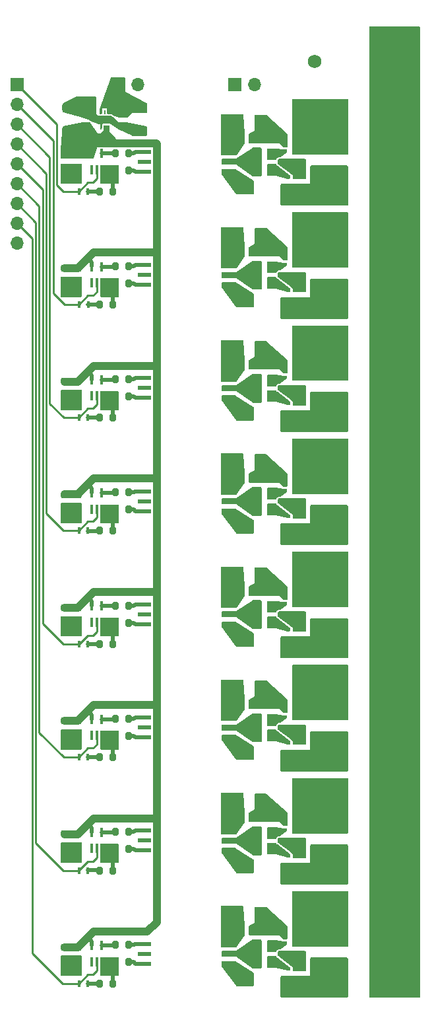
<source format=gbr>
%TF.GenerationSoftware,KiCad,Pcbnew,8.0.5*%
%TF.CreationDate,2024-10-04T12:38:31-05:00*%
%TF.ProjectId,bidirectional_load_switch,62696469-7265-4637-9469-6f6e616c5f6c,rev?*%
%TF.SameCoordinates,Original*%
%TF.FileFunction,Copper,L1,Top*%
%TF.FilePolarity,Positive*%
%FSLAX46Y46*%
G04 Gerber Fmt 4.6, Leading zero omitted, Abs format (unit mm)*
G04 Created by KiCad (PCBNEW 8.0.5) date 2024-10-04 12:38:31*
%MOMM*%
%LPD*%
G01*
G04 APERTURE LIST*
G04 Aperture macros list*
%AMRoundRect*
0 Rectangle with rounded corners*
0 $1 Rounding radius*
0 $2 $3 $4 $5 $6 $7 $8 $9 X,Y pos of 4 corners*
0 Add a 4 corners polygon primitive as box body*
4,1,4,$2,$3,$4,$5,$6,$7,$8,$9,$2,$3,0*
0 Add four circle primitives for the rounded corners*
1,1,$1+$1,$2,$3*
1,1,$1+$1,$4,$5*
1,1,$1+$1,$6,$7*
1,1,$1+$1,$8,$9*
0 Add four rect primitives between the rounded corners*
20,1,$1+$1,$2,$3,$4,$5,0*
20,1,$1+$1,$4,$5,$6,$7,0*
20,1,$1+$1,$6,$7,$8,$9,0*
20,1,$1+$1,$8,$9,$2,$3,0*%
G04 Aperture macros list end*
%TA.AperFunction,SMDPad,CuDef*%
%ADD10R,0.355600X1.168400*%
%TD*%
%TA.AperFunction,SMDPad,CuDef*%
%ADD11R,1.701800X0.558800*%
%TD*%
%TA.AperFunction,SMDPad,CuDef*%
%ADD12RoundRect,0.200000X-0.200000X-0.275000X0.200000X-0.275000X0.200000X0.275000X-0.200000X0.275000X0*%
%TD*%
%TA.AperFunction,SMDPad,CuDef*%
%ADD13RoundRect,0.225000X-0.250000X0.225000X-0.250000X-0.225000X0.250000X-0.225000X0.250000X0.225000X0*%
%TD*%
%TA.AperFunction,SMDPad,CuDef*%
%ADD14RoundRect,0.250000X-0.262500X-0.450000X0.262500X-0.450000X0.262500X0.450000X-0.262500X0.450000X0*%
%TD*%
%TA.AperFunction,SMDPad,CuDef*%
%ADD15R,0.304800X0.431800*%
%TD*%
%TA.AperFunction,SMDPad,CuDef*%
%ADD16R,2.254711X1.805591*%
%TD*%
%TA.AperFunction,SMDPad,CuDef*%
%ADD17R,0.304800X0.652134*%
%TD*%
%TA.AperFunction,SMDPad,CuDef*%
%ADD18RoundRect,0.250000X-0.325000X-0.650000X0.325000X-0.650000X0.325000X0.650000X-0.325000X0.650000X0*%
%TD*%
%TA.AperFunction,SMDPad,CuDef*%
%ADD19RoundRect,0.225000X-0.225000X-0.250000X0.225000X-0.250000X0.225000X0.250000X-0.225000X0.250000X0*%
%TD*%
%TA.AperFunction,SMDPad,CuDef*%
%ADD20R,0.457200X0.812800*%
%TD*%
%TA.AperFunction,SMDPad,CuDef*%
%ADD21RoundRect,0.250000X-0.650000X0.325000X-0.650000X-0.325000X0.650000X-0.325000X0.650000X0.325000X0*%
%TD*%
%TA.AperFunction,SMDPad,CuDef*%
%ADD22RoundRect,0.250000X0.362500X1.425000X-0.362500X1.425000X-0.362500X-1.425000X0.362500X-1.425000X0*%
%TD*%
%TA.AperFunction,SMDPad,CuDef*%
%ADD23R,0.431800X0.304800*%
%TD*%
%TA.AperFunction,SMDPad,CuDef*%
%ADD24R,1.805591X2.254711*%
%TD*%
%TA.AperFunction,SMDPad,CuDef*%
%ADD25R,0.652134X0.304800*%
%TD*%
%TA.AperFunction,ComponentPad*%
%ADD26C,1.727200*%
%TD*%
%TA.AperFunction,SMDPad,CuDef*%
%ADD27R,0.254000X0.609600*%
%TD*%
%TA.AperFunction,SMDPad,CuDef*%
%ADD28R,1.549400X1.016000*%
%TD*%
%TA.AperFunction,ComponentPad*%
%ADD29R,1.700000X1.700000*%
%TD*%
%TA.AperFunction,ComponentPad*%
%ADD30O,1.700000X1.700000*%
%TD*%
%TA.AperFunction,SMDPad,CuDef*%
%ADD31RoundRect,0.225000X0.250000X-0.225000X0.250000X0.225000X-0.250000X0.225000X-0.250000X-0.225000X0*%
%TD*%
%TA.AperFunction,SMDPad,CuDef*%
%ADD32RoundRect,0.250000X0.650000X-0.325000X0.650000X0.325000X-0.650000X0.325000X-0.650000X-0.325000X0*%
%TD*%
%TA.AperFunction,ViaPad*%
%ADD33C,0.600000*%
%TD*%
%TA.AperFunction,Conductor*%
%ADD34C,0.500000*%
%TD*%
%TA.AperFunction,Conductor*%
%ADD35C,0.250000*%
%TD*%
%TA.AperFunction,Conductor*%
%ADD36C,1.000000*%
%TD*%
G04 APERTURE END LIST*
D10*
%TO.P,U601,1,NC*%
%TO.N,unconnected-(U601-NC-Pad1)*%
X129900001Y-110041400D03*
%TO.P,U601,2,A*%
%TO.N,/PWM5*%
X130550000Y-110041400D03*
%TO.P,U601,3,GND*%
%TO.N,GND*%
X131199999Y-110041400D03*
%TO.P,U601,4,Y*%
%TO.N,Net-(U601-Y)*%
X131199999Y-107958600D03*
%TO.P,U601,5,VCC*%
%TO.N,3V3*%
X129900001Y-107958600D03*
%TD*%
D11*
%TO.P,U502,1,ANODE*%
%TO.N,Net-(U502-ANODE)*%
X136702700Y-93242800D03*
%TO.P,U502,2,NC*%
%TO.N,unconnected-(U502-NC-Pad2)*%
X136702700Y-94512800D03*
%TO.P,U502,3,CATHODE*%
%TO.N,Net-(U502-CATHODE)*%
X136702700Y-95782800D03*
%TO.P,U502,4,VEE*%
%TO.N,GNDPWR*%
X147472300Y-95782800D03*
%TO.P,U502,5,VOUT*%
%TO.N,Net-(U502-VOUT)*%
X147472300Y-94512800D03*
%TO.P,U502,6,VCC*%
%TO.N,15V_isolated*%
X147472300Y-93242800D03*
%TD*%
D12*
%TO.P,R901,1*%
%TO.N,Net-(LED901-Pad1)*%
X130925000Y-156350000D03*
%TO.P,R901,2*%
%TO.N,GND*%
X132575000Y-156350000D03*
%TD*%
D13*
%TO.P,C101,1*%
%TO.N,5V*%
X133900000Y-44875000D03*
%TO.P,C101,2*%
%TO.N,GND*%
X133900000Y-46425000D03*
%TD*%
D10*
%TO.P,U801,1,NC*%
%TO.N,unconnected-(U801-NC-Pad1)*%
X129900001Y-139041400D03*
%TO.P,U801,2,A*%
%TO.N,/PWM7*%
X130550000Y-139041400D03*
%TO.P,U801,3,GND*%
%TO.N,GND*%
X131199999Y-139041400D03*
%TO.P,U801,4,Y*%
%TO.N,Net-(U801-Y)*%
X131199999Y-136958600D03*
%TO.P,U801,5,VCC*%
%TO.N,3V3*%
X129900001Y-136958600D03*
%TD*%
D14*
%TO.P,R605,1*%
%TO.N,Net-(U602-VOUT)*%
X151137500Y-110050000D03*
%TO.P,R605,2*%
%TO.N,Net-(U604-G)*%
X152962500Y-110050000D03*
%TD*%
D13*
%TO.P,C501,1*%
%TO.N,3V3*%
X126400000Y-93675000D03*
%TO.P,C501,2*%
%TO.N,GND*%
X126400000Y-95225000D03*
%TD*%
D15*
%TO.P,U304,1,S*%
%TO.N,GNDPWR*%
X157174979Y-67464999D03*
%TO.P,U304,2,S*%
X156524993Y-67464999D03*
%TO.P,U304,3,S*%
X155875007Y-67464999D03*
%TO.P,U304,4,G*%
%TO.N,Net-(U304-G)*%
X155225021Y-67464999D03*
D16*
%TO.P,U304,5,D*%
%TO.N,Earth*%
X156200132Y-69242041D03*
D17*
X155224989Y-70223995D03*
X156525625Y-70225625D03*
X155874375Y-70225625D03*
X157175011Y-70226067D03*
%TD*%
D10*
%TO.P,U701,1,NC*%
%TO.N,unconnected-(U701-NC-Pad1)*%
X129900001Y-124541400D03*
%TO.P,U701,2,A*%
%TO.N,/PWM6*%
X130550000Y-124541400D03*
%TO.P,U701,3,GND*%
%TO.N,GND*%
X131199999Y-124541400D03*
%TO.P,U701,4,Y*%
%TO.N,Net-(U701-Y)*%
X131199999Y-122458600D03*
%TO.P,U701,5,VCC*%
%TO.N,3V3*%
X129900001Y-122458600D03*
%TD*%
D13*
%TO.P,C402,1*%
%TO.N,3V3*%
X128150000Y-79175000D03*
%TO.P,C402,2*%
%TO.N,GND*%
X128150000Y-80725000D03*
%TD*%
D14*
%TO.P,R404,1*%
%TO.N,Net-(U402-VOUT)*%
X151137500Y-79050000D03*
%TO.P,R404,2*%
%TO.N,Net-(U403-G)*%
X152962500Y-79050000D03*
%TD*%
%TO.P,R204,1*%
%TO.N,Net-(U202-VOUT)*%
X151137500Y-50050000D03*
%TO.P,R204,2*%
%TO.N,Net-(U203-G)*%
X152962500Y-50050000D03*
%TD*%
D11*
%TO.P,U202,1,ANODE*%
%TO.N,Net-(U202-ANODE)*%
X136702700Y-49742800D03*
%TO.P,U202,2,NC*%
%TO.N,unconnected-(U202-NC-Pad2)*%
X136702700Y-51012800D03*
%TO.P,U202,3,CATHODE*%
%TO.N,Net-(U202-CATHODE)*%
X136702700Y-52282800D03*
%TO.P,U202,4,VEE*%
%TO.N,GNDPWR*%
X147472300Y-52282800D03*
%TO.P,U202,5,VOUT*%
%TO.N,Net-(U202-VOUT)*%
X147472300Y-51012800D03*
%TO.P,U202,6,VCC*%
%TO.N,15V_isolated*%
X147472300Y-49742800D03*
%TD*%
D12*
%TO.P,R501,1*%
%TO.N,Net-(LED501-Pad1)*%
X130925000Y-98300000D03*
%TO.P,R501,2*%
%TO.N,GND*%
X132575000Y-98300000D03*
%TD*%
D18*
%TO.P,C703,1*%
%TO.N,15V_isolated*%
X148600000Y-118550000D03*
%TO.P,C703,2*%
%TO.N,GNDPWR*%
X151550000Y-118550000D03*
%TD*%
D10*
%TO.P,U901,1,NC*%
%TO.N,unconnected-(U901-NC-Pad1)*%
X129900001Y-153541400D03*
%TO.P,U901,2,A*%
%TO.N,/PWM8*%
X130550000Y-153541400D03*
%TO.P,U901,3,GND*%
%TO.N,GND*%
X131199999Y-153541400D03*
%TO.P,U901,4,Y*%
%TO.N,Net-(U901-Y)*%
X131199999Y-151458600D03*
%TO.P,U901,5,VCC*%
%TO.N,3V3*%
X129900001Y-151458600D03*
%TD*%
D11*
%TO.P,U802,1,ANODE*%
%TO.N,Net-(U802-ANODE)*%
X136702700Y-136742800D03*
%TO.P,U802,2,NC*%
%TO.N,unconnected-(U802-NC-Pad2)*%
X136702700Y-138012800D03*
%TO.P,U802,3,CATHODE*%
%TO.N,Net-(U802-CATHODE)*%
X136702700Y-139282800D03*
%TO.P,U802,4,VEE*%
%TO.N,GNDPWR*%
X147472300Y-139282800D03*
%TO.P,U802,5,VOUT*%
%TO.N,Net-(U802-VOUT)*%
X147472300Y-138012800D03*
%TO.P,U802,6,VCC*%
%TO.N,15V_isolated*%
X147472300Y-136742800D03*
%TD*%
D18*
%TO.P,C203,1*%
%TO.N,15V_isolated*%
X148600000Y-46050000D03*
%TO.P,C203,2*%
%TO.N,GNDPWR*%
X151550000Y-46050000D03*
%TD*%
D12*
%TO.P,R801,1*%
%TO.N,Net-(LED801-Pad1)*%
X130925000Y-141850000D03*
%TO.P,R801,2*%
%TO.N,GND*%
X132575000Y-141850000D03*
%TD*%
%TO.P,R903,1*%
%TO.N,GND*%
X132975000Y-153600000D03*
%TO.P,R903,2*%
%TO.N,Net-(U902-CATHODE)*%
X134625000Y-153600000D03*
%TD*%
D14*
%TO.P,R205,1*%
%TO.N,Net-(U202-VOUT)*%
X151137500Y-52050000D03*
%TO.P,R205,2*%
%TO.N,Net-(U204-G)*%
X152962500Y-52050000D03*
%TD*%
D12*
%TO.P,R401,1*%
%TO.N,Net-(LED401-Pad1)*%
X130925000Y-83800000D03*
%TO.P,R401,2*%
%TO.N,GND*%
X132575000Y-83800000D03*
%TD*%
%TO.P,R703,1*%
%TO.N,GND*%
X132975000Y-124600000D03*
%TO.P,R703,2*%
%TO.N,Net-(U702-CATHODE)*%
X134625000Y-124600000D03*
%TD*%
D14*
%TO.P,R604,1*%
%TO.N,Net-(U602-VOUT)*%
X151137500Y-108050000D03*
%TO.P,R604,2*%
%TO.N,Net-(U603-G)*%
X152962500Y-108050000D03*
%TD*%
D19*
%TO.P,C304,1*%
%TO.N,15V_isolated*%
X149000000Y-62550000D03*
%TO.P,C304,2*%
%TO.N,GNDPWR*%
X150550000Y-62550000D03*
%TD*%
D20*
%TO.P,LED701,1*%
%TO.N,Net-(LED701-Pad1)*%
X129421500Y-127350000D03*
%TO.P,LED701,2*%
%TO.N,/PWM6*%
X128278500Y-127350000D03*
%TD*%
D12*
%TO.P,R502,1*%
%TO.N,Net-(U501-Y)*%
X132975000Y-93400000D03*
%TO.P,R502,2*%
%TO.N,Net-(U502-ANODE)*%
X134625000Y-93400000D03*
%TD*%
D20*
%TO.P,LED201,1*%
%TO.N,Net-(LED201-Pad1)*%
X129421500Y-54850000D03*
%TO.P,LED201,2*%
%TO.N,/PWM1*%
X128278500Y-54850000D03*
%TD*%
D11*
%TO.P,U402,1,ANODE*%
%TO.N,Net-(U402-ANODE)*%
X136702700Y-78742800D03*
%TO.P,U402,2,NC*%
%TO.N,unconnected-(U402-NC-Pad2)*%
X136702700Y-80012800D03*
%TO.P,U402,3,CATHODE*%
%TO.N,Net-(U402-CATHODE)*%
X136702700Y-81282800D03*
%TO.P,U402,4,VEE*%
%TO.N,GNDPWR*%
X147472300Y-81282800D03*
%TO.P,U402,5,VOUT*%
%TO.N,Net-(U402-VOUT)*%
X147472300Y-80012800D03*
%TO.P,U402,6,VCC*%
%TO.N,15V_isolated*%
X147472300Y-78742800D03*
%TD*%
D21*
%TO.P,C102,1*%
%TO.N,5V*%
X136050000Y-44125000D03*
%TO.P,C102,2*%
%TO.N,GND*%
X136050000Y-47075000D03*
%TD*%
D19*
%TO.P,C904,1*%
%TO.N,15V_isolated*%
X149000000Y-149550000D03*
%TO.P,C904,2*%
%TO.N,GNDPWR*%
X150550000Y-149550000D03*
%TD*%
D12*
%TO.P,R803,1*%
%TO.N,GND*%
X132975000Y-139100000D03*
%TO.P,R803,2*%
%TO.N,Net-(U802-CATHODE)*%
X134625000Y-139100000D03*
%TD*%
D18*
%TO.P,C403,1*%
%TO.N,15V_isolated*%
X148600000Y-75050000D03*
%TO.P,C403,2*%
%TO.N,GNDPWR*%
X151550000Y-75050000D03*
%TD*%
D14*
%TO.P,R405,1*%
%TO.N,Net-(U402-VOUT)*%
X151137500Y-81050000D03*
%TO.P,R405,2*%
%TO.N,Net-(U404-G)*%
X152962500Y-81050000D03*
%TD*%
%TO.P,R704,1*%
%TO.N,Net-(U702-VOUT)*%
X151137500Y-122550000D03*
%TO.P,R704,2*%
%TO.N,Net-(U703-G)*%
X152962500Y-122550000D03*
%TD*%
D18*
%TO.P,C803,1*%
%TO.N,15V_isolated*%
X148600000Y-133050000D03*
%TO.P,C803,2*%
%TO.N,GNDPWR*%
X151550000Y-133050000D03*
%TD*%
D19*
%TO.P,C804,1*%
%TO.N,15V_isolated*%
X149000000Y-135050000D03*
%TO.P,C804,2*%
%TO.N,GNDPWR*%
X150550000Y-135050000D03*
%TD*%
D22*
%TO.P,RS105,1*%
%TO.N,/AC_in*%
X166512500Y-106150000D03*
%TO.P,RS105,2*%
%TO.N,/Channel 5/RIN*%
X160587500Y-106150000D03*
%TD*%
D23*
%TO.P,U403,1,S*%
%TO.N,GNDPWR*%
X154772958Y-76675153D03*
%TO.P,U403,2,S*%
X154772958Y-77325139D03*
%TO.P,U403,3,S*%
X154772958Y-77975125D03*
%TO.P,U403,4,G*%
%TO.N,Net-(U403-G)*%
X154772958Y-78625111D03*
D24*
%TO.P,U403,5,D*%
%TO.N,/Channel 3/RIN*%
X156550000Y-77650000D03*
D25*
X157531954Y-78625143D03*
X157533584Y-77324507D03*
X157533584Y-77975757D03*
X157534026Y-76675121D03*
%TD*%
D15*
%TO.P,U204,1,S*%
%TO.N,GNDPWR*%
X157174979Y-52964999D03*
%TO.P,U204,2,S*%
X156524993Y-52964999D03*
%TO.P,U204,3,S*%
X155875007Y-52964999D03*
%TO.P,U204,4,G*%
%TO.N,Net-(U204-G)*%
X155225021Y-52964999D03*
D16*
%TO.P,U204,5,D*%
%TO.N,Earth*%
X156200132Y-54742041D03*
D17*
X155224989Y-55723995D03*
X156525625Y-55725625D03*
X155874375Y-55725625D03*
X157175011Y-55726067D03*
%TD*%
D23*
%TO.P,U503,1,S*%
%TO.N,GNDPWR*%
X154772958Y-91175153D03*
%TO.P,U503,2,S*%
X154772958Y-91825139D03*
%TO.P,U503,3,S*%
X154772958Y-92475125D03*
%TO.P,U503,4,G*%
%TO.N,Net-(U503-G)*%
X154772958Y-93125111D03*
D24*
%TO.P,U503,5,D*%
%TO.N,/Channel 4/RIN*%
X156550000Y-92150000D03*
D25*
X157531954Y-93125143D03*
X157533584Y-91824507D03*
X157533584Y-92475757D03*
X157534026Y-91175121D03*
%TD*%
D20*
%TO.P,LED801,1*%
%TO.N,Net-(LED801-Pad1)*%
X129421500Y-141850000D03*
%TO.P,LED801,2*%
%TO.N,/PWM7*%
X128278500Y-141850000D03*
%TD*%
D22*
%TO.P,RS108,1*%
%TO.N,/AC_in*%
X166512500Y-149650000D03*
%TO.P,RS108,2*%
%TO.N,/Channel 8/RIN*%
X160587500Y-149650000D03*
%TD*%
D20*
%TO.P,LED601,1*%
%TO.N,Net-(LED601-Pad1)*%
X129421500Y-112850000D03*
%TO.P,LED601,2*%
%TO.N,/PWM5*%
X128278500Y-112850000D03*
%TD*%
D13*
%TO.P,C802,1*%
%TO.N,3V3*%
X128150000Y-137175000D03*
%TO.P,C802,2*%
%TO.N,GND*%
X128150000Y-138725000D03*
%TD*%
D26*
%TO.P,J101,1,1*%
%TO.N,/AC_in*%
X168550000Y-38150000D03*
%TO.P,J101,2,2*%
%TO.N,Earth*%
X158550000Y-38150000D03*
%TD*%
D19*
%TO.P,C504,1*%
%TO.N,15V_isolated*%
X149000000Y-91550000D03*
%TO.P,C504,2*%
%TO.N,GNDPWR*%
X150550000Y-91550000D03*
%TD*%
D23*
%TO.P,U703,1,S*%
%TO.N,GNDPWR*%
X154772958Y-120175153D03*
%TO.P,U703,2,S*%
X154772958Y-120825139D03*
%TO.P,U703,3,S*%
X154772958Y-121475125D03*
%TO.P,U703,4,G*%
%TO.N,Net-(U703-G)*%
X154772958Y-122125111D03*
D24*
%TO.P,U703,5,D*%
%TO.N,/Channel 6/RIN*%
X156550000Y-121150000D03*
D25*
X157531954Y-122125143D03*
X157533584Y-120824507D03*
X157533584Y-121475757D03*
X157534026Y-120175121D03*
%TD*%
D13*
%TO.P,C301,1*%
%TO.N,3V3*%
X126400000Y-64675000D03*
%TO.P,C301,2*%
%TO.N,GND*%
X126400000Y-66225000D03*
%TD*%
D10*
%TO.P,U201,1,NC*%
%TO.N,unconnected-(U201-NC-Pad1)*%
X129900001Y-52041400D03*
%TO.P,U201,2,A*%
%TO.N,/PWM1*%
X130550000Y-52041400D03*
%TO.P,U201,3,GND*%
%TO.N,GND*%
X131199999Y-52041400D03*
%TO.P,U201,4,Y*%
%TO.N,Net-(U201-Y)*%
X131199999Y-49958600D03*
%TO.P,U201,5,VCC*%
%TO.N,3V3*%
X129900001Y-49958600D03*
%TD*%
D13*
%TO.P,C701,1*%
%TO.N,3V3*%
X126400000Y-122675000D03*
%TO.P,C701,2*%
%TO.N,GND*%
X126400000Y-124225000D03*
%TD*%
D22*
%TO.P,RS103,1*%
%TO.N,/AC_in*%
X166512500Y-77150000D03*
%TO.P,RS103,2*%
%TO.N,/Channel 3/RIN*%
X160587500Y-77150000D03*
%TD*%
%TO.P,RS106,1*%
%TO.N,/AC_in*%
X166512500Y-120650000D03*
%TO.P,RS106,2*%
%TO.N,/Channel 6/RIN*%
X160587500Y-120650000D03*
%TD*%
D12*
%TO.P,R403,1*%
%TO.N,GND*%
X132975000Y-81100000D03*
%TO.P,R403,2*%
%TO.N,Net-(U402-CATHODE)*%
X134625000Y-81100000D03*
%TD*%
D18*
%TO.P,C503,1*%
%TO.N,15V_isolated*%
X148600000Y-89550000D03*
%TO.P,C503,2*%
%TO.N,GNDPWR*%
X151550000Y-89550000D03*
%TD*%
D12*
%TO.P,R303,1*%
%TO.N,GND*%
X132975000Y-66600000D03*
%TO.P,R303,2*%
%TO.N,Net-(U302-CATHODE)*%
X134625000Y-66600000D03*
%TD*%
D14*
%TO.P,R505,1*%
%TO.N,Net-(U502-VOUT)*%
X151137500Y-95550000D03*
%TO.P,R505,2*%
%TO.N,Net-(U504-G)*%
X152962500Y-95550000D03*
%TD*%
D23*
%TO.P,U903,1,S*%
%TO.N,GNDPWR*%
X154772958Y-149175153D03*
%TO.P,U903,2,S*%
X154772958Y-149825139D03*
%TO.P,U903,3,S*%
X154772958Y-150475125D03*
%TO.P,U903,4,G*%
%TO.N,Net-(U903-G)*%
X154772958Y-151125111D03*
D24*
%TO.P,U903,5,D*%
%TO.N,/Channel 8/RIN*%
X156550000Y-150150000D03*
D25*
X157531954Y-151125143D03*
X157533584Y-149824507D03*
X157533584Y-150475757D03*
X157534026Y-149175121D03*
%TD*%
D12*
%TO.P,R701,1*%
%TO.N,Net-(LED701-Pad1)*%
X130925000Y-127350000D03*
%TO.P,R701,2*%
%TO.N,GND*%
X132575000Y-127350000D03*
%TD*%
D14*
%TO.P,R904,1*%
%TO.N,Net-(U902-VOUT)*%
X151137500Y-151550000D03*
%TO.P,R904,2*%
%TO.N,Net-(U903-G)*%
X152962500Y-151550000D03*
%TD*%
D23*
%TO.P,U303,1,S*%
%TO.N,GNDPWR*%
X154772958Y-62175153D03*
%TO.P,U303,2,S*%
X154772958Y-62825139D03*
%TO.P,U303,3,S*%
X154772958Y-63475125D03*
%TO.P,U303,4,G*%
%TO.N,Net-(U303-G)*%
X154772958Y-64125111D03*
D24*
%TO.P,U303,5,D*%
%TO.N,/Channel 2/RIN*%
X156550000Y-63150000D03*
D25*
X157531954Y-64125143D03*
X157533584Y-62824507D03*
X157533584Y-63475757D03*
X157534026Y-62175121D03*
%TD*%
D10*
%TO.P,U301,1,NC*%
%TO.N,unconnected-(U301-NC-Pad1)*%
X129900001Y-66541400D03*
%TO.P,U301,2,A*%
%TO.N,/PWM2*%
X130550000Y-66541400D03*
%TO.P,U301,3,GND*%
%TO.N,GND*%
X131199999Y-66541400D03*
%TO.P,U301,4,Y*%
%TO.N,Net-(U301-Y)*%
X131199999Y-64458600D03*
%TO.P,U301,5,VCC*%
%TO.N,3V3*%
X129900001Y-64458600D03*
%TD*%
D12*
%TO.P,R602,1*%
%TO.N,Net-(U601-Y)*%
X132975000Y-107900000D03*
%TO.P,R602,2*%
%TO.N,Net-(U602-ANODE)*%
X134625000Y-107900000D03*
%TD*%
D22*
%TO.P,RS101,1*%
%TO.N,/AC_in*%
X166462500Y-48250000D03*
%TO.P,RS101,2*%
%TO.N,/Channel 1/RIN*%
X160537500Y-48250000D03*
%TD*%
D13*
%TO.P,C902,1*%
%TO.N,3V3*%
X128150000Y-151675000D03*
%TO.P,C902,2*%
%TO.N,GND*%
X128150000Y-153225000D03*
%TD*%
D27*
%TO.P,U101,1,GND*%
%TO.N,GND*%
X131049874Y-46653300D03*
%TO.P,U101,2,ADJ/sense*%
%TO.N,3V3*%
X131550000Y-46653300D03*
%TO.P,U101,3,VOUT*%
X132050126Y-46653300D03*
%TO.P,U101,4,VIN*%
%TO.N,5V*%
X132050126Y-44646700D03*
%TO.P,U101,5,NC*%
%TO.N,unconnected-(U101-NC-Pad5)*%
X131550000Y-44646700D03*
%TO.P,U101,6,EN*%
%TO.N,5V*%
X131049874Y-44646700D03*
D28*
%TO.P,U101,7,GND*%
%TO.N,GND*%
X131550000Y-45650000D03*
%TD*%
D12*
%TO.P,R603,1*%
%TO.N,GND*%
X132975000Y-110100000D03*
%TO.P,R603,2*%
%TO.N,Net-(U602-CATHODE)*%
X134625000Y-110100000D03*
%TD*%
D18*
%TO.P,C603,1*%
%TO.N,15V_isolated*%
X148600000Y-104050000D03*
%TO.P,C603,2*%
%TO.N,GNDPWR*%
X151550000Y-104050000D03*
%TD*%
D15*
%TO.P,U904,1,S*%
%TO.N,GNDPWR*%
X157174979Y-154464999D03*
%TO.P,U904,2,S*%
X156524993Y-154464999D03*
%TO.P,U904,3,S*%
X155875007Y-154464999D03*
%TO.P,U904,4,G*%
%TO.N,Net-(U904-G)*%
X155225021Y-154464999D03*
D16*
%TO.P,U904,5,D*%
%TO.N,Earth*%
X156200132Y-156242041D03*
D17*
X155224989Y-157223995D03*
X156525625Y-157225625D03*
X155874375Y-157225625D03*
X157175011Y-157226067D03*
%TD*%
D13*
%TO.P,C401,1*%
%TO.N,3V3*%
X126400000Y-79175000D03*
%TO.P,C401,2*%
%TO.N,GND*%
X126400000Y-80725000D03*
%TD*%
D20*
%TO.P,LED501,1*%
%TO.N,Net-(LED501-Pad1)*%
X129421500Y-98300000D03*
%TO.P,LED501,2*%
%TO.N,/PWM4*%
X128278500Y-98300000D03*
%TD*%
D12*
%TO.P,R302,1*%
%TO.N,Net-(U301-Y)*%
X132975000Y-64400000D03*
%TO.P,R302,2*%
%TO.N,Net-(U302-ANODE)*%
X134625000Y-64400000D03*
%TD*%
D11*
%TO.P,U902,1,ANODE*%
%TO.N,Net-(U902-ANODE)*%
X136702700Y-151242800D03*
%TO.P,U902,2,NC*%
%TO.N,unconnected-(U902-NC-Pad2)*%
X136702700Y-152512800D03*
%TO.P,U902,3,CATHODE*%
%TO.N,Net-(U902-CATHODE)*%
X136702700Y-153782800D03*
%TO.P,U902,4,VEE*%
%TO.N,GNDPWR*%
X147472300Y-153782800D03*
%TO.P,U902,5,VOUT*%
%TO.N,Net-(U902-VOUT)*%
X147472300Y-152512800D03*
%TO.P,U902,6,VCC*%
%TO.N,15V_isolated*%
X147472300Y-151242800D03*
%TD*%
D29*
%TO.P,J102,1,Pin_1*%
%TO.N,15V_isolated*%
X148275000Y-41150000D03*
D30*
%TO.P,J102,2,Pin_2*%
%TO.N,GNDPWR*%
X150815000Y-41150000D03*
%TD*%
D19*
%TO.P,C204,1*%
%TO.N,15V_isolated*%
X149000000Y-48050000D03*
%TO.P,C204,2*%
%TO.N,GNDPWR*%
X150550000Y-48050000D03*
%TD*%
D12*
%TO.P,R503,1*%
%TO.N,GND*%
X132975000Y-95600000D03*
%TO.P,R503,2*%
%TO.N,Net-(U502-CATHODE)*%
X134625000Y-95600000D03*
%TD*%
D14*
%TO.P,R905,1*%
%TO.N,Net-(U902-VOUT)*%
X151137500Y-153550000D03*
%TO.P,R905,2*%
%TO.N,Net-(U904-G)*%
X152962500Y-153550000D03*
%TD*%
D13*
%TO.P,C302,1*%
%TO.N,3V3*%
X128150000Y-64675000D03*
%TO.P,C302,2*%
%TO.N,GND*%
X128150000Y-66225000D03*
%TD*%
D20*
%TO.P,LED301,1*%
%TO.N,Net-(LED301-Pad1)*%
X129432550Y-69350000D03*
%TO.P,LED301,2*%
%TO.N,/PWM2*%
X128289550Y-69350000D03*
%TD*%
%TO.P,LED401,1*%
%TO.N,Net-(LED401-Pad1)*%
X129418000Y-83800000D03*
%TO.P,LED401,2*%
%TO.N,/PWM3*%
X128275000Y-83800000D03*
%TD*%
D13*
%TO.P,C502,1*%
%TO.N,3V3*%
X128150000Y-93675000D03*
%TO.P,C502,2*%
%TO.N,GND*%
X128150000Y-95225000D03*
%TD*%
D23*
%TO.P,U203,1,S*%
%TO.N,GNDPWR*%
X154772958Y-47675153D03*
%TO.P,U203,2,S*%
X154772958Y-48325139D03*
%TO.P,U203,3,S*%
X154772958Y-48975125D03*
%TO.P,U203,4,G*%
%TO.N,Net-(U203-G)*%
X154772958Y-49625111D03*
D24*
%TO.P,U203,5,D*%
%TO.N,/Channel 1/RIN*%
X156550000Y-48650000D03*
D25*
X157531954Y-49625143D03*
X157533584Y-48324507D03*
X157533584Y-48975757D03*
X157534026Y-47675121D03*
%TD*%
D23*
%TO.P,U803,1,S*%
%TO.N,GNDPWR*%
X154772958Y-134675153D03*
%TO.P,U803,2,S*%
X154772958Y-135325139D03*
%TO.P,U803,3,S*%
X154772958Y-135975125D03*
%TO.P,U803,4,G*%
%TO.N,Net-(U803-G)*%
X154772958Y-136625111D03*
D24*
%TO.P,U803,5,D*%
%TO.N,/Channel 7/RIN*%
X156550000Y-135650000D03*
D25*
X157531954Y-136625143D03*
X157533584Y-135324507D03*
X157533584Y-135975757D03*
X157534026Y-134675121D03*
%TD*%
D13*
%TO.P,C601,1*%
%TO.N,3V3*%
X126400000Y-108175000D03*
%TO.P,C601,2*%
%TO.N,GND*%
X126400000Y-109725000D03*
%TD*%
D14*
%TO.P,R804,1*%
%TO.N,Net-(U802-VOUT)*%
X151137500Y-137050000D03*
%TO.P,R804,2*%
%TO.N,Net-(U803-G)*%
X152962500Y-137050000D03*
%TD*%
D13*
%TO.P,C702,1*%
%TO.N,3V3*%
X128150000Y-122675000D03*
%TO.P,C702,2*%
%TO.N,GND*%
X128150000Y-124225000D03*
%TD*%
D15*
%TO.P,U404,1,S*%
%TO.N,GNDPWR*%
X157174979Y-81964999D03*
%TO.P,U404,2,S*%
X156524993Y-81964999D03*
%TO.P,U404,3,S*%
X155875007Y-81964999D03*
%TO.P,U404,4,G*%
%TO.N,Net-(U404-G)*%
X155225021Y-81964999D03*
D16*
%TO.P,U404,5,D*%
%TO.N,Earth*%
X156200132Y-83742041D03*
D17*
X155224989Y-84723995D03*
X156525625Y-84725625D03*
X155874375Y-84725625D03*
X157175011Y-84726067D03*
%TD*%
D12*
%TO.P,R802,1*%
%TO.N,Net-(U801-Y)*%
X132975000Y-136900000D03*
%TO.P,R802,2*%
%TO.N,Net-(U802-ANODE)*%
X134625000Y-136900000D03*
%TD*%
D15*
%TO.P,U804,1,S*%
%TO.N,GNDPWR*%
X157174979Y-139964999D03*
%TO.P,U804,2,S*%
X156524993Y-139964999D03*
%TO.P,U804,3,S*%
X155875007Y-139964999D03*
%TO.P,U804,4,G*%
%TO.N,Net-(U804-G)*%
X155225021Y-139964999D03*
D16*
%TO.P,U804,5,D*%
%TO.N,Earth*%
X156200132Y-141742041D03*
D17*
X155224989Y-142723995D03*
X156525625Y-142725625D03*
X155874375Y-142725625D03*
X157175011Y-142726067D03*
%TD*%
D13*
%TO.P,C602,1*%
%TO.N,3V3*%
X128150000Y-108175000D03*
%TO.P,C602,2*%
%TO.N,GND*%
X128150000Y-109725000D03*
%TD*%
D14*
%TO.P,R805,1*%
%TO.N,Net-(U802-VOUT)*%
X151137500Y-139050000D03*
%TO.P,R805,2*%
%TO.N,Net-(U804-G)*%
X152962500Y-139050000D03*
%TD*%
D12*
%TO.P,R201,1*%
%TO.N,Net-(LED201-Pad1)*%
X130925000Y-54850000D03*
%TO.P,R201,2*%
%TO.N,GND*%
X132575000Y-54850000D03*
%TD*%
D15*
%TO.P,U604,1,S*%
%TO.N,GNDPWR*%
X157174979Y-110964999D03*
%TO.P,U604,2,S*%
X156524993Y-110964999D03*
%TO.P,U604,3,S*%
X155875007Y-110964999D03*
%TO.P,U604,4,G*%
%TO.N,Net-(U604-G)*%
X155225021Y-110964999D03*
D16*
%TO.P,U604,5,D*%
%TO.N,Earth*%
X156200132Y-112742041D03*
D17*
X155224989Y-113723995D03*
X156525625Y-113725625D03*
X155874375Y-113725625D03*
X157175011Y-113726067D03*
%TD*%
D12*
%TO.P,R202,1*%
%TO.N,Net-(U201-Y)*%
X132975000Y-49900000D03*
%TO.P,R202,2*%
%TO.N,Net-(U202-ANODE)*%
X134625000Y-49900000D03*
%TD*%
D13*
%TO.P,C801,1*%
%TO.N,3V3*%
X126400000Y-137175000D03*
%TO.P,C801,2*%
%TO.N,GND*%
X126400000Y-138725000D03*
%TD*%
D14*
%TO.P,R504,1*%
%TO.N,Net-(U502-VOUT)*%
X151137500Y-93550000D03*
%TO.P,R504,2*%
%TO.N,Net-(U503-G)*%
X152962500Y-93550000D03*
%TD*%
D22*
%TO.P,RS104,1*%
%TO.N,/AC_in*%
X166512500Y-91650000D03*
%TO.P,RS104,2*%
%TO.N,/Channel 4/RIN*%
X160587500Y-91650000D03*
%TD*%
D20*
%TO.P,LED901,1*%
%TO.N,Net-(LED901-Pad1)*%
X129421500Y-156350000D03*
%TO.P,LED901,2*%
%TO.N,/PWM8*%
X128278500Y-156350000D03*
%TD*%
D12*
%TO.P,R601,1*%
%TO.N,Net-(LED601-Pad1)*%
X130925000Y-112850000D03*
%TO.P,R601,2*%
%TO.N,GND*%
X132575000Y-112850000D03*
%TD*%
D11*
%TO.P,U702,1,ANODE*%
%TO.N,Net-(U702-ANODE)*%
X136702700Y-122242800D03*
%TO.P,U702,2,NC*%
%TO.N,unconnected-(U702-NC-Pad2)*%
X136702700Y-123512800D03*
%TO.P,U702,3,CATHODE*%
%TO.N,Net-(U702-CATHODE)*%
X136702700Y-124782800D03*
%TO.P,U702,4,VEE*%
%TO.N,GNDPWR*%
X147472300Y-124782800D03*
%TO.P,U702,5,VOUT*%
%TO.N,Net-(U702-VOUT)*%
X147472300Y-123512800D03*
%TO.P,U702,6,VCC*%
%TO.N,15V_isolated*%
X147472300Y-122242800D03*
%TD*%
D12*
%TO.P,R402,1*%
%TO.N,Net-(U401-Y)*%
X132975000Y-78900000D03*
%TO.P,R402,2*%
%TO.N,Net-(U402-ANODE)*%
X134625000Y-78900000D03*
%TD*%
D13*
%TO.P,C202,1*%
%TO.N,3V3*%
X128150000Y-50175000D03*
%TO.P,C202,2*%
%TO.N,GND*%
X128150000Y-51725000D03*
%TD*%
D14*
%TO.P,R705,1*%
%TO.N,Net-(U702-VOUT)*%
X151137500Y-124550000D03*
%TO.P,R705,2*%
%TO.N,Net-(U704-G)*%
X152962500Y-124550000D03*
%TD*%
D10*
%TO.P,U501,1,NC*%
%TO.N,unconnected-(U501-NC-Pad1)*%
X129900001Y-95541400D03*
%TO.P,U501,2,A*%
%TO.N,/PWM4*%
X130550000Y-95541400D03*
%TO.P,U501,3,GND*%
%TO.N,GND*%
X131199999Y-95541400D03*
%TO.P,U501,4,Y*%
%TO.N,Net-(U501-Y)*%
X131199999Y-93458600D03*
%TO.P,U501,5,VCC*%
%TO.N,3V3*%
X129900001Y-93458600D03*
%TD*%
D15*
%TO.P,U704,1,S*%
%TO.N,GNDPWR*%
X157174979Y-125464999D03*
%TO.P,U704,2,S*%
X156524993Y-125464999D03*
%TO.P,U704,3,S*%
X155875007Y-125464999D03*
%TO.P,U704,4,G*%
%TO.N,Net-(U704-G)*%
X155225021Y-125464999D03*
D16*
%TO.P,U704,5,D*%
%TO.N,Earth*%
X156200132Y-127242041D03*
D17*
X155224989Y-128223995D03*
X156525625Y-128225625D03*
X155874375Y-128225625D03*
X157175011Y-128226067D03*
%TD*%
D18*
%TO.P,C303,1*%
%TO.N,15V_isolated*%
X148600000Y-60550000D03*
%TO.P,C303,2*%
%TO.N,GNDPWR*%
X151550000Y-60550000D03*
%TD*%
D19*
%TO.P,C704,1*%
%TO.N,15V_isolated*%
X149000000Y-120550000D03*
%TO.P,C704,2*%
%TO.N,GNDPWR*%
X150550000Y-120550000D03*
%TD*%
D10*
%TO.P,U401,1,NC*%
%TO.N,unconnected-(U401-NC-Pad1)*%
X129900001Y-81041400D03*
%TO.P,U401,2,A*%
%TO.N,/PWM3*%
X130550000Y-81041400D03*
%TO.P,U401,3,GND*%
%TO.N,GND*%
X131199999Y-81041400D03*
%TO.P,U401,4,Y*%
%TO.N,Net-(U401-Y)*%
X131199999Y-78958600D03*
%TO.P,U401,5,VCC*%
%TO.N,3V3*%
X129900001Y-78958600D03*
%TD*%
D12*
%TO.P,R902,1*%
%TO.N,Net-(U901-Y)*%
X132975000Y-151400000D03*
%TO.P,R902,2*%
%TO.N,Net-(U902-ANODE)*%
X134625000Y-151400000D03*
%TD*%
D31*
%TO.P,C104,1*%
%TO.N,3V3*%
X129200000Y-46425000D03*
%TO.P,C104,2*%
%TO.N,GND*%
X129200000Y-44875000D03*
%TD*%
D18*
%TO.P,C903,1*%
%TO.N,15V_isolated*%
X148600000Y-147550000D03*
%TO.P,C903,2*%
%TO.N,GNDPWR*%
X151550000Y-147550000D03*
%TD*%
D32*
%TO.P,C103,1*%
%TO.N,3V3*%
X127050000Y-47075000D03*
%TO.P,C103,2*%
%TO.N,GND*%
X127050000Y-44125000D03*
%TD*%
D23*
%TO.P,U603,1,S*%
%TO.N,GNDPWR*%
X154772958Y-105675153D03*
%TO.P,U603,2,S*%
X154772958Y-106325139D03*
%TO.P,U603,3,S*%
X154772958Y-106975125D03*
%TO.P,U603,4,G*%
%TO.N,Net-(U603-G)*%
X154772958Y-107625111D03*
D24*
%TO.P,U603,5,D*%
%TO.N,/Channel 5/RIN*%
X156550000Y-106650000D03*
D25*
X157531954Y-107625143D03*
X157533584Y-106324507D03*
X157533584Y-106975757D03*
X157534026Y-105675121D03*
%TD*%
D13*
%TO.P,C901,1*%
%TO.N,3V3*%
X126400000Y-151675000D03*
%TO.P,C901,2*%
%TO.N,GND*%
X126400000Y-153225000D03*
%TD*%
D19*
%TO.P,C404,1*%
%TO.N,15V_isolated*%
X149000000Y-77050000D03*
%TO.P,C404,2*%
%TO.N,GNDPWR*%
X150550000Y-77050000D03*
%TD*%
D12*
%TO.P,R301,1*%
%TO.N,Net-(LED301-Pad1)*%
X130936050Y-69350000D03*
%TO.P,R301,2*%
%TO.N,GND*%
X132586050Y-69350000D03*
%TD*%
D29*
%TO.P,J104,1,Pin_1*%
%TO.N,5V*%
X133275000Y-41150000D03*
D30*
%TO.P,J104,2,Pin_2*%
%TO.N,GND*%
X135815000Y-41150000D03*
%TD*%
D11*
%TO.P,U302,1,ANODE*%
%TO.N,Net-(U302-ANODE)*%
X136702700Y-64242800D03*
%TO.P,U302,2,NC*%
%TO.N,unconnected-(U302-NC-Pad2)*%
X136702700Y-65512800D03*
%TO.P,U302,3,CATHODE*%
%TO.N,Net-(U302-CATHODE)*%
X136702700Y-66782800D03*
%TO.P,U302,4,VEE*%
%TO.N,GNDPWR*%
X147472300Y-66782800D03*
%TO.P,U302,5,VOUT*%
%TO.N,Net-(U302-VOUT)*%
X147472300Y-65512800D03*
%TO.P,U302,6,VCC*%
%TO.N,15V_isolated*%
X147472300Y-64242800D03*
%TD*%
D29*
%TO.P,J103,1,Pin_1*%
%TO.N,/PWM1*%
X120300000Y-41150000D03*
D30*
%TO.P,J103,2,Pin_2*%
%TO.N,/PWM2*%
X120300000Y-43690000D03*
%TO.P,J103,3,Pin_3*%
%TO.N,/PWM3*%
X120300000Y-46230000D03*
%TO.P,J103,4,Pin_4*%
%TO.N,/PWM4*%
X120300000Y-48770000D03*
%TO.P,J103,5,Pin_5*%
%TO.N,/PWM5*%
X120300000Y-51310000D03*
%TO.P,J103,6,Pin_6*%
%TO.N,/PWM6*%
X120300000Y-53850000D03*
%TO.P,J103,7,Pin_7*%
%TO.N,/PWM7*%
X120300000Y-56390000D03*
%TO.P,J103,8,Pin_8*%
%TO.N,/PWM8*%
X120300000Y-58930000D03*
%TO.P,J103,9,Pin_9*%
%TO.N,GND*%
X120300000Y-61470000D03*
%TD*%
D12*
%TO.P,R702,1*%
%TO.N,Net-(U701-Y)*%
X132975000Y-122400000D03*
%TO.P,R702,2*%
%TO.N,Net-(U702-ANODE)*%
X134625000Y-122400000D03*
%TD*%
D14*
%TO.P,R304,1*%
%TO.N,Net-(U302-VOUT)*%
X151137500Y-64550000D03*
%TO.P,R304,2*%
%TO.N,Net-(U303-G)*%
X152962500Y-64550000D03*
%TD*%
D12*
%TO.P,R203,1*%
%TO.N,GND*%
X132975000Y-52100000D03*
%TO.P,R203,2*%
%TO.N,Net-(U202-CATHODE)*%
X134625000Y-52100000D03*
%TD*%
D19*
%TO.P,C604,1*%
%TO.N,15V_isolated*%
X149000000Y-106050000D03*
%TO.P,C604,2*%
%TO.N,GNDPWR*%
X150550000Y-106050000D03*
%TD*%
D15*
%TO.P,U504,1,S*%
%TO.N,GNDPWR*%
X157174979Y-96464999D03*
%TO.P,U504,2,S*%
X156524993Y-96464999D03*
%TO.P,U504,3,S*%
X155875007Y-96464999D03*
%TO.P,U504,4,G*%
%TO.N,Net-(U504-G)*%
X155225021Y-96464999D03*
D16*
%TO.P,U504,5,D*%
%TO.N,Earth*%
X156200132Y-98242041D03*
D17*
X155224989Y-99223995D03*
X156525625Y-99225625D03*
X155874375Y-99225625D03*
X157175011Y-99226067D03*
%TD*%
D13*
%TO.P,C201,1*%
%TO.N,3V3*%
X126400000Y-50175000D03*
%TO.P,C201,2*%
%TO.N,GND*%
X126400000Y-51725000D03*
%TD*%
D11*
%TO.P,U602,1,ANODE*%
%TO.N,Net-(U602-ANODE)*%
X136702700Y-107742800D03*
%TO.P,U602,2,NC*%
%TO.N,unconnected-(U602-NC-Pad2)*%
X136702700Y-109012800D03*
%TO.P,U602,3,CATHODE*%
%TO.N,Net-(U602-CATHODE)*%
X136702700Y-110282800D03*
%TO.P,U602,4,VEE*%
%TO.N,GNDPWR*%
X147472300Y-110282800D03*
%TO.P,U602,5,VOUT*%
%TO.N,Net-(U602-VOUT)*%
X147472300Y-109012800D03*
%TO.P,U602,6,VCC*%
%TO.N,15V_isolated*%
X147472300Y-107742800D03*
%TD*%
D22*
%TO.P,RS107,1*%
%TO.N,/AC_in*%
X166512500Y-135150000D03*
%TO.P,RS107,2*%
%TO.N,/Channel 7/RIN*%
X160587500Y-135150000D03*
%TD*%
%TO.P,RS102,1*%
%TO.N,/AC_in*%
X166512500Y-62650000D03*
%TO.P,RS102,2*%
%TO.N,/Channel 2/RIN*%
X160587500Y-62650000D03*
%TD*%
D14*
%TO.P,R305,1*%
%TO.N,Net-(U302-VOUT)*%
X151137500Y-66550000D03*
%TO.P,R305,2*%
%TO.N,Net-(U304-G)*%
X152962500Y-66550000D03*
%TD*%
D33*
%TO.N,GND*%
X132200000Y-53400000D03*
X126350000Y-155000000D03*
X127300000Y-82500000D03*
X127300000Y-139850000D03*
X126350000Y-96350000D03*
X126350000Y-68000000D03*
X126350000Y-81850000D03*
X132900000Y-53400000D03*
X127300000Y-155000000D03*
X131500000Y-125900000D03*
X126350000Y-82500000D03*
X127300000Y-53500000D03*
X126350000Y-125350000D03*
X126350000Y-67350000D03*
X131500000Y-111400000D03*
X132900000Y-82400000D03*
X127300000Y-68000000D03*
X126350000Y-97000000D03*
X127300000Y-97000000D03*
X132900000Y-154900000D03*
X128200000Y-139850000D03*
X132200000Y-111400000D03*
X130000000Y-43100000D03*
X126350000Y-53500000D03*
X132900000Y-67900000D03*
X131500000Y-154900000D03*
X130000000Y-43750000D03*
X132900000Y-125900000D03*
X132900000Y-111400000D03*
X126350000Y-52850000D03*
X127300000Y-125350000D03*
X128200000Y-68000000D03*
X127300000Y-111500000D03*
X128600000Y-43750000D03*
X132200000Y-125900000D03*
X128200000Y-52850000D03*
X132200000Y-67900000D03*
X127300000Y-81850000D03*
X131500000Y-96900000D03*
X131500000Y-67900000D03*
X128200000Y-140500000D03*
X127300000Y-154350000D03*
X126350000Y-139850000D03*
X127300000Y-96350000D03*
X131500000Y-53400000D03*
X126350000Y-110850000D03*
X128200000Y-96350000D03*
X126350000Y-140500000D03*
X126350000Y-154350000D03*
X126350000Y-126000000D03*
X128600000Y-43100000D03*
X128200000Y-53500000D03*
X128200000Y-67350000D03*
X126350000Y-111500000D03*
X129300000Y-43750000D03*
X132200000Y-82400000D03*
X127300000Y-110850000D03*
X128200000Y-155000000D03*
X131500000Y-82400000D03*
X128200000Y-97000000D03*
X128200000Y-126000000D03*
X128200000Y-111500000D03*
X128200000Y-82500000D03*
X132200000Y-140400000D03*
X127300000Y-140500000D03*
X132200000Y-154900000D03*
X129300000Y-43100000D03*
X132900000Y-96900000D03*
X127300000Y-126000000D03*
X132900000Y-140400000D03*
X127300000Y-52850000D03*
X127300000Y-67350000D03*
X132200000Y-96900000D03*
X131500000Y-140400000D03*
X128200000Y-110850000D03*
X128200000Y-154350000D03*
X128200000Y-125350000D03*
X128200000Y-81850000D03*
%TO.N,GNDPWR*%
X148900000Y-139850000D03*
X154950000Y-109700000D03*
X156300000Y-66500000D03*
X148900000Y-127300000D03*
X151700000Y-62750000D03*
X152400000Y-91100000D03*
X152400000Y-77250000D03*
X153100000Y-89800000D03*
X154950000Y-123550000D03*
X151700000Y-106250000D03*
X153800000Y-47600000D03*
X155600000Y-110000000D03*
X153100000Y-75950000D03*
X149600000Y-127300000D03*
X153100000Y-149100000D03*
X153800000Y-120100000D03*
X153800000Y-77250000D03*
X151700000Y-91750000D03*
X156300000Y-109350000D03*
X157000000Y-80350000D03*
X148900000Y-54800000D03*
X154250000Y-152550000D03*
X157000000Y-109350000D03*
X153100000Y-77250000D03*
X154950000Y-94550000D03*
X156300000Y-52000000D03*
X150300000Y-141800000D03*
X154250000Y-123550000D03*
X150300000Y-156300000D03*
X152400000Y-149100000D03*
X153100000Y-62100000D03*
X154250000Y-138050000D03*
X148900000Y-83150000D03*
X148900000Y-110850000D03*
X153800000Y-61450000D03*
X155600000Y-81000000D03*
X154250000Y-94550000D03*
X154950000Y-124200000D03*
X148900000Y-140500000D03*
X153800000Y-105600000D03*
X153100000Y-135250000D03*
X152400000Y-62100000D03*
X153100000Y-120100000D03*
X155600000Y-52000000D03*
X148900000Y-97650000D03*
X153800000Y-148450000D03*
X148900000Y-126000000D03*
X153800000Y-62100000D03*
X153100000Y-76600000D03*
X156300000Y-123850000D03*
X150300000Y-68650000D03*
X156300000Y-152850000D03*
X153100000Y-47600000D03*
X156300000Y-65850000D03*
X153100000Y-119450000D03*
X148900000Y-81850000D03*
X149600000Y-68650000D03*
X152400000Y-134600000D03*
X153100000Y-148450000D03*
X149600000Y-68000000D03*
X157000000Y-51350000D03*
X148900000Y-53500000D03*
X148900000Y-96350000D03*
X153800000Y-75950000D03*
X152400000Y-135250000D03*
X154950000Y-153200000D03*
X155600000Y-124500000D03*
X152400000Y-106250000D03*
X151700000Y-48250000D03*
X154950000Y-65550000D03*
X157000000Y-123850000D03*
X151700000Y-62100000D03*
X150300000Y-69300000D03*
X153100000Y-106250000D03*
X154250000Y-109050000D03*
X153100000Y-133300000D03*
X150300000Y-98300000D03*
X154950000Y-66200000D03*
X156300000Y-110000000D03*
X149600000Y-69300000D03*
X148900000Y-54150000D03*
X151700000Y-77250000D03*
X152400000Y-120750000D03*
X149600000Y-54800000D03*
X153800000Y-48250000D03*
X149600000Y-126000000D03*
X156300000Y-51350000D03*
X155600000Y-153500000D03*
X151700000Y-120750000D03*
X157000000Y-152850000D03*
X155600000Y-51350000D03*
X153800000Y-104950000D03*
X155600000Y-139000000D03*
X148900000Y-155000000D03*
X155600000Y-95500000D03*
X156300000Y-94850000D03*
X149600000Y-156300000D03*
X152400000Y-48250000D03*
X155600000Y-152850000D03*
X153100000Y-118800000D03*
X149600000Y-141150000D03*
X148900000Y-67350000D03*
X154250000Y-80050000D03*
X152400000Y-120100000D03*
X148900000Y-141800000D03*
X149600000Y-140500000D03*
X148900000Y-154350000D03*
X151700000Y-149750000D03*
X149600000Y-53500000D03*
X153100000Y-90450000D03*
X153100000Y-91750000D03*
X153100000Y-62750000D03*
X155600000Y-138350000D03*
X153800000Y-149100000D03*
X156300000Y-153500000D03*
X153100000Y-61450000D03*
X153100000Y-46950000D03*
X148900000Y-112800000D03*
X152400000Y-105600000D03*
X155600000Y-109350000D03*
X157000000Y-138350000D03*
X154250000Y-65550000D03*
X156300000Y-80350000D03*
X153800000Y-91750000D03*
X150300000Y-54800000D03*
X154950000Y-152550000D03*
X153100000Y-104300000D03*
X154950000Y-95200000D03*
X153100000Y-48250000D03*
X153100000Y-60800000D03*
X153100000Y-105600000D03*
X150300000Y-155650000D03*
X148900000Y-111500000D03*
X150300000Y-127300000D03*
X154950000Y-51700000D03*
X148900000Y-156300000D03*
X157000000Y-94850000D03*
X156300000Y-138350000D03*
X153100000Y-120750000D03*
X156300000Y-81000000D03*
X152400000Y-91750000D03*
X149600000Y-112150000D03*
X155600000Y-123850000D03*
X148900000Y-97000000D03*
X156300000Y-124500000D03*
X151700000Y-134600000D03*
X154250000Y-51050000D03*
X154950000Y-80050000D03*
X149600000Y-126650000D03*
X153800000Y-46950000D03*
X150300000Y-54150000D03*
X151700000Y-105600000D03*
X148900000Y-141150000D03*
X149600000Y-98300000D03*
X155600000Y-66500000D03*
X151700000Y-120100000D03*
X148900000Y-126650000D03*
X149600000Y-97650000D03*
X148900000Y-112150000D03*
X149600000Y-155650000D03*
X149600000Y-54150000D03*
X148900000Y-68000000D03*
X150300000Y-126650000D03*
X151700000Y-149100000D03*
X153100000Y-147800000D03*
X157000000Y-65850000D03*
X157000000Y-110000000D03*
X156300000Y-95500000D03*
X153800000Y-119450000D03*
X150300000Y-112800000D03*
X153800000Y-149750000D03*
X153800000Y-120750000D03*
X153800000Y-90450000D03*
X151700000Y-47600000D03*
X157000000Y-139000000D03*
X157000000Y-95500000D03*
X154950000Y-138700000D03*
X157000000Y-52000000D03*
X153800000Y-62750000D03*
X152400000Y-76600000D03*
X153100000Y-149750000D03*
X155600000Y-80350000D03*
X148900000Y-155650000D03*
X150300000Y-83800000D03*
X153800000Y-106250000D03*
X149600000Y-112800000D03*
X153100000Y-134600000D03*
X148900000Y-69300000D03*
X149600000Y-155000000D03*
X153100000Y-75300000D03*
X153100000Y-91100000D03*
X151700000Y-135250000D03*
X153800000Y-135250000D03*
X153800000Y-133950000D03*
X150300000Y-97650000D03*
X157000000Y-66500000D03*
X151700000Y-91100000D03*
X153100000Y-46300000D03*
X157000000Y-153500000D03*
X149600000Y-83150000D03*
X155600000Y-65850000D03*
X150300000Y-141150000D03*
X148900000Y-68650000D03*
X155600000Y-94850000D03*
X150300000Y-112150000D03*
X149600000Y-97000000D03*
X148900000Y-82500000D03*
X154950000Y-109050000D03*
X148900000Y-52850000D03*
X149600000Y-82500000D03*
X152400000Y-62750000D03*
X149600000Y-111500000D03*
X157000000Y-81000000D03*
X153100000Y-104950000D03*
X148900000Y-98300000D03*
X152400000Y-47600000D03*
X153800000Y-134600000D03*
X157000000Y-124500000D03*
X153800000Y-76600000D03*
X154950000Y-80700000D03*
X148900000Y-83800000D03*
X153800000Y-91100000D03*
X148900000Y-125350000D03*
X151700000Y-76600000D03*
X149600000Y-141800000D03*
X149600000Y-83800000D03*
X150300000Y-83150000D03*
X156300000Y-139000000D03*
X153100000Y-133950000D03*
X154950000Y-138050000D03*
X154950000Y-51050000D03*
X152400000Y-149750000D03*
%TO.N,15V_isolated*%
X147100000Y-121200000D03*
X147800000Y-92200000D03*
X147100000Y-133100000D03*
X147100000Y-132450000D03*
X147100000Y-47400000D03*
X147100000Y-90900000D03*
X147800000Y-135700000D03*
X147100000Y-76400000D03*
X147100000Y-60600000D03*
X147100000Y-74450000D03*
X147100000Y-77700000D03*
X147100000Y-91550000D03*
X147100000Y-106050000D03*
X147100000Y-119250000D03*
X147100000Y-61250000D03*
X147100000Y-120550000D03*
X147800000Y-149550000D03*
X147100000Y-48700000D03*
X147100000Y-135050000D03*
X147800000Y-77050000D03*
X147100000Y-146950000D03*
X147100000Y-48050000D03*
X147800000Y-106050000D03*
X147800000Y-120550000D03*
X147100000Y-45450000D03*
X147100000Y-118600000D03*
X147800000Y-48050000D03*
X147100000Y-75100000D03*
X147800000Y-91550000D03*
X147100000Y-104100000D03*
X147100000Y-62550000D03*
X147100000Y-104750000D03*
X147800000Y-121200000D03*
X147100000Y-119900000D03*
X147100000Y-150200000D03*
X147100000Y-149550000D03*
X147800000Y-63200000D03*
X147100000Y-88950000D03*
X147100000Y-63200000D03*
X147100000Y-75750000D03*
X147800000Y-150200000D03*
X147100000Y-133750000D03*
X147100000Y-92200000D03*
X147100000Y-117950000D03*
X147100000Y-46750000D03*
X147100000Y-103450000D03*
X147100000Y-46100000D03*
X147800000Y-62550000D03*
X147100000Y-59950000D03*
X147100000Y-61900000D03*
X147800000Y-77700000D03*
X147100000Y-135700000D03*
X147100000Y-90250000D03*
X147800000Y-106700000D03*
X147100000Y-105400000D03*
X147100000Y-134400000D03*
X147100000Y-89600000D03*
X147100000Y-147600000D03*
X147800000Y-135050000D03*
X147100000Y-148250000D03*
X147100000Y-77050000D03*
X147800000Y-48700000D03*
X147100000Y-148900000D03*
X147100000Y-106700000D03*
%TO.N,Earth*%
X159350000Y-98950000D03*
X158650000Y-83100000D03*
X158650000Y-53450000D03*
X159350000Y-70550000D03*
X159350000Y-155000000D03*
X159350000Y-69250000D03*
X160050000Y-81800000D03*
X159350000Y-69900000D03*
X160050000Y-69900000D03*
X158650000Y-126000000D03*
X160050000Y-113450000D03*
X160050000Y-54100000D03*
X159350000Y-141800000D03*
X158650000Y-156300000D03*
X158650000Y-110850000D03*
X158650000Y-141150000D03*
X158650000Y-69900000D03*
X158650000Y-98950000D03*
X160050000Y-139850000D03*
X158650000Y-155000000D03*
X159350000Y-139850000D03*
X158650000Y-114100000D03*
X160050000Y-68600000D03*
X159350000Y-52800000D03*
X160050000Y-154350000D03*
X160050000Y-127300000D03*
X158650000Y-154350000D03*
X158650000Y-99600000D03*
X158650000Y-156950000D03*
X160050000Y-112800000D03*
X158650000Y-112150000D03*
X158650000Y-56050000D03*
X160050000Y-67300000D03*
X159350000Y-56050000D03*
X160050000Y-111500000D03*
X159350000Y-81800000D03*
X158650000Y-67950000D03*
X158650000Y-111500000D03*
X160050000Y-55400000D03*
X159350000Y-55400000D03*
X160050000Y-125350000D03*
X160050000Y-83100000D03*
X160050000Y-54750000D03*
X159350000Y-84400000D03*
X158650000Y-67300000D03*
X159350000Y-127950000D03*
X160050000Y-156300000D03*
X159350000Y-53450000D03*
X159350000Y-127300000D03*
X160050000Y-98950000D03*
X159350000Y-140500000D03*
X160050000Y-82450000D03*
X159350000Y-111500000D03*
X159350000Y-85050000D03*
X158650000Y-97650000D03*
X160050000Y-85050000D03*
X160050000Y-56050000D03*
X160050000Y-97650000D03*
X158650000Y-81800000D03*
X159350000Y-125350000D03*
X160050000Y-140500000D03*
X159350000Y-99600000D03*
X158650000Y-54750000D03*
X159350000Y-154350000D03*
X158650000Y-68600000D03*
X158650000Y-126650000D03*
X159350000Y-83100000D03*
X160050000Y-96350000D03*
X158650000Y-84400000D03*
X158650000Y-113450000D03*
X158650000Y-55400000D03*
X158650000Y-157600000D03*
X159350000Y-156300000D03*
X158650000Y-85050000D03*
X160050000Y-114100000D03*
X158650000Y-97000000D03*
X158650000Y-82450000D03*
X160050000Y-83750000D03*
X160050000Y-110850000D03*
X160050000Y-112150000D03*
X159350000Y-113450000D03*
X160050000Y-52800000D03*
X158650000Y-125350000D03*
X160050000Y-127950000D03*
X158650000Y-83750000D03*
X159350000Y-97000000D03*
X160050000Y-53450000D03*
X158650000Y-98300000D03*
X158650000Y-69250000D03*
X158650000Y-155650000D03*
X160050000Y-143100000D03*
X160050000Y-156950000D03*
X159350000Y-126650000D03*
X159350000Y-126000000D03*
X160050000Y-67950000D03*
X158650000Y-139850000D03*
X159350000Y-110850000D03*
X159350000Y-67300000D03*
X159350000Y-156950000D03*
X160050000Y-155650000D03*
X160050000Y-99600000D03*
X159350000Y-155650000D03*
X159350000Y-142450000D03*
X159350000Y-128600000D03*
X158650000Y-96350000D03*
X160050000Y-155000000D03*
X159350000Y-98300000D03*
X160050000Y-126650000D03*
X158650000Y-52800000D03*
X159350000Y-54100000D03*
X160050000Y-128600000D03*
X158650000Y-70550000D03*
X159350000Y-112150000D03*
X159350000Y-68600000D03*
X159350000Y-97650000D03*
X158650000Y-140500000D03*
X159350000Y-114100000D03*
X158650000Y-112800000D03*
X159350000Y-54750000D03*
X160050000Y-97000000D03*
X158650000Y-143100000D03*
X158650000Y-127300000D03*
X158650000Y-141800000D03*
X160050000Y-141150000D03*
X160050000Y-69250000D03*
X160050000Y-157600000D03*
X160050000Y-70550000D03*
X159350000Y-157600000D03*
X160050000Y-98300000D03*
X160050000Y-142450000D03*
X158650000Y-128600000D03*
X159350000Y-67950000D03*
X158650000Y-127950000D03*
X160050000Y-141800000D03*
X160050000Y-84400000D03*
X159350000Y-96350000D03*
X158650000Y-54100000D03*
X159350000Y-143100000D03*
X159350000Y-83750000D03*
X160050000Y-126000000D03*
X159350000Y-82450000D03*
X158650000Y-142450000D03*
X159350000Y-112800000D03*
X159350000Y-141150000D03*
%TD*%
D34*
%TO.N,GND*%
X132575000Y-69332100D02*
X132575000Y-68207100D01*
D35*
X131049874Y-46150126D02*
X131550000Y-45650000D01*
D34*
X132575000Y-83832100D02*
X132575000Y-82707100D01*
X132575000Y-155207100D02*
X132550000Y-155182100D01*
X132575000Y-98332100D02*
X132575000Y-97207100D01*
X132575000Y-111707100D02*
X132550000Y-111682100D01*
X132575000Y-127332100D02*
X132575000Y-126207100D01*
X132575000Y-156332100D02*
X132575000Y-155207100D01*
X132575000Y-97207100D02*
X132550000Y-97182100D01*
X132575000Y-140707100D02*
X132550000Y-140682100D01*
X132575000Y-54850000D02*
X132575000Y-53725000D01*
D35*
X131049874Y-46653300D02*
X131049874Y-46150126D01*
D34*
X132575000Y-53725000D02*
X132550000Y-53700000D01*
X132575000Y-141832100D02*
X132575000Y-140707100D01*
X132575000Y-126207100D02*
X132550000Y-126182100D01*
X132575000Y-112832100D02*
X132575000Y-111707100D01*
X132575000Y-68207100D02*
X132550000Y-68182100D01*
X132575000Y-82707100D02*
X132550000Y-82682100D01*
D36*
%TO.N,3V3*%
X138253600Y-48763400D02*
X138253600Y-148446400D01*
X138253600Y-134950000D02*
X138032901Y-135170699D01*
D34*
X129900000Y-122479299D02*
X129900000Y-121920700D01*
X129900000Y-93429299D02*
X129900000Y-92870700D01*
D36*
X138253600Y-77150000D02*
X138232901Y-77170699D01*
X138232901Y-62620699D02*
X130174999Y-62620699D01*
X126399999Y-93645699D02*
X128149999Y-93645699D01*
X126400000Y-151675000D02*
X128150000Y-151675000D01*
D34*
X129900000Y-78420700D02*
X129412499Y-77933199D01*
D36*
X128649400Y-48674400D02*
X138164600Y-48674400D01*
D34*
X129900001Y-150900001D02*
X129412500Y-150412500D01*
D36*
X129412499Y-92383199D02*
X128149999Y-93645699D01*
X126399999Y-122695699D02*
X128149999Y-122695699D01*
D34*
X129900000Y-107370700D02*
X129412499Y-106883199D01*
D36*
X137050000Y-149650000D02*
X130175000Y-149650000D01*
X130174999Y-77170699D02*
X129412499Y-77933199D01*
X138253600Y-120550000D02*
X138132901Y-120670699D01*
X138232901Y-77170699D02*
X130174999Y-77170699D01*
X138132901Y-120670699D02*
X130174999Y-120670699D01*
X130174999Y-91620699D02*
X129412499Y-92383199D01*
X129412499Y-77933199D02*
X128149999Y-79195699D01*
D34*
X129900000Y-136979299D02*
X129900000Y-136420700D01*
D36*
X129412499Y-106883199D02*
X128149999Y-108145699D01*
X126399999Y-79195699D02*
X128149999Y-79195699D01*
D34*
X129900000Y-107929299D02*
X129900000Y-107370700D01*
D36*
X130174999Y-62620699D02*
X129412499Y-63383199D01*
D34*
X129900000Y-92870700D02*
X129412499Y-92383199D01*
D36*
X138253600Y-62600000D02*
X138232901Y-62620699D01*
X130174999Y-135170699D02*
X129412499Y-135933199D01*
X138253600Y-106050000D02*
X138182901Y-106120699D01*
X138032901Y-135170699D02*
X130174999Y-135170699D01*
X138164600Y-48674400D02*
X138253600Y-48763400D01*
X126399999Y-64645699D02*
X128149999Y-64645699D01*
X129412499Y-63383199D02*
X128149999Y-64645699D01*
D34*
X129900000Y-78979299D02*
X129900000Y-78420700D01*
D36*
X129412500Y-150412500D02*
X128150000Y-151675000D01*
X126399999Y-108145699D02*
X128149999Y-108145699D01*
D34*
X129900000Y-136420700D02*
X129412499Y-135933199D01*
D36*
X126399999Y-137195699D02*
X128149999Y-137195699D01*
X138253600Y-148446400D02*
X137050000Y-149650000D01*
D34*
X129900000Y-64429299D02*
X129900000Y-63870700D01*
D36*
X138253600Y-91550000D02*
X138182901Y-91620699D01*
X129412499Y-121433199D02*
X128149999Y-122695699D01*
X138182901Y-106120699D02*
X130174999Y-106120699D01*
D34*
X129900000Y-121920700D02*
X129412499Y-121433199D01*
D36*
X130175000Y-149650000D02*
X129412500Y-150412500D01*
X138182901Y-91620699D02*
X130174999Y-91620699D01*
X130174999Y-106120699D02*
X129412499Y-106883199D01*
X130174999Y-120670699D02*
X129412499Y-121433199D01*
X127050000Y-47075000D02*
X128649400Y-48674400D01*
D34*
X129900000Y-63870700D02*
X129412499Y-63383199D01*
D36*
X129412499Y-135933199D02*
X128149999Y-137195699D01*
D34*
X129900001Y-151458600D02*
X129900001Y-150900001D01*
D35*
%TO.N,/PWM3*%
X130546500Y-80966400D02*
X130546500Y-82125000D01*
X129425000Y-82625000D02*
X128275000Y-83775000D01*
X128275000Y-83800000D02*
X126300000Y-83800000D01*
X126300000Y-83800000D02*
X124500000Y-82000000D01*
X124500000Y-82000000D02*
X124500000Y-50430000D01*
X130546500Y-82125000D02*
X130046500Y-82625000D01*
X124500000Y-50430000D02*
X120300000Y-46230000D01*
X130046500Y-82625000D02*
X129425000Y-82625000D01*
%TO.N,/PWM1*%
X128278500Y-54850000D02*
X126250000Y-54850000D01*
X130546500Y-52016400D02*
X130546500Y-53175000D01*
X129425000Y-53675000D02*
X128275000Y-54825000D01*
X125400000Y-46250000D02*
X120300000Y-41150000D01*
X125400000Y-54000000D02*
X125400000Y-46250000D01*
X126250000Y-54850000D02*
X125400000Y-54000000D01*
X130046500Y-53675000D02*
X129425000Y-53675000D01*
X130546500Y-53175000D02*
X130046500Y-53675000D01*
X128317900Y-54850000D02*
X128278500Y-54850000D01*
%TO.N,/PWM2*%
X130546500Y-67675000D02*
X130046500Y-68175000D01*
X128289550Y-69350000D02*
X126400000Y-69350000D01*
X124950000Y-67900000D02*
X124950000Y-48340000D01*
X126400000Y-69350000D02*
X124950000Y-67900000D01*
X124950000Y-48340000D02*
X120300000Y-43690000D01*
X130046500Y-68175000D02*
X129425000Y-68175000D01*
X129425000Y-68175000D02*
X128275000Y-69325000D01*
X130546500Y-66516400D02*
X130546500Y-67675000D01*
%TO.N,/PWM6*%
X123150000Y-56700000D02*
X120300000Y-53850000D01*
X129425000Y-126175000D02*
X128275000Y-127325000D01*
X130546500Y-124516400D02*
X130546500Y-125675000D01*
X128317900Y-127332100D02*
X128278500Y-127332100D01*
X123150000Y-124150000D02*
X123150000Y-56700000D01*
X130546500Y-125675000D02*
X130046500Y-126175000D01*
X128278500Y-127350000D02*
X126350000Y-127350000D01*
X130046500Y-126175000D02*
X129425000Y-126175000D01*
X126350000Y-127350000D02*
X123150000Y-124150000D01*
%TO.N,/PWM4*%
X129425000Y-97125000D02*
X128275000Y-98275000D01*
X130046500Y-97125000D02*
X129425000Y-97125000D01*
X130546500Y-96625000D02*
X130046500Y-97125000D01*
X128278500Y-98300000D02*
X126250000Y-98300000D01*
X130546500Y-95466400D02*
X130546500Y-96625000D01*
X128317900Y-98332100D02*
X128278500Y-98332100D01*
X124050000Y-96100000D02*
X124050000Y-52520000D01*
X126250000Y-98300000D02*
X124050000Y-96100000D01*
X124050000Y-52520000D02*
X120300000Y-48770000D01*
%TO.N,/PWM5*%
X130050000Y-111700000D02*
X129428500Y-111700000D01*
X129428500Y-111700000D02*
X128278500Y-112850000D01*
X130550000Y-111200000D02*
X130050000Y-111700000D01*
X123600000Y-110200000D02*
X123600000Y-54610000D01*
X128278500Y-112850000D02*
X126250000Y-112850000D01*
X123600000Y-54610000D02*
X120300000Y-51310000D01*
X130550000Y-110041400D02*
X130550000Y-111200000D01*
X126250000Y-112850000D02*
X123600000Y-110200000D01*
%TO.N,/PWM7*%
X130546500Y-140175000D02*
X130046500Y-140675000D01*
X130546500Y-139016400D02*
X130546500Y-140175000D01*
X129425000Y-140675000D02*
X128275000Y-141825000D01*
X130046500Y-140675000D02*
X129425000Y-140675000D01*
X122700000Y-138300000D02*
X122700000Y-58790000D01*
X128278500Y-141850000D02*
X126250000Y-141850000D01*
X126250000Y-141850000D02*
X122700000Y-138300000D01*
X128317900Y-141832100D02*
X128278500Y-141832100D01*
X122700000Y-58790000D02*
X120300000Y-56390000D01*
%TO.N,/PWM8*%
X130046500Y-155175000D02*
X129425000Y-155175000D01*
X128317900Y-156332100D02*
X128278500Y-156332100D01*
X128278500Y-156350000D02*
X126150000Y-156350000D01*
X130546500Y-153516400D02*
X130546500Y-154675000D01*
X129425000Y-155175000D02*
X128275000Y-156325000D01*
X126150000Y-156350000D02*
X122250000Y-152450000D01*
X122250000Y-152450000D02*
X122250000Y-60880000D01*
X122250000Y-60880000D02*
X120300000Y-58930000D01*
X130546500Y-154675000D02*
X130046500Y-155175000D01*
D34*
%TO.N,Net-(LED201-Pad1)*%
X130925000Y-54850000D02*
X129421500Y-54850000D01*
%TO.N,Net-(LED301-Pad1)*%
X130925000Y-69332100D02*
X129421500Y-69332100D01*
%TO.N,Net-(LED401-Pad1)*%
X130925000Y-83832100D02*
X129421500Y-83832100D01*
%TO.N,Net-(LED501-Pad1)*%
X130925000Y-98332100D02*
X129421500Y-98332100D01*
%TO.N,Net-(LED601-Pad1)*%
X130925000Y-112832100D02*
X129421500Y-112832100D01*
%TO.N,Net-(LED701-Pad1)*%
X130925000Y-127332100D02*
X129421500Y-127332100D01*
%TO.N,Net-(LED801-Pad1)*%
X130925000Y-141832100D02*
X129421500Y-141832100D01*
%TO.N,Net-(LED901-Pad1)*%
X130925000Y-156332100D02*
X129421500Y-156332100D01*
%TO.N,Net-(U202-ANODE)*%
X135300000Y-49900000D02*
X135457200Y-49742800D01*
X135457200Y-49742800D02*
X136702700Y-49742800D01*
X134625000Y-49900000D02*
X135300000Y-49900000D01*
%TO.N,Net-(U201-Y)*%
X131199999Y-49958600D02*
X132916400Y-49958600D01*
X132916400Y-49958600D02*
X132975000Y-49900000D01*
%TO.N,Net-(U202-CATHODE)*%
X134625000Y-52100000D02*
X135300000Y-52100000D01*
X135300000Y-52100000D02*
X135482800Y-52282800D01*
X135482800Y-52282800D02*
X136702700Y-52282800D01*
%TO.N,Net-(U301-Y)*%
X132916400Y-64458600D02*
X132975000Y-64400000D01*
X131199999Y-64458600D02*
X132916400Y-64458600D01*
%TO.N,Net-(U302-ANODE)*%
X134625000Y-64400000D02*
X135300000Y-64400000D01*
X135457200Y-64242800D02*
X136702700Y-64242800D01*
X135300000Y-64400000D02*
X135457200Y-64242800D01*
%TO.N,Net-(U302-CATHODE)*%
X135300000Y-66600000D02*
X135482800Y-66782800D01*
X135482800Y-66782800D02*
X136702700Y-66782800D01*
X134625000Y-66600000D02*
X135300000Y-66600000D01*
%TO.N,Net-(U402-ANODE)*%
X135300000Y-78900000D02*
X135457200Y-78742800D01*
X134625000Y-78900000D02*
X135300000Y-78900000D01*
X135457200Y-78742800D02*
X136702700Y-78742800D01*
%TO.N,Net-(U401-Y)*%
X132916400Y-78958600D02*
X132975000Y-78900000D01*
X131199999Y-78958600D02*
X132916400Y-78958600D01*
%TO.N,Net-(U402-CATHODE)*%
X134625000Y-81100000D02*
X135300000Y-81100000D01*
X135300000Y-81100000D02*
X135482800Y-81282800D01*
X135482800Y-81282800D02*
X136702700Y-81282800D01*
%TO.N,Net-(U502-ANODE)*%
X134625000Y-93400000D02*
X135300000Y-93400000D01*
X135300000Y-93400000D02*
X135457200Y-93242800D01*
X135457200Y-93242800D02*
X136702700Y-93242800D01*
%TO.N,Net-(U501-Y)*%
X132916400Y-93458600D02*
X132975000Y-93400000D01*
X131199999Y-93458600D02*
X132916400Y-93458600D01*
%TO.N,Net-(U502-CATHODE)*%
X135482800Y-95782800D02*
X136702700Y-95782800D01*
X135300000Y-95600000D02*
X135482800Y-95782800D01*
X134625000Y-95600000D02*
X135300000Y-95600000D01*
%TO.N,Net-(U602-ANODE)*%
X135457200Y-107742800D02*
X136702700Y-107742800D01*
X135300000Y-107900000D02*
X135457200Y-107742800D01*
X134625000Y-107900000D02*
X135300000Y-107900000D01*
%TO.N,Net-(U601-Y)*%
X132916400Y-107958600D02*
X132975000Y-107900000D01*
X131199999Y-107958600D02*
X132916400Y-107958600D01*
%TO.N,Net-(U602-CATHODE)*%
X135300000Y-110100000D02*
X135482800Y-110282800D01*
X134625000Y-110100000D02*
X135300000Y-110100000D01*
X135482800Y-110282800D02*
X136702700Y-110282800D01*
%TO.N,Net-(U702-ANODE)*%
X135300000Y-122400000D02*
X135457200Y-122242800D01*
X134625000Y-122400000D02*
X135300000Y-122400000D01*
X135457200Y-122242800D02*
X136702700Y-122242800D01*
%TO.N,Net-(U701-Y)*%
X132916400Y-122458600D02*
X132975000Y-122400000D01*
X131199999Y-122458600D02*
X132916400Y-122458600D01*
%TO.N,Net-(U702-CATHODE)*%
X135482800Y-124782800D02*
X136702700Y-124782800D01*
X135300000Y-124600000D02*
X135482800Y-124782800D01*
X134625000Y-124600000D02*
X135300000Y-124600000D01*
%TO.N,Net-(U801-Y)*%
X132916400Y-136958600D02*
X132975000Y-136900000D01*
X131199999Y-136958600D02*
X132916400Y-136958600D01*
%TO.N,Net-(U802-ANODE)*%
X135457200Y-136742800D02*
X136702700Y-136742800D01*
X135300000Y-136900000D02*
X135457200Y-136742800D01*
X134625000Y-136900000D02*
X135300000Y-136900000D01*
%TO.N,Net-(U802-CATHODE)*%
X135300000Y-139100000D02*
X135482800Y-139282800D01*
X134625000Y-139100000D02*
X135300000Y-139100000D01*
X135482800Y-139282800D02*
X136702700Y-139282800D01*
%TO.N,Net-(U901-Y)*%
X131199999Y-151458600D02*
X132916400Y-151458600D01*
X132916400Y-151458600D02*
X132975000Y-151400000D01*
%TO.N,Net-(U902-ANODE)*%
X135300000Y-151400000D02*
X135457200Y-151242800D01*
X134625000Y-151400000D02*
X135300000Y-151400000D01*
X135457200Y-151242800D02*
X136702700Y-151242800D01*
%TO.N,Net-(U902-CATHODE)*%
X135300000Y-153600000D02*
X135482800Y-153782800D01*
X134625000Y-153600000D02*
X135300000Y-153600000D01*
X135482800Y-153782800D02*
X136702700Y-153782800D01*
%TD*%
%TA.AperFunction,Conductor*%
%TO.N,Earth*%
G36*
X162743039Y-124019685D02*
G01*
X162788794Y-124072489D01*
X162800000Y-124124000D01*
X162800000Y-129026000D01*
X162780315Y-129093039D01*
X162727511Y-129138794D01*
X162676000Y-129150000D01*
X154274000Y-129150000D01*
X154206961Y-129130315D01*
X154161206Y-129077511D01*
X154150000Y-129026000D01*
X154150000Y-126474000D01*
X154169685Y-126406961D01*
X154222489Y-126361206D01*
X154274000Y-126350000D01*
X157950000Y-126350000D01*
X157950000Y-124124000D01*
X157969685Y-124056961D01*
X158022489Y-124011206D01*
X158074000Y-124000000D01*
X162676000Y-124000000D01*
X162743039Y-124019685D01*
G37*
%TD.AperFunction*%
%TD*%
%TA.AperFunction,Conductor*%
%TO.N,GND*%
G36*
X128593039Y-152769685D02*
G01*
X128638794Y-152822489D01*
X128650000Y-152874000D01*
X128650000Y-155226000D01*
X128630315Y-155293039D01*
X128577511Y-155338794D01*
X128526000Y-155350000D01*
X126024000Y-155350000D01*
X125956961Y-155330315D01*
X125911206Y-155277511D01*
X125900000Y-155226000D01*
X125900000Y-152874000D01*
X125919685Y-152806961D01*
X125972489Y-152761206D01*
X126024000Y-152750000D01*
X128526000Y-152750000D01*
X128593039Y-152769685D01*
G37*
%TD.AperFunction*%
%TD*%
%TA.AperFunction,Conductor*%
%TO.N,GNDPWR*%
G36*
X157343039Y-123169685D02*
G01*
X157388794Y-123222489D01*
X157400000Y-123274000D01*
X157400000Y-125626000D01*
X157380315Y-125693039D01*
X157327511Y-125738794D01*
X157276000Y-125750000D01*
X155824000Y-125750000D01*
X155756961Y-125730315D01*
X155711206Y-125677511D01*
X155700000Y-125626000D01*
X155700000Y-125250000D01*
X155551454Y-125136635D01*
X155523584Y-125106958D01*
X155521973Y-125104547D01*
X155521970Y-125104545D01*
X155521970Y-125104544D01*
X155446083Y-125053838D01*
X155433376Y-125046524D01*
X153848771Y-123837220D01*
X153807421Y-123780902D01*
X153800000Y-123738647D01*
X153800000Y-123274000D01*
X153819685Y-123206961D01*
X153872489Y-123161206D01*
X153924000Y-123150000D01*
X157276000Y-123150000D01*
X157343039Y-123169685D01*
G37*
%TD.AperFunction*%
%TD*%
%TA.AperFunction,Conductor*%
%TO.N,15V_isolated*%
G36*
X149350256Y-59419685D02*
G01*
X149396011Y-59472489D01*
X149406994Y-59516573D01*
X149549777Y-61896283D01*
X149550000Y-61903710D01*
X149550000Y-63111953D01*
X149530315Y-63178992D01*
X149528662Y-63181498D01*
X148702184Y-64401537D01*
X148549106Y-64627511D01*
X148536889Y-64645545D01*
X148482993Y-64690008D01*
X148434227Y-64700000D01*
X146574000Y-64700000D01*
X146506961Y-64680315D01*
X146461206Y-64627511D01*
X146450000Y-64576000D01*
X146450000Y-59524000D01*
X146469685Y-59456961D01*
X146522489Y-59411206D01*
X146574000Y-59400000D01*
X149283217Y-59400000D01*
X149350256Y-59419685D01*
G37*
%TD.AperFunction*%
%TD*%
%TA.AperFunction,Conductor*%
%TO.N,GNDPWR*%
G36*
X157343039Y-94169685D02*
G01*
X157388794Y-94222489D01*
X157400000Y-94274000D01*
X157400000Y-96626000D01*
X157380315Y-96693039D01*
X157327511Y-96738794D01*
X157276000Y-96750000D01*
X155824000Y-96750000D01*
X155756961Y-96730315D01*
X155711206Y-96677511D01*
X155700000Y-96626000D01*
X155700000Y-96250000D01*
X155551454Y-96136635D01*
X155523584Y-96106958D01*
X155521973Y-96104547D01*
X155521970Y-96104545D01*
X155521970Y-96104544D01*
X155446083Y-96053838D01*
X155433376Y-96046524D01*
X153848771Y-94837220D01*
X153807421Y-94780902D01*
X153800000Y-94738647D01*
X153800000Y-94274000D01*
X153819685Y-94206961D01*
X153872489Y-94161206D01*
X153924000Y-94150000D01*
X157276000Y-94150000D01*
X157343039Y-94169685D01*
G37*
%TD.AperFunction*%
%TD*%
%TA.AperFunction,Conductor*%
%TO.N,GND*%
G36*
X128593039Y-123769685D02*
G01*
X128638794Y-123822489D01*
X128650000Y-123874000D01*
X128650000Y-126226000D01*
X128630315Y-126293039D01*
X128577511Y-126338794D01*
X128526000Y-126350000D01*
X126024000Y-126350000D01*
X125956961Y-126330315D01*
X125911206Y-126277511D01*
X125900000Y-126226000D01*
X125900000Y-123874000D01*
X125919685Y-123806961D01*
X125972489Y-123761206D01*
X126024000Y-123750000D01*
X128526000Y-123750000D01*
X128593039Y-123769685D01*
G37*
%TD.AperFunction*%
%TD*%
%TA.AperFunction,Conductor*%
%TO.N,GND*%
G36*
X133343039Y-109469685D02*
G01*
X133388794Y-109522489D01*
X133400000Y-109574000D01*
X133400000Y-111726000D01*
X133380315Y-111793039D01*
X133327511Y-111838794D01*
X133276000Y-111850000D01*
X131124000Y-111850000D01*
X131056961Y-111830315D01*
X131011206Y-111777511D01*
X131000000Y-111726000D01*
X131000000Y-109574000D01*
X131019685Y-109506961D01*
X131072489Y-109461206D01*
X131124000Y-109450000D01*
X133276000Y-109450000D01*
X133343039Y-109469685D01*
G37*
%TD.AperFunction*%
%TD*%
%TA.AperFunction,Conductor*%
%TO.N,GND*%
G36*
X133343039Y-152969685D02*
G01*
X133388794Y-153022489D01*
X133400000Y-153074000D01*
X133400000Y-155226000D01*
X133380315Y-155293039D01*
X133327511Y-155338794D01*
X133276000Y-155350000D01*
X131124000Y-155350000D01*
X131056961Y-155330315D01*
X131011206Y-155277511D01*
X131000000Y-155226000D01*
X131000000Y-153074000D01*
X131019685Y-153006961D01*
X131072489Y-152961206D01*
X131124000Y-152950000D01*
X133276000Y-152950000D01*
X133343039Y-152969685D01*
G37*
%TD.AperFunction*%
%TD*%
%TA.AperFunction,Conductor*%
%TO.N,Net-(U604-G)*%
G36*
X153574235Y-109319685D02*
G01*
X153583686Y-109326402D01*
X153596928Y-109336782D01*
X153634211Y-109385070D01*
X153641773Y-109402521D01*
X153683124Y-109458840D01*
X153683125Y-109458841D01*
X153724100Y-109500582D01*
X153761082Y-109528805D01*
X155308703Y-110709885D01*
X155308722Y-110709898D01*
X155330484Y-110724377D01*
X155330861Y-110724628D01*
X155334049Y-110726463D01*
X155341038Y-110730802D01*
X155344873Y-110733364D01*
X155389686Y-110786964D01*
X155400000Y-110836477D01*
X155400000Y-111076000D01*
X155380315Y-111143039D01*
X155327511Y-111188794D01*
X155276000Y-111200000D01*
X155066249Y-111200000D01*
X155034299Y-111195813D01*
X153550002Y-110800000D01*
X153550000Y-110800000D01*
X152524000Y-110800000D01*
X152456961Y-110780315D01*
X152411206Y-110727511D01*
X152400000Y-110676000D01*
X152400000Y-109424000D01*
X152419685Y-109356961D01*
X152472489Y-109311206D01*
X152524000Y-109300000D01*
X153507196Y-109300000D01*
X153574235Y-109319685D01*
G37*
%TD.AperFunction*%
%TD*%
%TA.AperFunction,Conductor*%
%TO.N,Earth*%
G36*
X162743039Y-66019685D02*
G01*
X162788794Y-66072489D01*
X162800000Y-66124000D01*
X162800000Y-71026000D01*
X162780315Y-71093039D01*
X162727511Y-71138794D01*
X162676000Y-71150000D01*
X154274000Y-71150000D01*
X154206961Y-71130315D01*
X154161206Y-71077511D01*
X154150000Y-71026000D01*
X154150000Y-68474000D01*
X154169685Y-68406961D01*
X154222489Y-68361206D01*
X154274000Y-68350000D01*
X157950000Y-68350000D01*
X157950000Y-66124000D01*
X157969685Y-66056961D01*
X158022489Y-66011206D01*
X158074000Y-66000000D01*
X162676000Y-66000000D01*
X162743039Y-66019685D01*
G37*
%TD.AperFunction*%
%TD*%
%TA.AperFunction,Conductor*%
%TO.N,GND*%
G36*
X133343039Y-94969685D02*
G01*
X133388794Y-95022489D01*
X133400000Y-95074000D01*
X133400000Y-97226000D01*
X133380315Y-97293039D01*
X133327511Y-97338794D01*
X133276000Y-97350000D01*
X131124000Y-97350000D01*
X131056961Y-97330315D01*
X131011206Y-97277511D01*
X131000000Y-97226000D01*
X131000000Y-95074000D01*
X131019685Y-95006961D01*
X131072489Y-94961206D01*
X131124000Y-94950000D01*
X133276000Y-94950000D01*
X133343039Y-94969685D01*
G37*
%TD.AperFunction*%
%TD*%
%TA.AperFunction,Conductor*%
%TO.N,Net-(U802-VOUT)*%
G36*
X151643039Y-136219685D02*
G01*
X151688794Y-136272489D01*
X151700000Y-136324000D01*
X151700000Y-139776000D01*
X151680315Y-139843039D01*
X151627511Y-139888794D01*
X151576000Y-139900000D01*
X150588982Y-139900000D01*
X150521943Y-139880315D01*
X150518032Y-139877696D01*
X148400000Y-138400000D01*
X146674000Y-138400000D01*
X146606961Y-138380315D01*
X146561206Y-138327511D01*
X146550000Y-138276000D01*
X146550000Y-137774000D01*
X146569685Y-137706961D01*
X146622489Y-137661206D01*
X146674000Y-137650000D01*
X148399999Y-137650000D01*
X148400000Y-137650000D01*
X150518573Y-136221195D01*
X150585160Y-136200030D01*
X150587907Y-136200000D01*
X151576000Y-136200000D01*
X151643039Y-136219685D01*
G37*
%TD.AperFunction*%
%TD*%
%TA.AperFunction,Conductor*%
%TO.N,/Channel 6/RIN*%
G36*
X162793039Y-115519685D02*
G01*
X162838794Y-115572489D01*
X162850000Y-115624000D01*
X162850000Y-122476000D01*
X162830315Y-122543039D01*
X162777511Y-122588794D01*
X162726000Y-122600000D01*
X155724000Y-122600000D01*
X155656961Y-122580315D01*
X155611206Y-122527511D01*
X155600000Y-122476000D01*
X155600000Y-115624000D01*
X155619685Y-115556961D01*
X155672489Y-115511206D01*
X155724000Y-115500000D01*
X162726000Y-115500000D01*
X162793039Y-115519685D01*
G37*
%TD.AperFunction*%
%TD*%
%TA.AperFunction,Conductor*%
%TO.N,GNDPWR*%
G36*
X148380515Y-109969477D02*
G01*
X150642717Y-111413436D01*
X150688634Y-111466097D01*
X150700000Y-111517957D01*
X150700000Y-113076000D01*
X150680315Y-113143039D01*
X150627511Y-113188794D01*
X150576000Y-113200000D01*
X148512965Y-113200000D01*
X148445926Y-113180315D01*
X148412851Y-113149165D01*
X146573882Y-110632681D01*
X146550222Y-110566942D01*
X146550000Y-110559521D01*
X146550000Y-110074000D01*
X146569685Y-110006961D01*
X146622489Y-109961206D01*
X146674000Y-109950000D01*
X148313800Y-109950000D01*
X148380515Y-109969477D01*
G37*
%TD.AperFunction*%
%TD*%
%TA.AperFunction,Conductor*%
%TO.N,15V_isolated*%
G36*
X149350256Y-117419685D02*
G01*
X149396011Y-117472489D01*
X149406994Y-117516573D01*
X149549777Y-119896283D01*
X149550000Y-119903710D01*
X149550000Y-121111953D01*
X149530315Y-121178992D01*
X149528662Y-121181498D01*
X148702184Y-122401537D01*
X148549106Y-122627511D01*
X148536889Y-122645545D01*
X148482993Y-122690008D01*
X148434227Y-122700000D01*
X146574000Y-122700000D01*
X146506961Y-122680315D01*
X146461206Y-122627511D01*
X146450000Y-122576000D01*
X146450000Y-117524000D01*
X146469685Y-117456961D01*
X146522489Y-117411206D01*
X146574000Y-117400000D01*
X149283217Y-117400000D01*
X149350256Y-117419685D01*
G37*
%TD.AperFunction*%
%TD*%
%TA.AperFunction,Conductor*%
%TO.N,GNDPWR*%
G36*
X148380515Y-153469477D02*
G01*
X150642717Y-154913436D01*
X150688634Y-154966097D01*
X150700000Y-155017957D01*
X150700000Y-156576000D01*
X150680315Y-156643039D01*
X150627511Y-156688794D01*
X150576000Y-156700000D01*
X148512965Y-156700000D01*
X148445926Y-156680315D01*
X148412851Y-156649165D01*
X146573882Y-154132681D01*
X146550222Y-154066942D01*
X146550000Y-154059521D01*
X146550000Y-153574000D01*
X146569685Y-153506961D01*
X146622489Y-153461206D01*
X146674000Y-153450000D01*
X148313800Y-153450000D01*
X148380515Y-153469477D01*
G37*
%TD.AperFunction*%
%TD*%
%TA.AperFunction,Conductor*%
%TO.N,GND*%
G36*
X128593039Y-138269685D02*
G01*
X128638794Y-138322489D01*
X128650000Y-138374000D01*
X128650000Y-140726000D01*
X128630315Y-140793039D01*
X128577511Y-140838794D01*
X128526000Y-140850000D01*
X126024000Y-140850000D01*
X125956961Y-140830315D01*
X125911206Y-140777511D01*
X125900000Y-140726000D01*
X125900000Y-138374000D01*
X125919685Y-138306961D01*
X125972489Y-138261206D01*
X126024000Y-138250000D01*
X128526000Y-138250000D01*
X128593039Y-138269685D01*
G37*
%TD.AperFunction*%
%TD*%
%TA.AperFunction,Conductor*%
%TO.N,GNDPWR*%
G36*
X152319100Y-146519685D02*
G01*
X152335470Y-146532245D01*
X155009412Y-148963102D01*
X155045775Y-149022761D01*
X155050000Y-149054853D01*
X155050000Y-150526000D01*
X155030315Y-150593039D01*
X154977511Y-150638794D01*
X154926000Y-150650000D01*
X154551362Y-150650000D01*
X154484323Y-150630315D01*
X154463681Y-150613681D01*
X154000000Y-150150000D01*
X150174000Y-150150000D01*
X150106961Y-150130315D01*
X150061206Y-150077511D01*
X150050000Y-150026000D01*
X150050000Y-149024400D01*
X150069685Y-148957361D01*
X150115646Y-148914988D01*
X150800000Y-148550000D01*
X150800000Y-146624000D01*
X150819685Y-146556961D01*
X150872489Y-146511206D01*
X150924000Y-146500000D01*
X152252061Y-146500000D01*
X152319100Y-146519685D01*
G37*
%TD.AperFunction*%
%TD*%
%TA.AperFunction,Conductor*%
%TO.N,GND*%
G36*
X130393039Y-42669685D02*
G01*
X130438794Y-42722489D01*
X130450000Y-42774000D01*
X130450000Y-44950000D01*
X127950000Y-43550000D01*
X127950000Y-42656910D01*
X127979272Y-42650000D01*
X130326000Y-42650000D01*
X130393039Y-42669685D01*
G37*
%TD.AperFunction*%
%TD*%
%TA.AperFunction,Conductor*%
%TO.N,/Channel 3/RIN*%
G36*
X162793039Y-72019685D02*
G01*
X162838794Y-72072489D01*
X162850000Y-72124000D01*
X162850000Y-78976000D01*
X162830315Y-79043039D01*
X162777511Y-79088794D01*
X162726000Y-79100000D01*
X155724000Y-79100000D01*
X155656961Y-79080315D01*
X155611206Y-79027511D01*
X155600000Y-78976000D01*
X155600000Y-72124000D01*
X155619685Y-72056961D01*
X155672489Y-72011206D01*
X155724000Y-72000000D01*
X162726000Y-72000000D01*
X162793039Y-72019685D01*
G37*
%TD.AperFunction*%
%TD*%
%TA.AperFunction,Conductor*%
%TO.N,GNDPWR*%
G36*
X157343039Y-94169685D02*
G01*
X157388794Y-94222489D01*
X157400000Y-94274000D01*
X157400000Y-96626000D01*
X157380315Y-96693039D01*
X157327511Y-96738794D01*
X157276000Y-96750000D01*
X155824000Y-96750000D01*
X155756961Y-96730315D01*
X155711206Y-96677511D01*
X155700000Y-96626000D01*
X155700000Y-96250000D01*
X155551454Y-96136635D01*
X155523584Y-96106958D01*
X155521973Y-96104547D01*
X155521970Y-96104545D01*
X155521970Y-96104544D01*
X155446083Y-96053838D01*
X155433376Y-96046524D01*
X153848771Y-94837220D01*
X153807421Y-94780902D01*
X153800000Y-94738647D01*
X153800000Y-94274000D01*
X153819685Y-94206961D01*
X153872489Y-94161206D01*
X153924000Y-94150000D01*
X157276000Y-94150000D01*
X157343039Y-94169685D01*
G37*
%TD.AperFunction*%
%TD*%
%TA.AperFunction,Conductor*%
%TO.N,Earth*%
G36*
X162743039Y-138519685D02*
G01*
X162788794Y-138572489D01*
X162800000Y-138624000D01*
X162800000Y-143526000D01*
X162780315Y-143593039D01*
X162727511Y-143638794D01*
X162676000Y-143650000D01*
X154274000Y-143650000D01*
X154206961Y-143630315D01*
X154161206Y-143577511D01*
X154150000Y-143526000D01*
X154150000Y-140974000D01*
X154169685Y-140906961D01*
X154222489Y-140861206D01*
X154274000Y-140850000D01*
X157950000Y-140850000D01*
X157950000Y-138624000D01*
X157969685Y-138556961D01*
X158022489Y-138511206D01*
X158074000Y-138500000D01*
X162676000Y-138500000D01*
X162743039Y-138519685D01*
G37*
%TD.AperFunction*%
%TD*%
%TA.AperFunction,Conductor*%
%TO.N,GND*%
G36*
X128593039Y-65769685D02*
G01*
X128638794Y-65822489D01*
X128650000Y-65874000D01*
X128650000Y-68226000D01*
X128630315Y-68293039D01*
X128577511Y-68338794D01*
X128526000Y-68350000D01*
X126024000Y-68350000D01*
X125956961Y-68330315D01*
X125911206Y-68277511D01*
X125900000Y-68226000D01*
X125900000Y-65874000D01*
X125919685Y-65806961D01*
X125972489Y-65761206D01*
X126024000Y-65750000D01*
X128526000Y-65750000D01*
X128593039Y-65769685D01*
G37*
%TD.AperFunction*%
%TD*%
%TA.AperFunction,Conductor*%
%TO.N,Net-(U603-G)*%
G36*
X153559147Y-107301372D02*
G01*
X154549999Y-107450000D01*
X154550000Y-107450000D01*
X154876000Y-107450000D01*
X154943039Y-107469685D01*
X154988794Y-107522489D01*
X155000000Y-107574000D01*
X155000000Y-107734888D01*
X154980315Y-107801927D01*
X154946399Y-107836966D01*
X154097262Y-108422578D01*
X154030899Y-108444434D01*
X154026863Y-108444500D01*
X153923992Y-108444500D01*
X153880313Y-108449197D01*
X153828825Y-108460397D01*
X153818627Y-108462890D01*
X153818624Y-108462891D01*
X153737916Y-108505899D01*
X153737913Y-108505901D01*
X153685104Y-108551660D01*
X153667160Y-108569242D01*
X153667154Y-108569249D01*
X153622511Y-108649059D01*
X153622507Y-108649070D01*
X153604343Y-108710934D01*
X153566569Y-108769713D01*
X153503013Y-108798738D01*
X153485366Y-108800000D01*
X152524000Y-108800000D01*
X152456961Y-108780315D01*
X152411206Y-108727511D01*
X152400000Y-108676000D01*
X152400000Y-107424000D01*
X152419685Y-107356961D01*
X152472489Y-107311206D01*
X152524000Y-107300000D01*
X153540753Y-107300000D01*
X153559147Y-107301372D01*
G37*
%TD.AperFunction*%
%TD*%
%TA.AperFunction,Conductor*%
%TO.N,Net-(U703-G)*%
G36*
X153559147Y-121801372D02*
G01*
X154549999Y-121950000D01*
X154550000Y-121950000D01*
X154876000Y-121950000D01*
X154943039Y-121969685D01*
X154988794Y-122022489D01*
X155000000Y-122074000D01*
X155000000Y-122234888D01*
X154980315Y-122301927D01*
X154946399Y-122336966D01*
X154097262Y-122922578D01*
X154030899Y-122944434D01*
X154026863Y-122944500D01*
X153923992Y-122944500D01*
X153880313Y-122949197D01*
X153828825Y-122960397D01*
X153818627Y-122962890D01*
X153818624Y-122962891D01*
X153737916Y-123005899D01*
X153737913Y-123005901D01*
X153685104Y-123051660D01*
X153667160Y-123069242D01*
X153667154Y-123069249D01*
X153622511Y-123149059D01*
X153622507Y-123149070D01*
X153604343Y-123210934D01*
X153566569Y-123269713D01*
X153503013Y-123298738D01*
X153485366Y-123300000D01*
X152524000Y-123300000D01*
X152456961Y-123280315D01*
X152411206Y-123227511D01*
X152400000Y-123176000D01*
X152400000Y-121924000D01*
X152419685Y-121856961D01*
X152472489Y-121811206D01*
X152524000Y-121800000D01*
X153540753Y-121800000D01*
X153559147Y-121801372D01*
G37*
%TD.AperFunction*%
%TD*%
%TA.AperFunction,Conductor*%
%TO.N,GNDPWR*%
G36*
X148380515Y-124469477D02*
G01*
X150642717Y-125913436D01*
X150688634Y-125966097D01*
X150700000Y-126017957D01*
X150700000Y-127576000D01*
X150680315Y-127643039D01*
X150627511Y-127688794D01*
X150576000Y-127700000D01*
X148512965Y-127700000D01*
X148445926Y-127680315D01*
X148412851Y-127649165D01*
X146573882Y-125132681D01*
X146550222Y-125066942D01*
X146550000Y-125059521D01*
X146550000Y-124574000D01*
X146569685Y-124506961D01*
X146622489Y-124461206D01*
X146674000Y-124450000D01*
X148313800Y-124450000D01*
X148380515Y-124469477D01*
G37*
%TD.AperFunction*%
%TD*%
%TA.AperFunction,Conductor*%
%TO.N,Net-(U304-G)*%
G36*
X153574235Y-65819685D02*
G01*
X153583686Y-65826402D01*
X153596928Y-65836782D01*
X153634211Y-65885070D01*
X153641773Y-65902521D01*
X153683124Y-65958840D01*
X153683125Y-65958841D01*
X153724100Y-66000582D01*
X153761082Y-66028805D01*
X155308703Y-67209885D01*
X155308722Y-67209898D01*
X155330484Y-67224377D01*
X155330861Y-67224628D01*
X155334049Y-67226463D01*
X155341038Y-67230802D01*
X155344873Y-67233364D01*
X155389686Y-67286964D01*
X155400000Y-67336477D01*
X155400000Y-67576000D01*
X155380315Y-67643039D01*
X155327511Y-67688794D01*
X155276000Y-67700000D01*
X155066249Y-67700000D01*
X155034299Y-67695813D01*
X153550002Y-67300000D01*
X153550000Y-67300000D01*
X152524000Y-67300000D01*
X152456961Y-67280315D01*
X152411206Y-67227511D01*
X152400000Y-67176000D01*
X152400000Y-65924000D01*
X152419685Y-65856961D01*
X152472489Y-65811206D01*
X152524000Y-65800000D01*
X153507196Y-65800000D01*
X153574235Y-65819685D01*
G37*
%TD.AperFunction*%
%TD*%
%TA.AperFunction,Conductor*%
%TO.N,GND*%
G36*
X133343039Y-65969685D02*
G01*
X133388794Y-66022489D01*
X133400000Y-66074000D01*
X133400000Y-68226000D01*
X133380315Y-68293039D01*
X133327511Y-68338794D01*
X133276000Y-68350000D01*
X131124000Y-68350000D01*
X131056961Y-68330315D01*
X131011206Y-68277511D01*
X131000000Y-68226000D01*
X131000000Y-66074000D01*
X131019685Y-66006961D01*
X131072489Y-65961206D01*
X131124000Y-65950000D01*
X133276000Y-65950000D01*
X133343039Y-65969685D01*
G37*
%TD.AperFunction*%
%TD*%
%TA.AperFunction,Conductor*%
%TO.N,GNDPWR*%
G36*
X157343039Y-152169685D02*
G01*
X157388794Y-152222489D01*
X157400000Y-152274000D01*
X157400000Y-154626000D01*
X157380315Y-154693039D01*
X157327511Y-154738794D01*
X157276000Y-154750000D01*
X155824000Y-154750000D01*
X155756961Y-154730315D01*
X155711206Y-154677511D01*
X155700000Y-154626000D01*
X155700000Y-154250000D01*
X155551454Y-154136635D01*
X155523584Y-154106958D01*
X155521973Y-154104547D01*
X155521970Y-154104545D01*
X155521970Y-154104544D01*
X155446083Y-154053838D01*
X155433376Y-154046524D01*
X153848771Y-152837220D01*
X153807421Y-152780902D01*
X153800000Y-152738647D01*
X153800000Y-152274000D01*
X153819685Y-152206961D01*
X153872489Y-152161206D01*
X153924000Y-152150000D01*
X157276000Y-152150000D01*
X157343039Y-152169685D01*
G37*
%TD.AperFunction*%
%TD*%
%TA.AperFunction,Conductor*%
%TO.N,3V3*%
G36*
X132980066Y-48027574D02*
G01*
X133176233Y-48248262D01*
X133206059Y-48311446D01*
X133196991Y-48380724D01*
X133151907Y-48434102D01*
X133085122Y-48454633D01*
X133066418Y-48453453D01*
X131333873Y-48211702D01*
X131333872Y-48211703D01*
X131250000Y-48200000D01*
X132200000Y-47150000D01*
X132980066Y-48027574D01*
G37*
%TD.AperFunction*%
%TD*%
%TA.AperFunction,Conductor*%
%TO.N,GNDPWR*%
G36*
X152319100Y-103019685D02*
G01*
X152335470Y-103032245D01*
X155009412Y-105463102D01*
X155045775Y-105522761D01*
X155050000Y-105554853D01*
X155050000Y-107026000D01*
X155030315Y-107093039D01*
X154977511Y-107138794D01*
X154926000Y-107150000D01*
X154551362Y-107150000D01*
X154484323Y-107130315D01*
X154463681Y-107113681D01*
X154000000Y-106650000D01*
X150174000Y-106650000D01*
X150106961Y-106630315D01*
X150061206Y-106577511D01*
X150050000Y-106526000D01*
X150050000Y-105524400D01*
X150069685Y-105457361D01*
X150115646Y-105414988D01*
X150800000Y-105050000D01*
X150800000Y-103124000D01*
X150819685Y-103056961D01*
X150872489Y-103011206D01*
X150924000Y-103000000D01*
X152252061Y-103000000D01*
X152319100Y-103019685D01*
G37*
%TD.AperFunction*%
%TD*%
%TA.AperFunction,Conductor*%
%TO.N,15V_isolated*%
G36*
X149350256Y-88419685D02*
G01*
X149396011Y-88472489D01*
X149406994Y-88516573D01*
X149549777Y-90896283D01*
X149550000Y-90903710D01*
X149550000Y-92111953D01*
X149530315Y-92178992D01*
X149528662Y-92181498D01*
X148702184Y-93401537D01*
X148549106Y-93627511D01*
X148536889Y-93645545D01*
X148482993Y-93690008D01*
X148434227Y-93700000D01*
X146574000Y-93700000D01*
X146506961Y-93680315D01*
X146461206Y-93627511D01*
X146450000Y-93576000D01*
X146450000Y-88524000D01*
X146469685Y-88456961D01*
X146522489Y-88411206D01*
X146574000Y-88400000D01*
X149283217Y-88400000D01*
X149350256Y-88419685D01*
G37*
%TD.AperFunction*%
%TD*%
%TA.AperFunction,Conductor*%
%TO.N,GND*%
G36*
X133343039Y-80469685D02*
G01*
X133388794Y-80522489D01*
X133400000Y-80574000D01*
X133400000Y-82726000D01*
X133380315Y-82793039D01*
X133327511Y-82838794D01*
X133276000Y-82850000D01*
X131124000Y-82850000D01*
X131056961Y-82830315D01*
X131011206Y-82777511D01*
X131000000Y-82726000D01*
X131000000Y-80574000D01*
X131019685Y-80506961D01*
X131072489Y-80461206D01*
X131124000Y-80450000D01*
X133276000Y-80450000D01*
X133343039Y-80469685D01*
G37*
%TD.AperFunction*%
%TD*%
%TA.AperFunction,Conductor*%
%TO.N,GNDPWR*%
G36*
X152319100Y-132019685D02*
G01*
X152335470Y-132032245D01*
X155009412Y-134463102D01*
X155045775Y-134522761D01*
X155050000Y-134554853D01*
X155050000Y-136026000D01*
X155030315Y-136093039D01*
X154977511Y-136138794D01*
X154926000Y-136150000D01*
X154551362Y-136150000D01*
X154484323Y-136130315D01*
X154463681Y-136113681D01*
X154000000Y-135650000D01*
X150174000Y-135650000D01*
X150106961Y-135630315D01*
X150061206Y-135577511D01*
X150050000Y-135526000D01*
X150050000Y-134524400D01*
X150069685Y-134457361D01*
X150115646Y-134414988D01*
X150800000Y-134050000D01*
X150800000Y-132124000D01*
X150819685Y-132056961D01*
X150872489Y-132011206D01*
X150924000Y-132000000D01*
X152252061Y-132000000D01*
X152319100Y-132019685D01*
G37*
%TD.AperFunction*%
%TD*%
%TA.AperFunction,Conductor*%
%TO.N,GNDPWR*%
G36*
X152319100Y-88519685D02*
G01*
X152335470Y-88532245D01*
X155009412Y-90963102D01*
X155045775Y-91022761D01*
X155050000Y-91054853D01*
X155050000Y-92526000D01*
X155030315Y-92593039D01*
X154977511Y-92638794D01*
X154926000Y-92650000D01*
X154551362Y-92650000D01*
X154484323Y-92630315D01*
X154463681Y-92613681D01*
X154000000Y-92150000D01*
X150174000Y-92150000D01*
X150106961Y-92130315D01*
X150061206Y-92077511D01*
X150050000Y-92026000D01*
X150050000Y-91024400D01*
X150069685Y-90957361D01*
X150115646Y-90914988D01*
X150800000Y-90550000D01*
X150800000Y-88624000D01*
X150819685Y-88556961D01*
X150872489Y-88511206D01*
X150924000Y-88500000D01*
X152252061Y-88500000D01*
X152319100Y-88519685D01*
G37*
%TD.AperFunction*%
%TD*%
%TA.AperFunction,Conductor*%
%TO.N,GNDPWR*%
G36*
X152319100Y-117519685D02*
G01*
X152335470Y-117532245D01*
X155009412Y-119963102D01*
X155045775Y-120022761D01*
X155050000Y-120054853D01*
X155050000Y-121526000D01*
X155030315Y-121593039D01*
X154977511Y-121638794D01*
X154926000Y-121650000D01*
X154551362Y-121650000D01*
X154484323Y-121630315D01*
X154463681Y-121613681D01*
X154000000Y-121150000D01*
X150174000Y-121150000D01*
X150106961Y-121130315D01*
X150061206Y-121077511D01*
X150050000Y-121026000D01*
X150050000Y-120024400D01*
X150069685Y-119957361D01*
X150115646Y-119914988D01*
X150800000Y-119550000D01*
X150800000Y-117624000D01*
X150819685Y-117556961D01*
X150872489Y-117511206D01*
X150924000Y-117500000D01*
X152252061Y-117500000D01*
X152319100Y-117519685D01*
G37*
%TD.AperFunction*%
%TD*%
%TA.AperFunction,Conductor*%
%TO.N,15V_isolated*%
G36*
X149350256Y-102919685D02*
G01*
X149396011Y-102972489D01*
X149406994Y-103016573D01*
X149549777Y-105396283D01*
X149550000Y-105403710D01*
X149550000Y-106611953D01*
X149530315Y-106678992D01*
X149528662Y-106681498D01*
X148702184Y-107901537D01*
X148549106Y-108127511D01*
X148536889Y-108145545D01*
X148482993Y-108190008D01*
X148434227Y-108200000D01*
X146574000Y-108200000D01*
X146506961Y-108180315D01*
X146461206Y-108127511D01*
X146450000Y-108076000D01*
X146450000Y-103024000D01*
X146469685Y-102956961D01*
X146522489Y-102911206D01*
X146574000Y-102900000D01*
X149283217Y-102900000D01*
X149350256Y-102919685D01*
G37*
%TD.AperFunction*%
%TD*%
%TA.AperFunction,Conductor*%
%TO.N,GNDPWR*%
G36*
X152319100Y-74019685D02*
G01*
X152335470Y-74032245D01*
X155009412Y-76463102D01*
X155045775Y-76522761D01*
X155050000Y-76554853D01*
X155050000Y-78026000D01*
X155030315Y-78093039D01*
X154977511Y-78138794D01*
X154926000Y-78150000D01*
X154551362Y-78150000D01*
X154484323Y-78130315D01*
X154463681Y-78113681D01*
X154000000Y-77650000D01*
X150174000Y-77650000D01*
X150106961Y-77630315D01*
X150061206Y-77577511D01*
X150050000Y-77526000D01*
X150050000Y-76524400D01*
X150069685Y-76457361D01*
X150115646Y-76414988D01*
X150800000Y-76050000D01*
X150800000Y-74124000D01*
X150819685Y-74056961D01*
X150872489Y-74011206D01*
X150924000Y-74000000D01*
X152252061Y-74000000D01*
X152319100Y-74019685D01*
G37*
%TD.AperFunction*%
%TD*%
%TA.AperFunction,Conductor*%
%TO.N,GNDPWR*%
G36*
X148380515Y-66469477D02*
G01*
X150642717Y-67913436D01*
X150688634Y-67966097D01*
X150700000Y-68017957D01*
X150700000Y-69576000D01*
X150680315Y-69643039D01*
X150627511Y-69688794D01*
X150576000Y-69700000D01*
X148512965Y-69700000D01*
X148445926Y-69680315D01*
X148412851Y-69649165D01*
X146573882Y-67132681D01*
X146550222Y-67066942D01*
X146550000Y-67059521D01*
X146550000Y-66574000D01*
X146569685Y-66506961D01*
X146622489Y-66461206D01*
X146674000Y-66450000D01*
X148313800Y-66450000D01*
X148380515Y-66469477D01*
G37*
%TD.AperFunction*%
%TD*%
%TA.AperFunction,Conductor*%
%TO.N,GND*%
G36*
X133343039Y-51469685D02*
G01*
X133388794Y-51522489D01*
X133400000Y-51574000D01*
X133400000Y-53726000D01*
X133380315Y-53793039D01*
X133327511Y-53838794D01*
X133276000Y-53850000D01*
X131124000Y-53850000D01*
X131056961Y-53830315D01*
X131011206Y-53777511D01*
X131000000Y-53726000D01*
X131000000Y-51574000D01*
X131019685Y-51506961D01*
X131072489Y-51461206D01*
X131124000Y-51450000D01*
X133276000Y-51450000D01*
X133343039Y-51469685D01*
G37*
%TD.AperFunction*%
%TD*%
%TA.AperFunction,Conductor*%
%TO.N,GND*%
G36*
X133343039Y-152969685D02*
G01*
X133388794Y-153022489D01*
X133400000Y-153074000D01*
X133400000Y-155226000D01*
X133380315Y-155293039D01*
X133327511Y-155338794D01*
X133276000Y-155350000D01*
X131124000Y-155350000D01*
X131056961Y-155330315D01*
X131011206Y-155277511D01*
X131000000Y-155226000D01*
X131000000Y-153074000D01*
X131019685Y-153006961D01*
X131072489Y-152961206D01*
X131124000Y-152950000D01*
X133276000Y-152950000D01*
X133343039Y-152969685D01*
G37*
%TD.AperFunction*%
%TD*%
%TA.AperFunction,Conductor*%
%TO.N,GNDPWR*%
G36*
X157343039Y-123169685D02*
G01*
X157388794Y-123222489D01*
X157400000Y-123274000D01*
X157400000Y-125626000D01*
X157380315Y-125693039D01*
X157327511Y-125738794D01*
X157276000Y-125750000D01*
X155824000Y-125750000D01*
X155756961Y-125730315D01*
X155711206Y-125677511D01*
X155700000Y-125626000D01*
X155700000Y-125250000D01*
X155551454Y-125136635D01*
X155523584Y-125106958D01*
X155521973Y-125104547D01*
X155521970Y-125104545D01*
X155521970Y-125104544D01*
X155446083Y-125053838D01*
X155433376Y-125046524D01*
X153848771Y-123837220D01*
X153807421Y-123780902D01*
X153800000Y-123738647D01*
X153800000Y-123274000D01*
X153819685Y-123206961D01*
X153872489Y-123161206D01*
X153924000Y-123150000D01*
X157276000Y-123150000D01*
X157343039Y-123169685D01*
G37*
%TD.AperFunction*%
%TD*%
%TA.AperFunction,Conductor*%
%TO.N,Net-(U802-VOUT)*%
G36*
X151643039Y-136219685D02*
G01*
X151688794Y-136272489D01*
X151700000Y-136324000D01*
X151700000Y-139776000D01*
X151680315Y-139843039D01*
X151627511Y-139888794D01*
X151576000Y-139900000D01*
X150588982Y-139900000D01*
X150521943Y-139880315D01*
X150518032Y-139877696D01*
X148400000Y-138400000D01*
X146674000Y-138400000D01*
X146606961Y-138380315D01*
X146561206Y-138327511D01*
X146550000Y-138276000D01*
X146550000Y-137774000D01*
X146569685Y-137706961D01*
X146622489Y-137661206D01*
X146674000Y-137650000D01*
X148399999Y-137650000D01*
X148400000Y-137650000D01*
X150518573Y-136221195D01*
X150585160Y-136200030D01*
X150587907Y-136200000D01*
X151576000Y-136200000D01*
X151643039Y-136219685D01*
G37*
%TD.AperFunction*%
%TD*%
%TA.AperFunction,Conductor*%
%TO.N,GNDPWR*%
G36*
X157343039Y-137669685D02*
G01*
X157388794Y-137722489D01*
X157400000Y-137774000D01*
X157400000Y-140126000D01*
X157380315Y-140193039D01*
X157327511Y-140238794D01*
X157276000Y-140250000D01*
X155824000Y-140250000D01*
X155756961Y-140230315D01*
X155711206Y-140177511D01*
X155700000Y-140126000D01*
X155700000Y-139750000D01*
X155551454Y-139636635D01*
X155523584Y-139606958D01*
X155521973Y-139604547D01*
X155521970Y-139604545D01*
X155521970Y-139604544D01*
X155446083Y-139553838D01*
X155433376Y-139546524D01*
X153848771Y-138337220D01*
X153807421Y-138280902D01*
X153800000Y-138238647D01*
X153800000Y-137774000D01*
X153819685Y-137706961D01*
X153872489Y-137661206D01*
X153924000Y-137650000D01*
X157276000Y-137650000D01*
X157343039Y-137669685D01*
G37*
%TD.AperFunction*%
%TD*%
%TA.AperFunction,Conductor*%
%TO.N,/AC_in*%
G36*
X171992539Y-33670185D02*
G01*
X172038294Y-33722989D01*
X172049500Y-33774500D01*
X172049500Y-158025500D01*
X172029815Y-158092539D01*
X171977011Y-158138294D01*
X171925500Y-158149500D01*
X165674000Y-158149500D01*
X165606961Y-158129815D01*
X165561206Y-158077011D01*
X165550000Y-158025500D01*
X165550000Y-33774500D01*
X165569685Y-33707461D01*
X165622489Y-33661706D01*
X165674000Y-33650500D01*
X171925500Y-33650500D01*
X171992539Y-33670185D01*
G37*
%TD.AperFunction*%
%TD*%
%TA.AperFunction,Conductor*%
%TO.N,GND*%
G36*
X128593039Y-138269685D02*
G01*
X128638794Y-138322489D01*
X128650000Y-138374000D01*
X128650000Y-140726000D01*
X128630315Y-140793039D01*
X128577511Y-140838794D01*
X128526000Y-140850000D01*
X126024000Y-140850000D01*
X125956961Y-140830315D01*
X125911206Y-140777511D01*
X125900000Y-140726000D01*
X125900000Y-138374000D01*
X125919685Y-138306961D01*
X125972489Y-138261206D01*
X126024000Y-138250000D01*
X128526000Y-138250000D01*
X128593039Y-138269685D01*
G37*
%TD.AperFunction*%
%TD*%
%TA.AperFunction,Conductor*%
%TO.N,Net-(U803-G)*%
G36*
X153559147Y-136301372D02*
G01*
X154549999Y-136450000D01*
X154550000Y-136450000D01*
X154876000Y-136450000D01*
X154943039Y-136469685D01*
X154988794Y-136522489D01*
X155000000Y-136574000D01*
X155000000Y-136734888D01*
X154980315Y-136801927D01*
X154946399Y-136836966D01*
X154097262Y-137422578D01*
X154030899Y-137444434D01*
X154026863Y-137444500D01*
X153923992Y-137444500D01*
X153880313Y-137449197D01*
X153828825Y-137460397D01*
X153818627Y-137462890D01*
X153818624Y-137462891D01*
X153737916Y-137505899D01*
X153737913Y-137505901D01*
X153685104Y-137551660D01*
X153667160Y-137569242D01*
X153667154Y-137569249D01*
X153622511Y-137649059D01*
X153622507Y-137649070D01*
X153604343Y-137710934D01*
X153566569Y-137769713D01*
X153503013Y-137798738D01*
X153485366Y-137800000D01*
X152524000Y-137800000D01*
X152456961Y-137780315D01*
X152411206Y-137727511D01*
X152400000Y-137676000D01*
X152400000Y-136424000D01*
X152419685Y-136356961D01*
X152472489Y-136311206D01*
X152524000Y-136300000D01*
X153540753Y-136300000D01*
X153559147Y-136301372D01*
G37*
%TD.AperFunction*%
%TD*%
%TA.AperFunction,Conductor*%
%TO.N,Net-(U504-G)*%
G36*
X153574235Y-94819685D02*
G01*
X153583686Y-94826402D01*
X153596928Y-94836782D01*
X153634211Y-94885070D01*
X153641773Y-94902521D01*
X153683124Y-94958840D01*
X153683125Y-94958841D01*
X153724100Y-95000582D01*
X153761082Y-95028805D01*
X155308703Y-96209885D01*
X155308722Y-96209898D01*
X155330484Y-96224377D01*
X155330861Y-96224628D01*
X155334049Y-96226463D01*
X155341038Y-96230802D01*
X155344873Y-96233364D01*
X155389686Y-96286964D01*
X155400000Y-96336477D01*
X155400000Y-96576000D01*
X155380315Y-96643039D01*
X155327511Y-96688794D01*
X155276000Y-96700000D01*
X155066249Y-96700000D01*
X155034299Y-96695813D01*
X153550002Y-96300000D01*
X153550000Y-96300000D01*
X152524000Y-96300000D01*
X152456961Y-96280315D01*
X152411206Y-96227511D01*
X152400000Y-96176000D01*
X152400000Y-94924000D01*
X152419685Y-94856961D01*
X152472489Y-94811206D01*
X152524000Y-94800000D01*
X153507196Y-94800000D01*
X153574235Y-94819685D01*
G37*
%TD.AperFunction*%
%TD*%
%TA.AperFunction,Conductor*%
%TO.N,Net-(U204-G)*%
G36*
X153574235Y-51319685D02*
G01*
X153583686Y-51326402D01*
X153596928Y-51336782D01*
X153634211Y-51385070D01*
X153641773Y-51402521D01*
X153683124Y-51458840D01*
X153683125Y-51458841D01*
X153724100Y-51500582D01*
X153761082Y-51528805D01*
X155308703Y-52709885D01*
X155308722Y-52709898D01*
X155330484Y-52724377D01*
X155330861Y-52724628D01*
X155334049Y-52726463D01*
X155341038Y-52730802D01*
X155344873Y-52733364D01*
X155389686Y-52786964D01*
X155400000Y-52836477D01*
X155400000Y-53076000D01*
X155380315Y-53143039D01*
X155327511Y-53188794D01*
X155276000Y-53200000D01*
X155066249Y-53200000D01*
X155034299Y-53195813D01*
X153550002Y-52800000D01*
X153550000Y-52800000D01*
X152524000Y-52800000D01*
X152456961Y-52780315D01*
X152411206Y-52727511D01*
X152400000Y-52676000D01*
X152400000Y-51424000D01*
X152419685Y-51356961D01*
X152472489Y-51311206D01*
X152524000Y-51300000D01*
X153507196Y-51300000D01*
X153574235Y-51319685D01*
G37*
%TD.AperFunction*%
%TD*%
%TA.AperFunction,Conductor*%
%TO.N,15V_isolated*%
G36*
X149350256Y-59419685D02*
G01*
X149396011Y-59472489D01*
X149406994Y-59516573D01*
X149549777Y-61896283D01*
X149550000Y-61903710D01*
X149550000Y-63111953D01*
X149530315Y-63178992D01*
X149528662Y-63181498D01*
X148702184Y-64401537D01*
X148549106Y-64627511D01*
X148536889Y-64645545D01*
X148482993Y-64690008D01*
X148434227Y-64700000D01*
X146574000Y-64700000D01*
X146506961Y-64680315D01*
X146461206Y-64627511D01*
X146450000Y-64576000D01*
X146450000Y-59524000D01*
X146469685Y-59456961D01*
X146522489Y-59411206D01*
X146574000Y-59400000D01*
X149283217Y-59400000D01*
X149350256Y-59419685D01*
G37*
%TD.AperFunction*%
%TD*%
%TA.AperFunction,Conductor*%
%TO.N,GNDPWR*%
G36*
X148380515Y-138969477D02*
G01*
X150642717Y-140413436D01*
X150688634Y-140466097D01*
X150700000Y-140517957D01*
X150700000Y-142076000D01*
X150680315Y-142143039D01*
X150627511Y-142188794D01*
X150576000Y-142200000D01*
X148512965Y-142200000D01*
X148445926Y-142180315D01*
X148412851Y-142149165D01*
X146573882Y-139632681D01*
X146550222Y-139566942D01*
X146550000Y-139559521D01*
X146550000Y-139074000D01*
X146569685Y-139006961D01*
X146622489Y-138961206D01*
X146674000Y-138950000D01*
X148313800Y-138950000D01*
X148380515Y-138969477D01*
G37*
%TD.AperFunction*%
%TD*%
%TA.AperFunction,Conductor*%
%TO.N,GNDPWR*%
G36*
X152319100Y-132019685D02*
G01*
X152335470Y-132032245D01*
X155009412Y-134463102D01*
X155045775Y-134522761D01*
X155050000Y-134554853D01*
X155050000Y-136026000D01*
X155030315Y-136093039D01*
X154977511Y-136138794D01*
X154926000Y-136150000D01*
X154551362Y-136150000D01*
X154484323Y-136130315D01*
X154463681Y-136113681D01*
X154000000Y-135650000D01*
X150174000Y-135650000D01*
X150106961Y-135630315D01*
X150061206Y-135577511D01*
X150050000Y-135526000D01*
X150050000Y-134524400D01*
X150069685Y-134457361D01*
X150115646Y-134414988D01*
X150800000Y-134050000D01*
X150800000Y-132124000D01*
X150819685Y-132056961D01*
X150872489Y-132011206D01*
X150924000Y-132000000D01*
X152252061Y-132000000D01*
X152319100Y-132019685D01*
G37*
%TD.AperFunction*%
%TD*%
%TA.AperFunction,Conductor*%
%TO.N,GND*%
G36*
X128593039Y-65769685D02*
G01*
X128638794Y-65822489D01*
X128650000Y-65874000D01*
X128650000Y-68226000D01*
X128630315Y-68293039D01*
X128577511Y-68338794D01*
X128526000Y-68350000D01*
X126024000Y-68350000D01*
X125956961Y-68330315D01*
X125911206Y-68277511D01*
X125900000Y-68226000D01*
X125900000Y-65874000D01*
X125919685Y-65806961D01*
X125972489Y-65761206D01*
X126024000Y-65750000D01*
X128526000Y-65750000D01*
X128593039Y-65769685D01*
G37*
%TD.AperFunction*%
%TD*%
%TA.AperFunction,Conductor*%
%TO.N,GND*%
G36*
X133343039Y-109469685D02*
G01*
X133388794Y-109522489D01*
X133400000Y-109574000D01*
X133400000Y-111726000D01*
X133380315Y-111793039D01*
X133327511Y-111838794D01*
X133276000Y-111850000D01*
X131124000Y-111850000D01*
X131056961Y-111830315D01*
X131011206Y-111777511D01*
X131000000Y-111726000D01*
X131000000Y-109574000D01*
X131019685Y-109506961D01*
X131072489Y-109461206D01*
X131124000Y-109450000D01*
X133276000Y-109450000D01*
X133343039Y-109469685D01*
G37*
%TD.AperFunction*%
%TD*%
%TA.AperFunction,Conductor*%
%TO.N,GND*%
G36*
X128593039Y-109269685D02*
G01*
X128638794Y-109322489D01*
X128650000Y-109374000D01*
X128650000Y-111726000D01*
X128630315Y-111793039D01*
X128577511Y-111838794D01*
X128526000Y-111850000D01*
X126024000Y-111850000D01*
X125956961Y-111830315D01*
X125911206Y-111777511D01*
X125900000Y-111726000D01*
X125900000Y-109374000D01*
X125919685Y-109306961D01*
X125972489Y-109261206D01*
X126024000Y-109250000D01*
X128526000Y-109250000D01*
X128593039Y-109269685D01*
G37*
%TD.AperFunction*%
%TD*%
%TA.AperFunction,Conductor*%
%TO.N,GNDPWR*%
G36*
X157343039Y-79669685D02*
G01*
X157388794Y-79722489D01*
X157400000Y-79774000D01*
X157400000Y-82126000D01*
X157380315Y-82193039D01*
X157327511Y-82238794D01*
X157276000Y-82250000D01*
X155824000Y-82250000D01*
X155756961Y-82230315D01*
X155711206Y-82177511D01*
X155700000Y-82126000D01*
X155700000Y-81750000D01*
X155551454Y-81636635D01*
X155523584Y-81606958D01*
X155521973Y-81604547D01*
X155521970Y-81604545D01*
X155521970Y-81604544D01*
X155446083Y-81553838D01*
X155433376Y-81546524D01*
X153848771Y-80337220D01*
X153807421Y-80280902D01*
X153800000Y-80238647D01*
X153800000Y-79774000D01*
X153819685Y-79706961D01*
X153872489Y-79661206D01*
X153924000Y-79650000D01*
X157276000Y-79650000D01*
X157343039Y-79669685D01*
G37*
%TD.AperFunction*%
%TD*%
%TA.AperFunction,Conductor*%
%TO.N,GND*%
G36*
X133343039Y-123969685D02*
G01*
X133388794Y-124022489D01*
X133400000Y-124074000D01*
X133400000Y-126226000D01*
X133380315Y-126293039D01*
X133327511Y-126338794D01*
X133276000Y-126350000D01*
X131124000Y-126350000D01*
X131056961Y-126330315D01*
X131011206Y-126277511D01*
X131000000Y-126226000D01*
X131000000Y-124074000D01*
X131019685Y-124006961D01*
X131072489Y-123961206D01*
X131124000Y-123950000D01*
X133276000Y-123950000D01*
X133343039Y-123969685D01*
G37*
%TD.AperFunction*%
%TD*%
%TA.AperFunction,Conductor*%
%TO.N,GND*%
G36*
X128593039Y-51269685D02*
G01*
X128638794Y-51322489D01*
X128650000Y-51374000D01*
X128650000Y-53726000D01*
X128630315Y-53793039D01*
X128577511Y-53838794D01*
X128526000Y-53850000D01*
X126024000Y-53850000D01*
X125956961Y-53830315D01*
X125911206Y-53777511D01*
X125900000Y-53726000D01*
X125900000Y-51374000D01*
X125919685Y-51306961D01*
X125972489Y-51261206D01*
X126024000Y-51250000D01*
X128526000Y-51250000D01*
X128593039Y-51269685D01*
G37*
%TD.AperFunction*%
%TD*%
%TA.AperFunction,Conductor*%
%TO.N,Net-(U302-VOUT)*%
G36*
X151643039Y-63719685D02*
G01*
X151688794Y-63772489D01*
X151700000Y-63824000D01*
X151700000Y-67276000D01*
X151680315Y-67343039D01*
X151627511Y-67388794D01*
X151576000Y-67400000D01*
X150588982Y-67400000D01*
X150521943Y-67380315D01*
X150518032Y-67377696D01*
X148400000Y-65900000D01*
X146674000Y-65900000D01*
X146606961Y-65880315D01*
X146561206Y-65827511D01*
X146550000Y-65776000D01*
X146550000Y-65274000D01*
X146569685Y-65206961D01*
X146622489Y-65161206D01*
X146674000Y-65150000D01*
X148399999Y-65150000D01*
X148400000Y-65150000D01*
X150518573Y-63721195D01*
X150585160Y-63700030D01*
X150587907Y-63700000D01*
X151576000Y-63700000D01*
X151643039Y-63719685D01*
G37*
%TD.AperFunction*%
%TD*%
%TA.AperFunction,Conductor*%
%TO.N,/Channel 7/RIN*%
G36*
X162793039Y-130019685D02*
G01*
X162838794Y-130072489D01*
X162850000Y-130124000D01*
X162850000Y-136976000D01*
X162830315Y-137043039D01*
X162777511Y-137088794D01*
X162726000Y-137100000D01*
X155724000Y-137100000D01*
X155656961Y-137080315D01*
X155611206Y-137027511D01*
X155600000Y-136976000D01*
X155600000Y-130124000D01*
X155619685Y-130056961D01*
X155672489Y-130011206D01*
X155724000Y-130000000D01*
X162726000Y-130000000D01*
X162793039Y-130019685D01*
G37*
%TD.AperFunction*%
%TD*%
%TA.AperFunction,Conductor*%
%TO.N,GND*%
G36*
X128593039Y-80269685D02*
G01*
X128638794Y-80322489D01*
X128650000Y-80374000D01*
X128650000Y-82726000D01*
X128630315Y-82793039D01*
X128577511Y-82838794D01*
X128526000Y-82850000D01*
X126024000Y-82850000D01*
X125956961Y-82830315D01*
X125911206Y-82777511D01*
X125900000Y-82726000D01*
X125900000Y-80374000D01*
X125919685Y-80306961D01*
X125972489Y-80261206D01*
X126024000Y-80250000D01*
X128526000Y-80250000D01*
X128593039Y-80269685D01*
G37*
%TD.AperFunction*%
%TD*%
%TA.AperFunction,Conductor*%
%TO.N,GNDPWR*%
G36*
X157343039Y-152169685D02*
G01*
X157388794Y-152222489D01*
X157400000Y-152274000D01*
X157400000Y-154626000D01*
X157380315Y-154693039D01*
X157327511Y-154738794D01*
X157276000Y-154750000D01*
X155824000Y-154750000D01*
X155756961Y-154730315D01*
X155711206Y-154677511D01*
X155700000Y-154626000D01*
X155700000Y-154250000D01*
X155551454Y-154136635D01*
X155523584Y-154106958D01*
X155521973Y-154104547D01*
X155521970Y-154104545D01*
X155521970Y-154104544D01*
X155446083Y-154053838D01*
X155433376Y-154046524D01*
X153848771Y-152837220D01*
X153807421Y-152780902D01*
X153800000Y-152738647D01*
X153800000Y-152274000D01*
X153819685Y-152206961D01*
X153872489Y-152161206D01*
X153924000Y-152150000D01*
X157276000Y-152150000D01*
X157343039Y-152169685D01*
G37*
%TD.AperFunction*%
%TD*%
%TA.AperFunction,Conductor*%
%TO.N,GNDPWR*%
G36*
X148380515Y-51969477D02*
G01*
X150642717Y-53413436D01*
X150688634Y-53466097D01*
X150700000Y-53517957D01*
X150700000Y-55076000D01*
X150680315Y-55143039D01*
X150627511Y-55188794D01*
X150576000Y-55200000D01*
X148512965Y-55200000D01*
X148445926Y-55180315D01*
X148412851Y-55149165D01*
X146573882Y-52632681D01*
X146550222Y-52566942D01*
X146550000Y-52559521D01*
X146550000Y-52074000D01*
X146569685Y-52006961D01*
X146622489Y-51961206D01*
X146674000Y-51950000D01*
X148313800Y-51950000D01*
X148380515Y-51969477D01*
G37*
%TD.AperFunction*%
%TD*%
%TA.AperFunction,Conductor*%
%TO.N,GND*%
G36*
X133343039Y-94969685D02*
G01*
X133388794Y-95022489D01*
X133400000Y-95074000D01*
X133400000Y-97226000D01*
X133380315Y-97293039D01*
X133327511Y-97338794D01*
X133276000Y-97350000D01*
X131124000Y-97350000D01*
X131056961Y-97330315D01*
X131011206Y-97277511D01*
X131000000Y-97226000D01*
X131000000Y-95074000D01*
X131019685Y-95006961D01*
X131072489Y-94961206D01*
X131124000Y-94950000D01*
X133276000Y-94950000D01*
X133343039Y-94969685D01*
G37*
%TD.AperFunction*%
%TD*%
%TA.AperFunction,Conductor*%
%TO.N,GNDPWR*%
G36*
X152319100Y-59519685D02*
G01*
X152335470Y-59532245D01*
X155009412Y-61963102D01*
X155045775Y-62022761D01*
X155050000Y-62054853D01*
X155050000Y-63526000D01*
X155030315Y-63593039D01*
X154977511Y-63638794D01*
X154926000Y-63650000D01*
X154551362Y-63650000D01*
X154484323Y-63630315D01*
X154463681Y-63613681D01*
X154000000Y-63150000D01*
X150174000Y-63150000D01*
X150106961Y-63130315D01*
X150061206Y-63077511D01*
X150050000Y-63026000D01*
X150050000Y-62024400D01*
X150069685Y-61957361D01*
X150115646Y-61914988D01*
X150800000Y-61550000D01*
X150800000Y-59624000D01*
X150819685Y-59556961D01*
X150872489Y-59511206D01*
X150924000Y-59500000D01*
X152252061Y-59500000D01*
X152319100Y-59519685D01*
G37*
%TD.AperFunction*%
%TD*%
%TA.AperFunction,Conductor*%
%TO.N,Net-(U502-VOUT)*%
G36*
X151643039Y-92719685D02*
G01*
X151688794Y-92772489D01*
X151700000Y-92824000D01*
X151700000Y-96276000D01*
X151680315Y-96343039D01*
X151627511Y-96388794D01*
X151576000Y-96400000D01*
X150588982Y-96400000D01*
X150521943Y-96380315D01*
X150518032Y-96377696D01*
X148400000Y-94900000D01*
X146674000Y-94900000D01*
X146606961Y-94880315D01*
X146561206Y-94827511D01*
X146550000Y-94776000D01*
X146550000Y-94274000D01*
X146569685Y-94206961D01*
X146622489Y-94161206D01*
X146674000Y-94150000D01*
X148399999Y-94150000D01*
X148400000Y-94150000D01*
X150518573Y-92721195D01*
X150585160Y-92700030D01*
X150587907Y-92700000D01*
X151576000Y-92700000D01*
X151643039Y-92719685D01*
G37*
%TD.AperFunction*%
%TD*%
%TA.AperFunction,Conductor*%
%TO.N,15V_isolated*%
G36*
X149350256Y-117419685D02*
G01*
X149396011Y-117472489D01*
X149406994Y-117516573D01*
X149549777Y-119896283D01*
X149550000Y-119903710D01*
X149550000Y-121111953D01*
X149530315Y-121178992D01*
X149528662Y-121181498D01*
X148702184Y-122401537D01*
X148549106Y-122627511D01*
X148536889Y-122645545D01*
X148482993Y-122690008D01*
X148434227Y-122700000D01*
X146574000Y-122700000D01*
X146506961Y-122680315D01*
X146461206Y-122627511D01*
X146450000Y-122576000D01*
X146450000Y-117524000D01*
X146469685Y-117456961D01*
X146522489Y-117411206D01*
X146574000Y-117400000D01*
X149283217Y-117400000D01*
X149350256Y-117419685D01*
G37*
%TD.AperFunction*%
%TD*%
%TA.AperFunction,Conductor*%
%TO.N,/Channel 2/RIN*%
G36*
X162793039Y-57519685D02*
G01*
X162838794Y-57572489D01*
X162850000Y-57624000D01*
X162850000Y-64476000D01*
X162830315Y-64543039D01*
X162777511Y-64588794D01*
X162726000Y-64600000D01*
X155724000Y-64600000D01*
X155656961Y-64580315D01*
X155611206Y-64527511D01*
X155600000Y-64476000D01*
X155600000Y-57624000D01*
X155619685Y-57556961D01*
X155672489Y-57511206D01*
X155724000Y-57500000D01*
X162726000Y-57500000D01*
X162793039Y-57519685D01*
G37*
%TD.AperFunction*%
%TD*%
%TA.AperFunction,Conductor*%
%TO.N,Net-(U404-G)*%
G36*
X153574235Y-80319685D02*
G01*
X153583686Y-80326402D01*
X153596928Y-80336782D01*
X153634211Y-80385070D01*
X153641773Y-80402521D01*
X153683124Y-80458840D01*
X153683125Y-80458841D01*
X153724100Y-80500582D01*
X153761082Y-80528805D01*
X155308703Y-81709885D01*
X155308722Y-81709898D01*
X155330484Y-81724377D01*
X155330861Y-81724628D01*
X155334049Y-81726463D01*
X155341038Y-81730802D01*
X155344873Y-81733364D01*
X155389686Y-81786964D01*
X155400000Y-81836477D01*
X155400000Y-82076000D01*
X155380315Y-82143039D01*
X155327511Y-82188794D01*
X155276000Y-82200000D01*
X155066249Y-82200000D01*
X155034299Y-82195813D01*
X153550002Y-81800000D01*
X153550000Y-81800000D01*
X152524000Y-81800000D01*
X152456961Y-81780315D01*
X152411206Y-81727511D01*
X152400000Y-81676000D01*
X152400000Y-80424000D01*
X152419685Y-80356961D01*
X152472489Y-80311206D01*
X152524000Y-80300000D01*
X153507196Y-80300000D01*
X153574235Y-80319685D01*
G37*
%TD.AperFunction*%
%TD*%
%TA.AperFunction,Conductor*%
%TO.N,GND*%
G36*
X128593039Y-123769685D02*
G01*
X128638794Y-123822489D01*
X128650000Y-123874000D01*
X128650000Y-126226000D01*
X128630315Y-126293039D01*
X128577511Y-126338794D01*
X128526000Y-126350000D01*
X126024000Y-126350000D01*
X125956961Y-126330315D01*
X125911206Y-126277511D01*
X125900000Y-126226000D01*
X125900000Y-123874000D01*
X125919685Y-123806961D01*
X125972489Y-123761206D01*
X126024000Y-123750000D01*
X128526000Y-123750000D01*
X128593039Y-123769685D01*
G37*
%TD.AperFunction*%
%TD*%
%TA.AperFunction,Conductor*%
%TO.N,Earth*%
G36*
X162743039Y-51519685D02*
G01*
X162788794Y-51572489D01*
X162800000Y-51624000D01*
X162800000Y-56526000D01*
X162780315Y-56593039D01*
X162727511Y-56638794D01*
X162676000Y-56650000D01*
X154274000Y-56650000D01*
X154206961Y-56630315D01*
X154161206Y-56577511D01*
X154150000Y-56526000D01*
X154150000Y-53974000D01*
X154169685Y-53906961D01*
X154222489Y-53861206D01*
X154274000Y-53850000D01*
X157950000Y-53850000D01*
X157950000Y-51624000D01*
X157969685Y-51556961D01*
X158022489Y-51511206D01*
X158074000Y-51500000D01*
X162676000Y-51500000D01*
X162743039Y-51519685D01*
G37*
%TD.AperFunction*%
%TD*%
%TA.AperFunction,Conductor*%
%TO.N,Net-(U502-VOUT)*%
G36*
X151643039Y-92719685D02*
G01*
X151688794Y-92772489D01*
X151700000Y-92824000D01*
X151700000Y-96276000D01*
X151680315Y-96343039D01*
X151627511Y-96388794D01*
X151576000Y-96400000D01*
X150588982Y-96400000D01*
X150521943Y-96380315D01*
X150518032Y-96377696D01*
X148400000Y-94900000D01*
X146674000Y-94900000D01*
X146606961Y-94880315D01*
X146561206Y-94827511D01*
X146550000Y-94776000D01*
X146550000Y-94274000D01*
X146569685Y-94206961D01*
X146622489Y-94161206D01*
X146674000Y-94150000D01*
X148399999Y-94150000D01*
X148400000Y-94150000D01*
X150518573Y-92721195D01*
X150585160Y-92700030D01*
X150587907Y-92700000D01*
X151576000Y-92700000D01*
X151643039Y-92719685D01*
G37*
%TD.AperFunction*%
%TD*%
%TA.AperFunction,Conductor*%
%TO.N,Net-(U404-G)*%
G36*
X153574235Y-80319685D02*
G01*
X153583686Y-80326402D01*
X153596928Y-80336782D01*
X153634211Y-80385070D01*
X153641773Y-80402521D01*
X153683124Y-80458840D01*
X153683125Y-80458841D01*
X153724100Y-80500582D01*
X153761082Y-80528805D01*
X155308703Y-81709885D01*
X155308722Y-81709898D01*
X155330484Y-81724377D01*
X155330861Y-81724628D01*
X155334049Y-81726463D01*
X155341038Y-81730802D01*
X155344873Y-81733364D01*
X155389686Y-81786964D01*
X155400000Y-81836477D01*
X155400000Y-82076000D01*
X155380315Y-82143039D01*
X155327511Y-82188794D01*
X155276000Y-82200000D01*
X155066249Y-82200000D01*
X155034299Y-82195813D01*
X153550002Y-81800000D01*
X153550000Y-81800000D01*
X152524000Y-81800000D01*
X152456961Y-81780315D01*
X152411206Y-81727511D01*
X152400000Y-81676000D01*
X152400000Y-80424000D01*
X152419685Y-80356961D01*
X152472489Y-80311206D01*
X152524000Y-80300000D01*
X153507196Y-80300000D01*
X153574235Y-80319685D01*
G37*
%TD.AperFunction*%
%TD*%
%TA.AperFunction,Conductor*%
%TO.N,15V_isolated*%
G36*
X149350256Y-73919685D02*
G01*
X149396011Y-73972489D01*
X149406994Y-74016573D01*
X149549777Y-76396283D01*
X149550000Y-76403710D01*
X149550000Y-77611953D01*
X149530315Y-77678992D01*
X149528662Y-77681498D01*
X148702184Y-78901537D01*
X148549106Y-79127511D01*
X148536889Y-79145545D01*
X148482993Y-79190008D01*
X148434227Y-79200000D01*
X146574000Y-79200000D01*
X146506961Y-79180315D01*
X146461206Y-79127511D01*
X146450000Y-79076000D01*
X146450000Y-74024000D01*
X146469685Y-73956961D01*
X146522489Y-73911206D01*
X146574000Y-73900000D01*
X149283217Y-73900000D01*
X149350256Y-73919685D01*
G37*
%TD.AperFunction*%
%TD*%
%TA.AperFunction,Conductor*%
%TO.N,GND*%
G36*
X128593039Y-109269685D02*
G01*
X128638794Y-109322489D01*
X128650000Y-109374000D01*
X128650000Y-111726000D01*
X128630315Y-111793039D01*
X128577511Y-111838794D01*
X128526000Y-111850000D01*
X126024000Y-111850000D01*
X125956961Y-111830315D01*
X125911206Y-111777511D01*
X125900000Y-111726000D01*
X125900000Y-109374000D01*
X125919685Y-109306961D01*
X125972489Y-109261206D01*
X126024000Y-109250000D01*
X128526000Y-109250000D01*
X128593039Y-109269685D01*
G37*
%TD.AperFunction*%
%TD*%
%TA.AperFunction,Conductor*%
%TO.N,Net-(U503-G)*%
G36*
X153559147Y-92801372D02*
G01*
X154549999Y-92950000D01*
X154550000Y-92950000D01*
X154876000Y-92950000D01*
X154943039Y-92969685D01*
X154988794Y-93022489D01*
X155000000Y-93074000D01*
X155000000Y-93234888D01*
X154980315Y-93301927D01*
X154946399Y-93336966D01*
X154097262Y-93922578D01*
X154030899Y-93944434D01*
X154026863Y-93944500D01*
X153923992Y-93944500D01*
X153880313Y-93949197D01*
X153828825Y-93960397D01*
X153818627Y-93962890D01*
X153818624Y-93962891D01*
X153737916Y-94005899D01*
X153737913Y-94005901D01*
X153685104Y-94051660D01*
X153667160Y-94069242D01*
X153667154Y-94069249D01*
X153622511Y-94149059D01*
X153622507Y-94149070D01*
X153604343Y-94210934D01*
X153566569Y-94269713D01*
X153503013Y-94298738D01*
X153485366Y-94300000D01*
X152524000Y-94300000D01*
X152456961Y-94280315D01*
X152411206Y-94227511D01*
X152400000Y-94176000D01*
X152400000Y-92924000D01*
X152419685Y-92856961D01*
X152472489Y-92811206D01*
X152524000Y-92800000D01*
X153540753Y-92800000D01*
X153559147Y-92801372D01*
G37*
%TD.AperFunction*%
%TD*%
%TA.AperFunction,Conductor*%
%TO.N,Net-(U403-G)*%
G36*
X153559147Y-78301372D02*
G01*
X154549999Y-78450000D01*
X154550000Y-78450000D01*
X154876000Y-78450000D01*
X154943039Y-78469685D01*
X154988794Y-78522489D01*
X155000000Y-78574000D01*
X155000000Y-78734888D01*
X154980315Y-78801927D01*
X154946399Y-78836966D01*
X154097262Y-79422578D01*
X154030899Y-79444434D01*
X154026863Y-79444500D01*
X153923992Y-79444500D01*
X153880313Y-79449197D01*
X153828825Y-79460397D01*
X153818627Y-79462890D01*
X153818624Y-79462891D01*
X153737916Y-79505899D01*
X153737913Y-79505901D01*
X153685104Y-79551660D01*
X153667160Y-79569242D01*
X153667154Y-79569249D01*
X153622511Y-79649059D01*
X153622507Y-79649070D01*
X153604343Y-79710934D01*
X153566569Y-79769713D01*
X153503013Y-79798738D01*
X153485366Y-79800000D01*
X152524000Y-79800000D01*
X152456961Y-79780315D01*
X152411206Y-79727511D01*
X152400000Y-79676000D01*
X152400000Y-78424000D01*
X152419685Y-78356961D01*
X152472489Y-78311206D01*
X152524000Y-78300000D01*
X153540753Y-78300000D01*
X153559147Y-78301372D01*
G37*
%TD.AperFunction*%
%TD*%
%TA.AperFunction,Conductor*%
%TO.N,Net-(U504-G)*%
G36*
X153574235Y-94819685D02*
G01*
X153583686Y-94826402D01*
X153596928Y-94836782D01*
X153634211Y-94885070D01*
X153641773Y-94902521D01*
X153683124Y-94958840D01*
X153683125Y-94958841D01*
X153724100Y-95000582D01*
X153761082Y-95028805D01*
X155308703Y-96209885D01*
X155308722Y-96209898D01*
X155330484Y-96224377D01*
X155330861Y-96224628D01*
X155334049Y-96226463D01*
X155341038Y-96230802D01*
X155344873Y-96233364D01*
X155389686Y-96286964D01*
X155400000Y-96336477D01*
X155400000Y-96576000D01*
X155380315Y-96643039D01*
X155327511Y-96688794D01*
X155276000Y-96700000D01*
X155066249Y-96700000D01*
X155034299Y-96695813D01*
X153550002Y-96300000D01*
X153550000Y-96300000D01*
X152524000Y-96300000D01*
X152456961Y-96280315D01*
X152411206Y-96227511D01*
X152400000Y-96176000D01*
X152400000Y-94924000D01*
X152419685Y-94856961D01*
X152472489Y-94811206D01*
X152524000Y-94800000D01*
X153507196Y-94800000D01*
X153574235Y-94819685D01*
G37*
%TD.AperFunction*%
%TD*%
%TA.AperFunction,Conductor*%
%TO.N,GND*%
G36*
X128593039Y-80269685D02*
G01*
X128638794Y-80322489D01*
X128650000Y-80374000D01*
X128650000Y-82726000D01*
X128630315Y-82793039D01*
X128577511Y-82838794D01*
X128526000Y-82850000D01*
X126024000Y-82850000D01*
X125956961Y-82830315D01*
X125911206Y-82777511D01*
X125900000Y-82726000D01*
X125900000Y-80374000D01*
X125919685Y-80306961D01*
X125972489Y-80261206D01*
X126024000Y-80250000D01*
X128526000Y-80250000D01*
X128593039Y-80269685D01*
G37*
%TD.AperFunction*%
%TD*%
%TA.AperFunction,Conductor*%
%TO.N,GND*%
G36*
X133343039Y-138469685D02*
G01*
X133388794Y-138522489D01*
X133400000Y-138574000D01*
X133400000Y-140726000D01*
X133380315Y-140793039D01*
X133327511Y-140838794D01*
X133276000Y-140850000D01*
X131124000Y-140850000D01*
X131056961Y-140830315D01*
X131011206Y-140777511D01*
X131000000Y-140726000D01*
X131000000Y-138574000D01*
X131019685Y-138506961D01*
X131072489Y-138461206D01*
X131124000Y-138450000D01*
X133276000Y-138450000D01*
X133343039Y-138469685D01*
G37*
%TD.AperFunction*%
%TD*%
%TA.AperFunction,Conductor*%
%TO.N,/Channel 1/RIN*%
G36*
X162793039Y-43019685D02*
G01*
X162838794Y-43072489D01*
X162850000Y-43124000D01*
X162850000Y-49976000D01*
X162830315Y-50043039D01*
X162777511Y-50088794D01*
X162726000Y-50100000D01*
X155724000Y-50100000D01*
X155656961Y-50080315D01*
X155611206Y-50027511D01*
X155600000Y-49976000D01*
X155600000Y-43124000D01*
X155619685Y-43056961D01*
X155672489Y-43011206D01*
X155724000Y-43000000D01*
X162726000Y-43000000D01*
X162793039Y-43019685D01*
G37*
%TD.AperFunction*%
%TD*%
%TA.AperFunction,Conductor*%
%TO.N,GND*%
G36*
X133343039Y-138469685D02*
G01*
X133388794Y-138522489D01*
X133400000Y-138574000D01*
X133400000Y-140726000D01*
X133380315Y-140793039D01*
X133327511Y-140838794D01*
X133276000Y-140850000D01*
X131124000Y-140850000D01*
X131056961Y-140830315D01*
X131011206Y-140777511D01*
X131000000Y-140726000D01*
X131000000Y-138574000D01*
X131019685Y-138506961D01*
X131072489Y-138461206D01*
X131124000Y-138450000D01*
X133276000Y-138450000D01*
X133343039Y-138469685D01*
G37*
%TD.AperFunction*%
%TD*%
%TA.AperFunction,Conductor*%
%TO.N,GND*%
G36*
X128593039Y-94769685D02*
G01*
X128638794Y-94822489D01*
X128650000Y-94874000D01*
X128650000Y-97226000D01*
X128630315Y-97293039D01*
X128577511Y-97338794D01*
X128526000Y-97350000D01*
X126024000Y-97350000D01*
X125956961Y-97330315D01*
X125911206Y-97277511D01*
X125900000Y-97226000D01*
X125900000Y-94874000D01*
X125919685Y-94806961D01*
X125972489Y-94761206D01*
X126024000Y-94750000D01*
X128526000Y-94750000D01*
X128593039Y-94769685D01*
G37*
%TD.AperFunction*%
%TD*%
%TA.AperFunction,Conductor*%
%TO.N,GNDPWR*%
G36*
X152319100Y-88519685D02*
G01*
X152335470Y-88532245D01*
X155009412Y-90963102D01*
X155045775Y-91022761D01*
X155050000Y-91054853D01*
X155050000Y-92526000D01*
X155030315Y-92593039D01*
X154977511Y-92638794D01*
X154926000Y-92650000D01*
X154551362Y-92650000D01*
X154484323Y-92630315D01*
X154463681Y-92613681D01*
X154000000Y-92150000D01*
X150174000Y-92150000D01*
X150106961Y-92130315D01*
X150061206Y-92077511D01*
X150050000Y-92026000D01*
X150050000Y-91024400D01*
X150069685Y-90957361D01*
X150115646Y-90914988D01*
X150800000Y-90550000D01*
X150800000Y-88624000D01*
X150819685Y-88556961D01*
X150872489Y-88511206D01*
X150924000Y-88500000D01*
X152252061Y-88500000D01*
X152319100Y-88519685D01*
G37*
%TD.AperFunction*%
%TD*%
%TA.AperFunction,Conductor*%
%TO.N,Net-(U704-G)*%
G36*
X153574235Y-123819685D02*
G01*
X153583686Y-123826402D01*
X153596928Y-123836782D01*
X153634211Y-123885070D01*
X153641773Y-123902521D01*
X153683124Y-123958840D01*
X153683125Y-123958841D01*
X153724100Y-124000582D01*
X153761082Y-124028805D01*
X155308703Y-125209885D01*
X155308722Y-125209898D01*
X155330484Y-125224377D01*
X155330861Y-125224628D01*
X155334049Y-125226463D01*
X155341038Y-125230802D01*
X155344873Y-125233364D01*
X155389686Y-125286964D01*
X155400000Y-125336477D01*
X155400000Y-125576000D01*
X155380315Y-125643039D01*
X155327511Y-125688794D01*
X155276000Y-125700000D01*
X155066249Y-125700000D01*
X155034299Y-125695813D01*
X153550002Y-125300000D01*
X153550000Y-125300000D01*
X152524000Y-125300000D01*
X152456961Y-125280315D01*
X152411206Y-125227511D01*
X152400000Y-125176000D01*
X152400000Y-123924000D01*
X152419685Y-123856961D01*
X152472489Y-123811206D01*
X152524000Y-123800000D01*
X153507196Y-123800000D01*
X153574235Y-123819685D01*
G37*
%TD.AperFunction*%
%TD*%
%TA.AperFunction,Conductor*%
%TO.N,/Channel 8/RIN*%
G36*
X162793039Y-144519685D02*
G01*
X162838794Y-144572489D01*
X162850000Y-144624000D01*
X162850000Y-151476000D01*
X162830315Y-151543039D01*
X162777511Y-151588794D01*
X162726000Y-151600000D01*
X155724000Y-151600000D01*
X155656961Y-151580315D01*
X155611206Y-151527511D01*
X155600000Y-151476000D01*
X155600000Y-144624000D01*
X155619685Y-144556961D01*
X155672489Y-144511206D01*
X155724000Y-144500000D01*
X162726000Y-144500000D01*
X162793039Y-144519685D01*
G37*
%TD.AperFunction*%
%TD*%
%TA.AperFunction,Conductor*%
%TO.N,Earth*%
G36*
X162743039Y-80519685D02*
G01*
X162788794Y-80572489D01*
X162800000Y-80624000D01*
X162800000Y-85526000D01*
X162780315Y-85593039D01*
X162727511Y-85638794D01*
X162676000Y-85650000D01*
X154274000Y-85650000D01*
X154206961Y-85630315D01*
X154161206Y-85577511D01*
X154150000Y-85526000D01*
X154150000Y-82974000D01*
X154169685Y-82906961D01*
X154222489Y-82861206D01*
X154274000Y-82850000D01*
X157950000Y-82850000D01*
X157950000Y-80624000D01*
X157969685Y-80556961D01*
X158022489Y-80511206D01*
X158074000Y-80500000D01*
X162676000Y-80500000D01*
X162743039Y-80519685D01*
G37*
%TD.AperFunction*%
%TD*%
%TA.AperFunction,Conductor*%
%TO.N,GNDPWR*%
G36*
X148380515Y-124469477D02*
G01*
X150642717Y-125913436D01*
X150688634Y-125966097D01*
X150700000Y-126017957D01*
X150700000Y-127576000D01*
X150680315Y-127643039D01*
X150627511Y-127688794D01*
X150576000Y-127700000D01*
X148512965Y-127700000D01*
X148445926Y-127680315D01*
X148412851Y-127649165D01*
X146573882Y-125132681D01*
X146550222Y-125066942D01*
X146550000Y-125059521D01*
X146550000Y-124574000D01*
X146569685Y-124506961D01*
X146622489Y-124461206D01*
X146674000Y-124450000D01*
X148313800Y-124450000D01*
X148380515Y-124469477D01*
G37*
%TD.AperFunction*%
%TD*%
%TA.AperFunction,Conductor*%
%TO.N,15V_isolated*%
G36*
X149350256Y-146419685D02*
G01*
X149396011Y-146472489D01*
X149406994Y-146516573D01*
X149549777Y-148896283D01*
X149550000Y-148903710D01*
X149550000Y-150111953D01*
X149530315Y-150178992D01*
X149528662Y-150181498D01*
X148702184Y-151401537D01*
X148549106Y-151627511D01*
X148536889Y-151645545D01*
X148482993Y-151690008D01*
X148434227Y-151700000D01*
X146574000Y-151700000D01*
X146506961Y-151680315D01*
X146461206Y-151627511D01*
X146450000Y-151576000D01*
X146450000Y-146524000D01*
X146469685Y-146456961D01*
X146522489Y-146411206D01*
X146574000Y-146400000D01*
X149283217Y-146400000D01*
X149350256Y-146419685D01*
G37*
%TD.AperFunction*%
%TD*%
%TA.AperFunction,Conductor*%
%TO.N,Net-(U604-G)*%
G36*
X153574235Y-109319685D02*
G01*
X153583686Y-109326402D01*
X153596928Y-109336782D01*
X153634211Y-109385070D01*
X153641773Y-109402521D01*
X153683124Y-109458840D01*
X153683125Y-109458841D01*
X153724100Y-109500582D01*
X153761082Y-109528805D01*
X155308703Y-110709885D01*
X155308722Y-110709898D01*
X155330484Y-110724377D01*
X155330861Y-110724628D01*
X155334049Y-110726463D01*
X155341038Y-110730802D01*
X155344873Y-110733364D01*
X155389686Y-110786964D01*
X155400000Y-110836477D01*
X155400000Y-111076000D01*
X155380315Y-111143039D01*
X155327511Y-111188794D01*
X155276000Y-111200000D01*
X155066249Y-111200000D01*
X155034299Y-111195813D01*
X153550002Y-110800000D01*
X153550000Y-110800000D01*
X152524000Y-110800000D01*
X152456961Y-110780315D01*
X152411206Y-110727511D01*
X152400000Y-110676000D01*
X152400000Y-109424000D01*
X152419685Y-109356961D01*
X152472489Y-109311206D01*
X152524000Y-109300000D01*
X153507196Y-109300000D01*
X153574235Y-109319685D01*
G37*
%TD.AperFunction*%
%TD*%
%TA.AperFunction,Conductor*%
%TO.N,15V_isolated*%
G36*
X149350256Y-88419685D02*
G01*
X149396011Y-88472489D01*
X149406994Y-88516573D01*
X149549777Y-90896283D01*
X149550000Y-90903710D01*
X149550000Y-92111953D01*
X149530315Y-92178992D01*
X149528662Y-92181498D01*
X148702184Y-93401537D01*
X148549106Y-93627511D01*
X148536889Y-93645545D01*
X148482993Y-93690008D01*
X148434227Y-93700000D01*
X146574000Y-93700000D01*
X146506961Y-93680315D01*
X146461206Y-93627511D01*
X146450000Y-93576000D01*
X146450000Y-88524000D01*
X146469685Y-88456961D01*
X146522489Y-88411206D01*
X146574000Y-88400000D01*
X149283217Y-88400000D01*
X149350256Y-88419685D01*
G37*
%TD.AperFunction*%
%TD*%
%TA.AperFunction,Conductor*%
%TO.N,GNDPWR*%
G36*
X157343039Y-50669685D02*
G01*
X157388794Y-50722489D01*
X157400000Y-50774000D01*
X157400000Y-53126000D01*
X157380315Y-53193039D01*
X157327511Y-53238794D01*
X157276000Y-53250000D01*
X155824000Y-53250000D01*
X155756961Y-53230315D01*
X155711206Y-53177511D01*
X155700000Y-53126000D01*
X155700000Y-52750000D01*
X155551454Y-52636635D01*
X155523584Y-52606958D01*
X155521973Y-52604547D01*
X155521970Y-52604545D01*
X155521970Y-52604544D01*
X155446083Y-52553838D01*
X155433376Y-52546524D01*
X153848771Y-51337220D01*
X153807421Y-51280902D01*
X153800000Y-51238647D01*
X153800000Y-50774000D01*
X153819685Y-50706961D01*
X153872489Y-50661206D01*
X153924000Y-50650000D01*
X157276000Y-50650000D01*
X157343039Y-50669685D01*
G37*
%TD.AperFunction*%
%TD*%
%TA.AperFunction,Conductor*%
%TO.N,3V3*%
G36*
X129700037Y-45969685D02*
G01*
X129736719Y-46006045D01*
X130649999Y-47400000D01*
X130650000Y-47400000D01*
X131100000Y-47400000D01*
X131400000Y-47000000D01*
X131400000Y-46482500D01*
X131419685Y-46415461D01*
X131472489Y-46369706D01*
X131524000Y-46358500D01*
X132076000Y-46358500D01*
X132143039Y-46378185D01*
X132188794Y-46430989D01*
X132200000Y-46482500D01*
X132200000Y-47150000D01*
X131250000Y-48200000D01*
X131333872Y-48211703D01*
X130650000Y-49049999D01*
X130649999Y-49050000D01*
X130128227Y-50520449D01*
X130087257Y-50577046D01*
X130022192Y-50602508D01*
X130015639Y-50602908D01*
X128652146Y-50649926D01*
X128647873Y-50650000D01*
X126024000Y-50650000D01*
X125956961Y-50630315D01*
X125911206Y-50577511D01*
X125900000Y-50526000D01*
X125900000Y-49704832D01*
X125900377Y-49695174D01*
X126013869Y-48242477D01*
X126142806Y-46592080D01*
X126167652Y-46526778D01*
X126223859Y-46485275D01*
X126240274Y-46480529D01*
X128687078Y-45952786D01*
X128713222Y-45950000D01*
X129632998Y-45950000D01*
X129700037Y-45969685D01*
G37*
%TD.AperFunction*%
%TD*%
%TA.AperFunction,Conductor*%
%TO.N,Net-(U803-G)*%
G36*
X153559147Y-136301372D02*
G01*
X154549999Y-136450000D01*
X154550000Y-136450000D01*
X154876000Y-136450000D01*
X154943039Y-136469685D01*
X154988794Y-136522489D01*
X155000000Y-136574000D01*
X155000000Y-136734888D01*
X154980315Y-136801927D01*
X154946399Y-136836966D01*
X154097262Y-137422578D01*
X154030899Y-137444434D01*
X154026863Y-137444500D01*
X153923992Y-137444500D01*
X153880313Y-137449197D01*
X153828825Y-137460397D01*
X153818627Y-137462890D01*
X153818624Y-137462891D01*
X153737916Y-137505899D01*
X153737913Y-137505901D01*
X153685104Y-137551660D01*
X153667160Y-137569242D01*
X153667154Y-137569249D01*
X153622511Y-137649059D01*
X153622507Y-137649070D01*
X153604343Y-137710934D01*
X153566569Y-137769713D01*
X153503013Y-137798738D01*
X153485366Y-137800000D01*
X152524000Y-137800000D01*
X152456961Y-137780315D01*
X152411206Y-137727511D01*
X152400000Y-137676000D01*
X152400000Y-136424000D01*
X152419685Y-136356961D01*
X152472489Y-136311206D01*
X152524000Y-136300000D01*
X153540753Y-136300000D01*
X153559147Y-136301372D01*
G37*
%TD.AperFunction*%
%TD*%
%TA.AperFunction,Conductor*%
%TO.N,GNDPWR*%
G36*
X157343039Y-108669685D02*
G01*
X157388794Y-108722489D01*
X157400000Y-108774000D01*
X157400000Y-111126000D01*
X157380315Y-111193039D01*
X157327511Y-111238794D01*
X157276000Y-111250000D01*
X155824000Y-111250000D01*
X155756961Y-111230315D01*
X155711206Y-111177511D01*
X155700000Y-111126000D01*
X155700000Y-110750000D01*
X155551454Y-110636635D01*
X155523584Y-110606958D01*
X155521973Y-110604547D01*
X155521970Y-110604545D01*
X155521970Y-110604544D01*
X155446083Y-110553838D01*
X155433376Y-110546524D01*
X153848771Y-109337220D01*
X153807421Y-109280902D01*
X153800000Y-109238647D01*
X153800000Y-108774000D01*
X153819685Y-108706961D01*
X153872489Y-108661206D01*
X153924000Y-108650000D01*
X157276000Y-108650000D01*
X157343039Y-108669685D01*
G37*
%TD.AperFunction*%
%TD*%
%TA.AperFunction,Conductor*%
%TO.N,Net-(U903-G)*%
G36*
X153559147Y-150801372D02*
G01*
X154549999Y-150950000D01*
X154550000Y-150950000D01*
X154876000Y-150950000D01*
X154943039Y-150969685D01*
X154988794Y-151022489D01*
X155000000Y-151074000D01*
X155000000Y-151234888D01*
X154980315Y-151301927D01*
X154946399Y-151336966D01*
X154097262Y-151922578D01*
X154030899Y-151944434D01*
X154026863Y-151944500D01*
X153923992Y-151944500D01*
X153880313Y-151949197D01*
X153828825Y-151960397D01*
X153818627Y-151962890D01*
X153818624Y-151962891D01*
X153737916Y-152005899D01*
X153737913Y-152005901D01*
X153685104Y-152051660D01*
X153667160Y-152069242D01*
X153667154Y-152069249D01*
X153622511Y-152149059D01*
X153622507Y-152149070D01*
X153604343Y-152210934D01*
X153566569Y-152269713D01*
X153503013Y-152298738D01*
X153485366Y-152300000D01*
X152524000Y-152300000D01*
X152456961Y-152280315D01*
X152411206Y-152227511D01*
X152400000Y-152176000D01*
X152400000Y-150924000D01*
X152419685Y-150856961D01*
X152472489Y-150811206D01*
X152524000Y-150800000D01*
X153540753Y-150800000D01*
X153559147Y-150801372D01*
G37*
%TD.AperFunction*%
%TD*%
%TA.AperFunction,Conductor*%
%TO.N,Net-(U904-G)*%
G36*
X153574235Y-152819685D02*
G01*
X153583686Y-152826402D01*
X153596928Y-152836782D01*
X153634211Y-152885070D01*
X153641773Y-152902521D01*
X153683124Y-152958840D01*
X153683125Y-152958841D01*
X153724100Y-153000582D01*
X153761082Y-153028805D01*
X155308703Y-154209885D01*
X155308722Y-154209898D01*
X155330484Y-154224377D01*
X155330861Y-154224628D01*
X155334049Y-154226463D01*
X155341038Y-154230802D01*
X155344873Y-154233364D01*
X155389686Y-154286964D01*
X155400000Y-154336477D01*
X155400000Y-154576000D01*
X155380315Y-154643039D01*
X155327511Y-154688794D01*
X155276000Y-154700000D01*
X155066249Y-154700000D01*
X155034299Y-154695813D01*
X153550002Y-154300000D01*
X153550000Y-154300000D01*
X152524000Y-154300000D01*
X152456961Y-154280315D01*
X152411206Y-154227511D01*
X152400000Y-154176000D01*
X152400000Y-152924000D01*
X152419685Y-152856961D01*
X152472489Y-152811206D01*
X152524000Y-152800000D01*
X153507196Y-152800000D01*
X153574235Y-152819685D01*
G37*
%TD.AperFunction*%
%TD*%
%TA.AperFunction,Conductor*%
%TO.N,GNDPWR*%
G36*
X157343039Y-108669685D02*
G01*
X157388794Y-108722489D01*
X157400000Y-108774000D01*
X157400000Y-111126000D01*
X157380315Y-111193039D01*
X157327511Y-111238794D01*
X157276000Y-111250000D01*
X155824000Y-111250000D01*
X155756961Y-111230315D01*
X155711206Y-111177511D01*
X155700000Y-111126000D01*
X155700000Y-110750000D01*
X155551454Y-110636635D01*
X155523584Y-110606958D01*
X155521973Y-110604547D01*
X155521970Y-110604545D01*
X155521970Y-110604544D01*
X155446083Y-110553838D01*
X155433376Y-110546524D01*
X153848771Y-109337220D01*
X153807421Y-109280902D01*
X153800000Y-109238647D01*
X153800000Y-108774000D01*
X153819685Y-108706961D01*
X153872489Y-108661206D01*
X153924000Y-108650000D01*
X157276000Y-108650000D01*
X157343039Y-108669685D01*
G37*
%TD.AperFunction*%
%TD*%
%TA.AperFunction,Conductor*%
%TO.N,GNDPWR*%
G36*
X148380515Y-153469477D02*
G01*
X150642717Y-154913436D01*
X150688634Y-154966097D01*
X150700000Y-155017957D01*
X150700000Y-156576000D01*
X150680315Y-156643039D01*
X150627511Y-156688794D01*
X150576000Y-156700000D01*
X148512965Y-156700000D01*
X148445926Y-156680315D01*
X148412851Y-156649165D01*
X146573882Y-154132681D01*
X146550222Y-154066942D01*
X146550000Y-154059521D01*
X146550000Y-153574000D01*
X146569685Y-153506961D01*
X146622489Y-153461206D01*
X146674000Y-153450000D01*
X148313800Y-153450000D01*
X148380515Y-153469477D01*
G37*
%TD.AperFunction*%
%TD*%
%TA.AperFunction,Conductor*%
%TO.N,Net-(U203-G)*%
G36*
X153559147Y-49301372D02*
G01*
X154549999Y-49450000D01*
X154550000Y-49450000D01*
X154876000Y-49450000D01*
X154943039Y-49469685D01*
X154988794Y-49522489D01*
X155000000Y-49574000D01*
X155000000Y-49734888D01*
X154980315Y-49801927D01*
X154946399Y-49836966D01*
X154097262Y-50422578D01*
X154030899Y-50444434D01*
X154026863Y-50444500D01*
X153923992Y-50444500D01*
X153880313Y-50449197D01*
X153828825Y-50460397D01*
X153818627Y-50462890D01*
X153818624Y-50462891D01*
X153737916Y-50505899D01*
X153737913Y-50505901D01*
X153685104Y-50551660D01*
X153667160Y-50569242D01*
X153667154Y-50569249D01*
X153622511Y-50649059D01*
X153622507Y-50649070D01*
X153604343Y-50710934D01*
X153566569Y-50769713D01*
X153503013Y-50798738D01*
X153485366Y-50800000D01*
X152524000Y-50800000D01*
X152456961Y-50780315D01*
X152411206Y-50727511D01*
X152400000Y-50676000D01*
X152400000Y-49424000D01*
X152419685Y-49356961D01*
X152472489Y-49311206D01*
X152524000Y-49300000D01*
X153540753Y-49300000D01*
X153559147Y-49301372D01*
G37*
%TD.AperFunction*%
%TD*%
%TA.AperFunction,Conductor*%
%TO.N,15V_isolated*%
G36*
X149350256Y-146419685D02*
G01*
X149396011Y-146472489D01*
X149406994Y-146516573D01*
X149549777Y-148896283D01*
X149550000Y-148903710D01*
X149550000Y-150111953D01*
X149530315Y-150178992D01*
X149528662Y-150181498D01*
X148702184Y-151401537D01*
X148549106Y-151627511D01*
X148536889Y-151645545D01*
X148482993Y-151690008D01*
X148434227Y-151700000D01*
X146574000Y-151700000D01*
X146506961Y-151680315D01*
X146461206Y-151627511D01*
X146450000Y-151576000D01*
X146450000Y-146524000D01*
X146469685Y-146456961D01*
X146522489Y-146411206D01*
X146574000Y-146400000D01*
X149283217Y-146400000D01*
X149350256Y-146419685D01*
G37*
%TD.AperFunction*%
%TD*%
%TA.AperFunction,Conductor*%
%TO.N,Earth*%
G36*
X162743039Y-109519685D02*
G01*
X162788794Y-109572489D01*
X162800000Y-109624000D01*
X162800000Y-114526000D01*
X162780315Y-114593039D01*
X162727511Y-114638794D01*
X162676000Y-114650000D01*
X154274000Y-114650000D01*
X154206961Y-114630315D01*
X154161206Y-114577511D01*
X154150000Y-114526000D01*
X154150000Y-111974000D01*
X154169685Y-111906961D01*
X154222489Y-111861206D01*
X154274000Y-111850000D01*
X157950000Y-111850000D01*
X157950000Y-109624000D01*
X157969685Y-109556961D01*
X158022489Y-109511206D01*
X158074000Y-109500000D01*
X162676000Y-109500000D01*
X162743039Y-109519685D01*
G37*
%TD.AperFunction*%
%TD*%
%TA.AperFunction,Conductor*%
%TO.N,Net-(U904-G)*%
G36*
X153574235Y-152819685D02*
G01*
X153583686Y-152826402D01*
X153596928Y-152836782D01*
X153634211Y-152885070D01*
X153641773Y-152902521D01*
X153683124Y-152958840D01*
X153683125Y-152958841D01*
X153724100Y-153000582D01*
X153761082Y-153028805D01*
X155308703Y-154209885D01*
X155308722Y-154209898D01*
X155330484Y-154224377D01*
X155330861Y-154224628D01*
X155334049Y-154226463D01*
X155341038Y-154230802D01*
X155344873Y-154233364D01*
X155389686Y-154286964D01*
X155400000Y-154336477D01*
X155400000Y-154576000D01*
X155380315Y-154643039D01*
X155327511Y-154688794D01*
X155276000Y-154700000D01*
X155066249Y-154700000D01*
X155034299Y-154695813D01*
X153550002Y-154300000D01*
X153550000Y-154300000D01*
X152524000Y-154300000D01*
X152456961Y-154280315D01*
X152411206Y-154227511D01*
X152400000Y-154176000D01*
X152400000Y-152924000D01*
X152419685Y-152856961D01*
X152472489Y-152811206D01*
X152524000Y-152800000D01*
X153507196Y-152800000D01*
X153574235Y-152819685D01*
G37*
%TD.AperFunction*%
%TD*%
%TA.AperFunction,Conductor*%
%TO.N,GNDPWR*%
G36*
X152319100Y-74019685D02*
G01*
X152335470Y-74032245D01*
X155009412Y-76463102D01*
X155045775Y-76522761D01*
X155050000Y-76554853D01*
X155050000Y-78026000D01*
X155030315Y-78093039D01*
X154977511Y-78138794D01*
X154926000Y-78150000D01*
X154551362Y-78150000D01*
X154484323Y-78130315D01*
X154463681Y-78113681D01*
X154000000Y-77650000D01*
X150174000Y-77650000D01*
X150106961Y-77630315D01*
X150061206Y-77577511D01*
X150050000Y-77526000D01*
X150050000Y-76524400D01*
X150069685Y-76457361D01*
X150115646Y-76414988D01*
X150800000Y-76050000D01*
X150800000Y-74124000D01*
X150819685Y-74056961D01*
X150872489Y-74011206D01*
X150924000Y-74000000D01*
X152252061Y-74000000D01*
X152319100Y-74019685D01*
G37*
%TD.AperFunction*%
%TD*%
%TA.AperFunction,Conductor*%
%TO.N,15V_isolated*%
G36*
X149350256Y-131919685D02*
G01*
X149396011Y-131972489D01*
X149406994Y-132016573D01*
X149549777Y-134396283D01*
X149550000Y-134403710D01*
X149550000Y-135611953D01*
X149530315Y-135678992D01*
X149528662Y-135681498D01*
X148702184Y-136901537D01*
X148549106Y-137127511D01*
X148536889Y-137145545D01*
X148482993Y-137190008D01*
X148434227Y-137200000D01*
X146574000Y-137200000D01*
X146506961Y-137180315D01*
X146461206Y-137127511D01*
X146450000Y-137076000D01*
X146450000Y-132024000D01*
X146469685Y-131956961D01*
X146522489Y-131911206D01*
X146574000Y-131900000D01*
X149283217Y-131900000D01*
X149350256Y-131919685D01*
G37*
%TD.AperFunction*%
%TD*%
%TA.AperFunction,Conductor*%
%TO.N,15V_isolated*%
G36*
X149350256Y-73919685D02*
G01*
X149396011Y-73972489D01*
X149406994Y-74016573D01*
X149549777Y-76396283D01*
X149550000Y-76403710D01*
X149550000Y-77611953D01*
X149530315Y-77678992D01*
X149528662Y-77681498D01*
X148702184Y-78901537D01*
X148549106Y-79127511D01*
X148536889Y-79145545D01*
X148482993Y-79190008D01*
X148434227Y-79200000D01*
X146574000Y-79200000D01*
X146506961Y-79180315D01*
X146461206Y-79127511D01*
X146450000Y-79076000D01*
X146450000Y-74024000D01*
X146469685Y-73956961D01*
X146522489Y-73911206D01*
X146574000Y-73900000D01*
X149283217Y-73900000D01*
X149350256Y-73919685D01*
G37*
%TD.AperFunction*%
%TD*%
%TA.AperFunction,Conductor*%
%TO.N,GND*%
G36*
X133343039Y-65969685D02*
G01*
X133388794Y-66022489D01*
X133400000Y-66074000D01*
X133400000Y-68226000D01*
X133380315Y-68293039D01*
X133327511Y-68338794D01*
X133276000Y-68350000D01*
X131124000Y-68350000D01*
X131056961Y-68330315D01*
X131011206Y-68277511D01*
X131000000Y-68226000D01*
X131000000Y-66074000D01*
X131019685Y-66006961D01*
X131072489Y-65961206D01*
X131124000Y-65950000D01*
X133276000Y-65950000D01*
X133343039Y-65969685D01*
G37*
%TD.AperFunction*%
%TD*%
%TA.AperFunction,Conductor*%
%TO.N,15V_isolated*%
G36*
X149350256Y-102919685D02*
G01*
X149396011Y-102972489D01*
X149406994Y-103016573D01*
X149549777Y-105396283D01*
X149550000Y-105403710D01*
X149550000Y-106611953D01*
X149530315Y-106678992D01*
X149528662Y-106681498D01*
X148702184Y-107901537D01*
X148549106Y-108127511D01*
X148536889Y-108145545D01*
X148482993Y-108190008D01*
X148434227Y-108200000D01*
X146574000Y-108200000D01*
X146506961Y-108180315D01*
X146461206Y-108127511D01*
X146450000Y-108076000D01*
X146450000Y-103024000D01*
X146469685Y-102956961D01*
X146522489Y-102911206D01*
X146574000Y-102900000D01*
X149283217Y-102900000D01*
X149350256Y-102919685D01*
G37*
%TD.AperFunction*%
%TD*%
%TA.AperFunction,Conductor*%
%TO.N,GNDPWR*%
G36*
X152319100Y-146519685D02*
G01*
X152335470Y-146532245D01*
X155009412Y-148963102D01*
X155045775Y-149022761D01*
X155050000Y-149054853D01*
X155050000Y-150526000D01*
X155030315Y-150593039D01*
X154977511Y-150638794D01*
X154926000Y-150650000D01*
X154551362Y-150650000D01*
X154484323Y-150630315D01*
X154463681Y-150613681D01*
X154000000Y-150150000D01*
X150174000Y-150150000D01*
X150106961Y-150130315D01*
X150061206Y-150077511D01*
X150050000Y-150026000D01*
X150050000Y-149024400D01*
X150069685Y-148957361D01*
X150115646Y-148914988D01*
X150800000Y-148550000D01*
X150800000Y-146624000D01*
X150819685Y-146556961D01*
X150872489Y-146511206D01*
X150924000Y-146500000D01*
X152252061Y-146500000D01*
X152319100Y-146519685D01*
G37*
%TD.AperFunction*%
%TD*%
%TA.AperFunction,Conductor*%
%TO.N,15V_isolated*%
G36*
X149350256Y-44919685D02*
G01*
X149396011Y-44972489D01*
X149406994Y-45016573D01*
X149549777Y-47396283D01*
X149550000Y-47403710D01*
X149550000Y-48611953D01*
X149530315Y-48678992D01*
X149528662Y-48681498D01*
X148702184Y-49901537D01*
X148549106Y-50127511D01*
X148536889Y-50145545D01*
X148482993Y-50190008D01*
X148434227Y-50200000D01*
X146574000Y-50200000D01*
X146506961Y-50180315D01*
X146461206Y-50127511D01*
X146450000Y-50076000D01*
X146450000Y-45024000D01*
X146469685Y-44956961D01*
X146522489Y-44911206D01*
X146574000Y-44900000D01*
X149283217Y-44900000D01*
X149350256Y-44919685D01*
G37*
%TD.AperFunction*%
%TD*%
%TA.AperFunction,Conductor*%
%TO.N,Net-(U703-G)*%
G36*
X153559147Y-121801372D02*
G01*
X154549999Y-121950000D01*
X154550000Y-121950000D01*
X154876000Y-121950000D01*
X154943039Y-121969685D01*
X154988794Y-122022489D01*
X155000000Y-122074000D01*
X155000000Y-122234888D01*
X154980315Y-122301927D01*
X154946399Y-122336966D01*
X154097262Y-122922578D01*
X154030899Y-122944434D01*
X154026863Y-122944500D01*
X153923992Y-122944500D01*
X153880313Y-122949197D01*
X153828825Y-122960397D01*
X153818627Y-122962890D01*
X153818624Y-122962891D01*
X153737916Y-123005899D01*
X153737913Y-123005901D01*
X153685104Y-123051660D01*
X153667160Y-123069242D01*
X153667154Y-123069249D01*
X153622511Y-123149059D01*
X153622507Y-123149070D01*
X153604343Y-123210934D01*
X153566569Y-123269713D01*
X153503013Y-123298738D01*
X153485366Y-123300000D01*
X152524000Y-123300000D01*
X152456961Y-123280315D01*
X152411206Y-123227511D01*
X152400000Y-123176000D01*
X152400000Y-121924000D01*
X152419685Y-121856961D01*
X152472489Y-121811206D01*
X152524000Y-121800000D01*
X153540753Y-121800000D01*
X153559147Y-121801372D01*
G37*
%TD.AperFunction*%
%TD*%
%TA.AperFunction,Conductor*%
%TO.N,Earth*%
G36*
X162743039Y-153019685D02*
G01*
X162788794Y-153072489D01*
X162800000Y-153124000D01*
X162800000Y-158025500D01*
X162780315Y-158092539D01*
X162727511Y-158138294D01*
X162676000Y-158149500D01*
X154274000Y-158149500D01*
X154206961Y-158129815D01*
X154161206Y-158077011D01*
X154150000Y-158025500D01*
X154150000Y-155474000D01*
X154169685Y-155406961D01*
X154222489Y-155361206D01*
X154274000Y-155350000D01*
X157950000Y-155350000D01*
X157950000Y-153124000D01*
X157969685Y-153056961D01*
X158022489Y-153011206D01*
X158074000Y-153000000D01*
X162676000Y-153000000D01*
X162743039Y-153019685D01*
G37*
%TD.AperFunction*%
%TD*%
%TA.AperFunction,Conductor*%
%TO.N,GNDPWR*%
G36*
X157343039Y-65169685D02*
G01*
X157388794Y-65222489D01*
X157400000Y-65274000D01*
X157400000Y-67626000D01*
X157380315Y-67693039D01*
X157327511Y-67738794D01*
X157276000Y-67750000D01*
X155824000Y-67750000D01*
X155756961Y-67730315D01*
X155711206Y-67677511D01*
X155700000Y-67626000D01*
X155700000Y-67250000D01*
X155551454Y-67136635D01*
X155523584Y-67106958D01*
X155521973Y-67104547D01*
X155521970Y-67104545D01*
X155521970Y-67104544D01*
X155446083Y-67053838D01*
X155433376Y-67046524D01*
X153848771Y-65837220D01*
X153807421Y-65780902D01*
X153800000Y-65738647D01*
X153800000Y-65274000D01*
X153819685Y-65206961D01*
X153872489Y-65161206D01*
X153924000Y-65150000D01*
X157276000Y-65150000D01*
X157343039Y-65169685D01*
G37*
%TD.AperFunction*%
%TD*%
%TA.AperFunction,Conductor*%
%TO.N,GNDPWR*%
G36*
X157343039Y-137669685D02*
G01*
X157388794Y-137722489D01*
X157400000Y-137774000D01*
X157400000Y-140126000D01*
X157380315Y-140193039D01*
X157327511Y-140238794D01*
X157276000Y-140250000D01*
X155824000Y-140250000D01*
X155756961Y-140230315D01*
X155711206Y-140177511D01*
X155700000Y-140126000D01*
X155700000Y-139750000D01*
X155551454Y-139636635D01*
X155523584Y-139606958D01*
X155521973Y-139604547D01*
X155521970Y-139604545D01*
X155521970Y-139604544D01*
X155446083Y-139553838D01*
X155433376Y-139546524D01*
X153848771Y-138337220D01*
X153807421Y-138280902D01*
X153800000Y-138238647D01*
X153800000Y-137774000D01*
X153819685Y-137706961D01*
X153872489Y-137661206D01*
X153924000Y-137650000D01*
X157276000Y-137650000D01*
X157343039Y-137669685D01*
G37*
%TD.AperFunction*%
%TD*%
%TA.AperFunction,Conductor*%
%TO.N,Net-(U303-G)*%
G36*
X153559147Y-63801372D02*
G01*
X154549999Y-63950000D01*
X154550000Y-63950000D01*
X154876000Y-63950000D01*
X154943039Y-63969685D01*
X154988794Y-64022489D01*
X155000000Y-64074000D01*
X155000000Y-64234888D01*
X154980315Y-64301927D01*
X154946399Y-64336966D01*
X154097262Y-64922578D01*
X154030899Y-64944434D01*
X154026863Y-64944500D01*
X153923992Y-64944500D01*
X153880313Y-64949197D01*
X153828825Y-64960397D01*
X153818627Y-64962890D01*
X153818624Y-64962891D01*
X153737916Y-65005899D01*
X153737913Y-65005901D01*
X153685104Y-65051660D01*
X153667160Y-65069242D01*
X153667154Y-65069249D01*
X153622511Y-65149059D01*
X153622507Y-65149070D01*
X153604343Y-65210934D01*
X153566569Y-65269713D01*
X153503013Y-65298738D01*
X153485366Y-65300000D01*
X152524000Y-65300000D01*
X152456961Y-65280315D01*
X152411206Y-65227511D01*
X152400000Y-65176000D01*
X152400000Y-63924000D01*
X152419685Y-63856961D01*
X152472489Y-63811206D01*
X152524000Y-63800000D01*
X153540753Y-63800000D01*
X153559147Y-63801372D01*
G37*
%TD.AperFunction*%
%TD*%
%TA.AperFunction,Conductor*%
%TO.N,GNDPWR*%
G36*
X148380515Y-109969477D02*
G01*
X150642717Y-111413436D01*
X150688634Y-111466097D01*
X150700000Y-111517957D01*
X150700000Y-113076000D01*
X150680315Y-113143039D01*
X150627511Y-113188794D01*
X150576000Y-113200000D01*
X148512965Y-113200000D01*
X148445926Y-113180315D01*
X148412851Y-113149165D01*
X146573882Y-110632681D01*
X146550222Y-110566942D01*
X146550000Y-110559521D01*
X146550000Y-110074000D01*
X146569685Y-110006961D01*
X146622489Y-109961206D01*
X146674000Y-109950000D01*
X148313800Y-109950000D01*
X148380515Y-109969477D01*
G37*
%TD.AperFunction*%
%TD*%
%TA.AperFunction,Conductor*%
%TO.N,Net-(U902-VOUT)*%
G36*
X151643039Y-150719685D02*
G01*
X151688794Y-150772489D01*
X151700000Y-150824000D01*
X151700000Y-154276000D01*
X151680315Y-154343039D01*
X151627511Y-154388794D01*
X151576000Y-154400000D01*
X150588982Y-154400000D01*
X150521943Y-154380315D01*
X150518032Y-154377696D01*
X148400000Y-152900000D01*
X146674000Y-152900000D01*
X146606961Y-152880315D01*
X146561206Y-152827511D01*
X146550000Y-152776000D01*
X146550000Y-152274000D01*
X146569685Y-152206961D01*
X146622489Y-152161206D01*
X146674000Y-152150000D01*
X148399999Y-152150000D01*
X148400000Y-152150000D01*
X150518573Y-150721195D01*
X150585160Y-150700030D01*
X150587907Y-150700000D01*
X151576000Y-150700000D01*
X151643039Y-150719685D01*
G37*
%TD.AperFunction*%
%TD*%
%TA.AperFunction,Conductor*%
%TO.N,15V_isolated*%
G36*
X149350256Y-131919685D02*
G01*
X149396011Y-131972489D01*
X149406994Y-132016573D01*
X149549777Y-134396283D01*
X149550000Y-134403710D01*
X149550000Y-135611953D01*
X149530315Y-135678992D01*
X149528662Y-135681498D01*
X148702184Y-136901537D01*
X148549106Y-137127511D01*
X148536889Y-137145545D01*
X148482993Y-137190008D01*
X148434227Y-137200000D01*
X146574000Y-137200000D01*
X146506961Y-137180315D01*
X146461206Y-137127511D01*
X146450000Y-137076000D01*
X146450000Y-132024000D01*
X146469685Y-131956961D01*
X146522489Y-131911206D01*
X146574000Y-131900000D01*
X149283217Y-131900000D01*
X149350256Y-131919685D01*
G37*
%TD.AperFunction*%
%TD*%
%TA.AperFunction,Conductor*%
%TO.N,GNDPWR*%
G36*
X152319100Y-103019685D02*
G01*
X152335470Y-103032245D01*
X155009412Y-105463102D01*
X155045775Y-105522761D01*
X155050000Y-105554853D01*
X155050000Y-107026000D01*
X155030315Y-107093039D01*
X154977511Y-107138794D01*
X154926000Y-107150000D01*
X154551362Y-107150000D01*
X154484323Y-107130315D01*
X154463681Y-107113681D01*
X154000000Y-106650000D01*
X150174000Y-106650000D01*
X150106961Y-106630315D01*
X150061206Y-106577511D01*
X150050000Y-106526000D01*
X150050000Y-105524400D01*
X150069685Y-105457361D01*
X150115646Y-105414988D01*
X150800000Y-105050000D01*
X150800000Y-103124000D01*
X150819685Y-103056961D01*
X150872489Y-103011206D01*
X150924000Y-103000000D01*
X152252061Y-103000000D01*
X152319100Y-103019685D01*
G37*
%TD.AperFunction*%
%TD*%
%TA.AperFunction,Conductor*%
%TO.N,GND*%
G36*
X128593039Y-152769685D02*
G01*
X128638794Y-152822489D01*
X128650000Y-152874000D01*
X128650000Y-155226000D01*
X128630315Y-155293039D01*
X128577511Y-155338794D01*
X128526000Y-155350000D01*
X126024000Y-155350000D01*
X125956961Y-155330315D01*
X125911206Y-155277511D01*
X125900000Y-155226000D01*
X125900000Y-152874000D01*
X125919685Y-152806961D01*
X125972489Y-152761206D01*
X126024000Y-152750000D01*
X128526000Y-152750000D01*
X128593039Y-152769685D01*
G37*
%TD.AperFunction*%
%TD*%
%TA.AperFunction,Conductor*%
%TO.N,GND*%
G36*
X127950000Y-43550000D02*
G01*
X126180374Y-43550000D01*
X126218546Y-43515727D01*
X127923818Y-42663091D01*
X127950000Y-42656910D01*
X127950000Y-43550000D01*
G37*
%TD.AperFunction*%
%TD*%
%TA.AperFunction,Conductor*%
%TO.N,GND*%
G36*
X128593039Y-94769685D02*
G01*
X128638794Y-94822489D01*
X128650000Y-94874000D01*
X128650000Y-97226000D01*
X128630315Y-97293039D01*
X128577511Y-97338794D01*
X128526000Y-97350000D01*
X126024000Y-97350000D01*
X125956961Y-97330315D01*
X125911206Y-97277511D01*
X125900000Y-97226000D01*
X125900000Y-94874000D01*
X125919685Y-94806961D01*
X125972489Y-94761206D01*
X126024000Y-94750000D01*
X128526000Y-94750000D01*
X128593039Y-94769685D01*
G37*
%TD.AperFunction*%
%TD*%
%TA.AperFunction,Conductor*%
%TO.N,Net-(U804-G)*%
G36*
X153574235Y-138319685D02*
G01*
X153583686Y-138326402D01*
X153596928Y-138336782D01*
X153634211Y-138385070D01*
X153641773Y-138402521D01*
X153683124Y-138458840D01*
X153683125Y-138458841D01*
X153724100Y-138500582D01*
X153761082Y-138528805D01*
X155308703Y-139709885D01*
X155308722Y-139709898D01*
X155330484Y-139724377D01*
X155330861Y-139724628D01*
X155334049Y-139726463D01*
X155341038Y-139730802D01*
X155344873Y-139733364D01*
X155389686Y-139786964D01*
X155400000Y-139836477D01*
X155400000Y-140076000D01*
X155380315Y-140143039D01*
X155327511Y-140188794D01*
X155276000Y-140200000D01*
X155066249Y-140200000D01*
X155034299Y-140195813D01*
X153550002Y-139800000D01*
X153550000Y-139800000D01*
X152524000Y-139800000D01*
X152456961Y-139780315D01*
X152411206Y-139727511D01*
X152400000Y-139676000D01*
X152400000Y-138424000D01*
X152419685Y-138356961D01*
X152472489Y-138311206D01*
X152524000Y-138300000D01*
X153507196Y-138300000D01*
X153574235Y-138319685D01*
G37*
%TD.AperFunction*%
%TD*%
%TA.AperFunction,Conductor*%
%TO.N,/Channel 4/RIN*%
G36*
X162793039Y-86519685D02*
G01*
X162838794Y-86572489D01*
X162850000Y-86624000D01*
X162850000Y-93476000D01*
X162830315Y-93543039D01*
X162777511Y-93588794D01*
X162726000Y-93600000D01*
X155724000Y-93600000D01*
X155656961Y-93580315D01*
X155611206Y-93527511D01*
X155600000Y-93476000D01*
X155600000Y-86624000D01*
X155619685Y-86556961D01*
X155672489Y-86511206D01*
X155724000Y-86500000D01*
X162726000Y-86500000D01*
X162793039Y-86519685D01*
G37*
%TD.AperFunction*%
%TD*%
%TA.AperFunction,Conductor*%
%TO.N,/Channel 5/RIN*%
G36*
X162793039Y-101019685D02*
G01*
X162838794Y-101072489D01*
X162850000Y-101124000D01*
X162850000Y-107976000D01*
X162830315Y-108043039D01*
X162777511Y-108088794D01*
X162726000Y-108100000D01*
X155724000Y-108100000D01*
X155656961Y-108080315D01*
X155611206Y-108027511D01*
X155600000Y-107976000D01*
X155600000Y-101124000D01*
X155619685Y-101056961D01*
X155672489Y-101011206D01*
X155724000Y-101000000D01*
X162726000Y-101000000D01*
X162793039Y-101019685D01*
G37*
%TD.AperFunction*%
%TD*%
%TA.AperFunction,Conductor*%
%TO.N,Net-(U702-VOUT)*%
G36*
X151643039Y-121719685D02*
G01*
X151688794Y-121772489D01*
X151700000Y-121824000D01*
X151700000Y-125276000D01*
X151680315Y-125343039D01*
X151627511Y-125388794D01*
X151576000Y-125400000D01*
X150588982Y-125400000D01*
X150521943Y-125380315D01*
X150518032Y-125377696D01*
X148400000Y-123900000D01*
X146674000Y-123900000D01*
X146606961Y-123880315D01*
X146561206Y-123827511D01*
X146550000Y-123776000D01*
X146550000Y-123274000D01*
X146569685Y-123206961D01*
X146622489Y-123161206D01*
X146674000Y-123150000D01*
X148399999Y-123150000D01*
X148400000Y-123150000D01*
X150518573Y-121721195D01*
X150585160Y-121700030D01*
X150587907Y-121700000D01*
X151576000Y-121700000D01*
X151643039Y-121719685D01*
G37*
%TD.AperFunction*%
%TD*%
%TA.AperFunction,Conductor*%
%TO.N,GNDPWR*%
G36*
X148380515Y-80969477D02*
G01*
X150642717Y-82413436D01*
X150688634Y-82466097D01*
X150700000Y-82517957D01*
X150700000Y-84076000D01*
X150680315Y-84143039D01*
X150627511Y-84188794D01*
X150576000Y-84200000D01*
X148512965Y-84200000D01*
X148445926Y-84180315D01*
X148412851Y-84149165D01*
X146573882Y-81632681D01*
X146550222Y-81566942D01*
X146550000Y-81559521D01*
X146550000Y-81074000D01*
X146569685Y-81006961D01*
X146622489Y-80961206D01*
X146674000Y-80950000D01*
X148313800Y-80950000D01*
X148380515Y-80969477D01*
G37*
%TD.AperFunction*%
%TD*%
%TA.AperFunction,Conductor*%
%TO.N,5V*%
G36*
X134143039Y-40219685D02*
G01*
X134188794Y-40272489D01*
X134200000Y-40324000D01*
X134200000Y-42050000D01*
X136933024Y-43465316D01*
X136983501Y-43513622D01*
X137000000Y-43575425D01*
X137000000Y-44626000D01*
X136980315Y-44693039D01*
X136927511Y-44738794D01*
X136876000Y-44750000D01*
X135100000Y-44750000D01*
X135099999Y-44750000D01*
X135099998Y-44750001D01*
X134434827Y-45320148D01*
X134371116Y-45348831D01*
X134354129Y-45350000D01*
X133420123Y-45350000D01*
X133380911Y-45343637D01*
X132716562Y-45122187D01*
X132677753Y-45100928D01*
X132534801Y-44985205D01*
X132524376Y-44977300D01*
X132511525Y-44968187D01*
X132511524Y-44968186D01*
X132511522Y-44968185D01*
X132481165Y-44953808D01*
X132446999Y-44937628D01*
X132418372Y-44929776D01*
X132379617Y-44919147D01*
X132377108Y-44918621D01*
X132355017Y-44913993D01*
X132355011Y-44913993D01*
X132263846Y-44921219D01*
X132217184Y-44935833D01*
X132180125Y-44941500D01*
X132001500Y-44941500D01*
X131934461Y-44921815D01*
X131888706Y-44869011D01*
X131877500Y-44817500D01*
X131877500Y-44322149D01*
X131877499Y-44322147D01*
X131865868Y-44263670D01*
X131865867Y-44263669D01*
X131821552Y-44197347D01*
X131755230Y-44153032D01*
X131755229Y-44153031D01*
X131696752Y-44141400D01*
X131696748Y-44141400D01*
X131403252Y-44141400D01*
X131403247Y-44141400D01*
X131344770Y-44153031D01*
X131344769Y-44153032D01*
X131278447Y-44197347D01*
X131234132Y-44263669D01*
X131234131Y-44263670D01*
X131222500Y-44322147D01*
X131222500Y-44817500D01*
X131202815Y-44884539D01*
X131150011Y-44930294D01*
X131098500Y-44941500D01*
X131024000Y-44941500D01*
X130956961Y-44921815D01*
X130911206Y-44869011D01*
X130900000Y-44817500D01*
X130900000Y-44321279D01*
X130907096Y-44279935D01*
X132320768Y-40282656D01*
X132361678Y-40226016D01*
X132426716Y-40200485D01*
X132437672Y-40200000D01*
X134076000Y-40200000D01*
X134143039Y-40219685D01*
G37*
%TD.AperFunction*%
%TD*%
%TA.AperFunction,Conductor*%
%TO.N,GNDPWR*%
G36*
X148380515Y-95469477D02*
G01*
X150642717Y-96913436D01*
X150688634Y-96966097D01*
X150700000Y-97017957D01*
X150700000Y-98576000D01*
X150680315Y-98643039D01*
X150627511Y-98688794D01*
X150576000Y-98700000D01*
X148512965Y-98700000D01*
X148445926Y-98680315D01*
X148412851Y-98649165D01*
X146573882Y-96132681D01*
X146550222Y-96066942D01*
X146550000Y-96059521D01*
X146550000Y-95574000D01*
X146569685Y-95506961D01*
X146622489Y-95461206D01*
X146674000Y-95450000D01*
X148313800Y-95450000D01*
X148380515Y-95469477D01*
G37*
%TD.AperFunction*%
%TD*%
%TA.AperFunction,Conductor*%
%TO.N,Net-(U804-G)*%
G36*
X153574235Y-138319685D02*
G01*
X153583686Y-138326402D01*
X153596928Y-138336782D01*
X153634211Y-138385070D01*
X153641773Y-138402521D01*
X153683124Y-138458840D01*
X153683125Y-138458841D01*
X153724100Y-138500582D01*
X153761082Y-138528805D01*
X155308703Y-139709885D01*
X155308722Y-139709898D01*
X155330484Y-139724377D01*
X155330861Y-139724628D01*
X155334049Y-139726463D01*
X155341038Y-139730802D01*
X155344873Y-139733364D01*
X155389686Y-139786964D01*
X155400000Y-139836477D01*
X155400000Y-140076000D01*
X155380315Y-140143039D01*
X155327511Y-140188794D01*
X155276000Y-140200000D01*
X155066249Y-140200000D01*
X155034299Y-140195813D01*
X153550002Y-139800000D01*
X153550000Y-139800000D01*
X152524000Y-139800000D01*
X152456961Y-139780315D01*
X152411206Y-139727511D01*
X152400000Y-139676000D01*
X152400000Y-138424000D01*
X152419685Y-138356961D01*
X152472489Y-138311206D01*
X152524000Y-138300000D01*
X153507196Y-138300000D01*
X153574235Y-138319685D01*
G37*
%TD.AperFunction*%
%TD*%
%TA.AperFunction,Conductor*%
%TO.N,GNDPWR*%
G36*
X152319100Y-59519685D02*
G01*
X152335470Y-59532245D01*
X155009412Y-61963102D01*
X155045775Y-62022761D01*
X155050000Y-62054853D01*
X155050000Y-63526000D01*
X155030315Y-63593039D01*
X154977511Y-63638794D01*
X154926000Y-63650000D01*
X154551362Y-63650000D01*
X154484323Y-63630315D01*
X154463681Y-63613681D01*
X154000000Y-63150000D01*
X150174000Y-63150000D01*
X150106961Y-63130315D01*
X150061206Y-63077511D01*
X150050000Y-63026000D01*
X150050000Y-62024400D01*
X150069685Y-61957361D01*
X150115646Y-61914988D01*
X150800000Y-61550000D01*
X150800000Y-59624000D01*
X150819685Y-59556961D01*
X150872489Y-59511206D01*
X150924000Y-59500000D01*
X152252061Y-59500000D01*
X152319100Y-59519685D01*
G37*
%TD.AperFunction*%
%TD*%
%TA.AperFunction,Conductor*%
%TO.N,Net-(U302-VOUT)*%
G36*
X151643039Y-63719685D02*
G01*
X151688794Y-63772489D01*
X151700000Y-63824000D01*
X151700000Y-67276000D01*
X151680315Y-67343039D01*
X151627511Y-67388794D01*
X151576000Y-67400000D01*
X150588982Y-67400000D01*
X150521943Y-67380315D01*
X150518032Y-67377696D01*
X148400000Y-65900000D01*
X146674000Y-65900000D01*
X146606961Y-65880315D01*
X146561206Y-65827511D01*
X146550000Y-65776000D01*
X146550000Y-65274000D01*
X146569685Y-65206961D01*
X146622489Y-65161206D01*
X146674000Y-65150000D01*
X148399999Y-65150000D01*
X148400000Y-65150000D01*
X150518573Y-63721195D01*
X150585160Y-63700030D01*
X150587907Y-63700000D01*
X151576000Y-63700000D01*
X151643039Y-63719685D01*
G37*
%TD.AperFunction*%
%TD*%
%TA.AperFunction,Conductor*%
%TO.N,Net-(U304-G)*%
G36*
X153574235Y-65819685D02*
G01*
X153583686Y-65826402D01*
X153596928Y-65836782D01*
X153634211Y-65885070D01*
X153641773Y-65902521D01*
X153683124Y-65958840D01*
X153683125Y-65958841D01*
X153724100Y-66000582D01*
X153761082Y-66028805D01*
X155308703Y-67209885D01*
X155308722Y-67209898D01*
X155330484Y-67224377D01*
X155330861Y-67224628D01*
X155334049Y-67226463D01*
X155341038Y-67230802D01*
X155344873Y-67233364D01*
X155389686Y-67286964D01*
X155400000Y-67336477D01*
X155400000Y-67576000D01*
X155380315Y-67643039D01*
X155327511Y-67688794D01*
X155276000Y-67700000D01*
X155066249Y-67700000D01*
X155034299Y-67695813D01*
X153550002Y-67300000D01*
X153550000Y-67300000D01*
X152524000Y-67300000D01*
X152456961Y-67280315D01*
X152411206Y-67227511D01*
X152400000Y-67176000D01*
X152400000Y-65924000D01*
X152419685Y-65856961D01*
X152472489Y-65811206D01*
X152524000Y-65800000D01*
X153507196Y-65800000D01*
X153574235Y-65819685D01*
G37*
%TD.AperFunction*%
%TD*%
%TA.AperFunction,Conductor*%
%TO.N,GND*%
G36*
X133343039Y-123969685D02*
G01*
X133388794Y-124022489D01*
X133400000Y-124074000D01*
X133400000Y-126226000D01*
X133380315Y-126293039D01*
X133327511Y-126338794D01*
X133276000Y-126350000D01*
X131124000Y-126350000D01*
X131056961Y-126330315D01*
X131011206Y-126277511D01*
X131000000Y-126226000D01*
X131000000Y-124074000D01*
X131019685Y-124006961D01*
X131072489Y-123961206D01*
X131124000Y-123950000D01*
X133276000Y-123950000D01*
X133343039Y-123969685D01*
G37*
%TD.AperFunction*%
%TD*%
%TA.AperFunction,Conductor*%
%TO.N,Net-(U403-G)*%
G36*
X153559147Y-78301372D02*
G01*
X154549999Y-78450000D01*
X154550000Y-78450000D01*
X154876000Y-78450000D01*
X154943039Y-78469685D01*
X154988794Y-78522489D01*
X155000000Y-78574000D01*
X155000000Y-78734888D01*
X154980315Y-78801927D01*
X154946399Y-78836966D01*
X154097262Y-79422578D01*
X154030899Y-79444434D01*
X154026863Y-79444500D01*
X153923992Y-79444500D01*
X153880313Y-79449197D01*
X153828825Y-79460397D01*
X153818627Y-79462890D01*
X153818624Y-79462891D01*
X153737916Y-79505899D01*
X153737913Y-79505901D01*
X153685104Y-79551660D01*
X153667160Y-79569242D01*
X153667154Y-79569249D01*
X153622511Y-79649059D01*
X153622507Y-79649070D01*
X153604343Y-79710934D01*
X153566569Y-79769713D01*
X153503013Y-79798738D01*
X153485366Y-79800000D01*
X152524000Y-79800000D01*
X152456961Y-79780315D01*
X152411206Y-79727511D01*
X152400000Y-79676000D01*
X152400000Y-78424000D01*
X152419685Y-78356961D01*
X152472489Y-78311206D01*
X152524000Y-78300000D01*
X153540753Y-78300000D01*
X153559147Y-78301372D01*
G37*
%TD.AperFunction*%
%TD*%
%TA.AperFunction,Conductor*%
%TO.N,GNDPWR*%
G36*
X157343039Y-79669685D02*
G01*
X157388794Y-79722489D01*
X157400000Y-79774000D01*
X157400000Y-82126000D01*
X157380315Y-82193039D01*
X157327511Y-82238794D01*
X157276000Y-82250000D01*
X155824000Y-82250000D01*
X155756961Y-82230315D01*
X155711206Y-82177511D01*
X155700000Y-82126000D01*
X155700000Y-81750000D01*
X155551454Y-81636635D01*
X155523584Y-81606958D01*
X155521973Y-81604547D01*
X155521970Y-81604545D01*
X155521970Y-81604544D01*
X155446083Y-81553838D01*
X155433376Y-81546524D01*
X153848771Y-80337220D01*
X153807421Y-80280902D01*
X153800000Y-80238647D01*
X153800000Y-79774000D01*
X153819685Y-79706961D01*
X153872489Y-79661206D01*
X153924000Y-79650000D01*
X157276000Y-79650000D01*
X157343039Y-79669685D01*
G37*
%TD.AperFunction*%
%TD*%
%TA.AperFunction,Conductor*%
%TO.N,Earth*%
G36*
X162743039Y-95019685D02*
G01*
X162788794Y-95072489D01*
X162800000Y-95124000D01*
X162800000Y-100026000D01*
X162780315Y-100093039D01*
X162727511Y-100138794D01*
X162676000Y-100150000D01*
X154274000Y-100150000D01*
X154206961Y-100130315D01*
X154161206Y-100077511D01*
X154150000Y-100026000D01*
X154150000Y-97474000D01*
X154169685Y-97406961D01*
X154222489Y-97361206D01*
X154274000Y-97350000D01*
X157950000Y-97350000D01*
X157950000Y-95124000D01*
X157969685Y-95056961D01*
X158022489Y-95011206D01*
X158074000Y-95000000D01*
X162676000Y-95000000D01*
X162743039Y-95019685D01*
G37*
%TD.AperFunction*%
%TD*%
%TA.AperFunction,Conductor*%
%TO.N,Net-(U602-VOUT)*%
G36*
X151643039Y-107219685D02*
G01*
X151688794Y-107272489D01*
X151700000Y-107324000D01*
X151700000Y-110776000D01*
X151680315Y-110843039D01*
X151627511Y-110888794D01*
X151576000Y-110900000D01*
X150588982Y-110900000D01*
X150521943Y-110880315D01*
X150518032Y-110877696D01*
X148400000Y-109400000D01*
X146674000Y-109400000D01*
X146606961Y-109380315D01*
X146561206Y-109327511D01*
X146550000Y-109276000D01*
X146550000Y-108774000D01*
X146569685Y-108706961D01*
X146622489Y-108661206D01*
X146674000Y-108650000D01*
X148399999Y-108650000D01*
X148400000Y-108650000D01*
X150518573Y-107221195D01*
X150585160Y-107200030D01*
X150587907Y-107200000D01*
X151576000Y-107200000D01*
X151643039Y-107219685D01*
G37*
%TD.AperFunction*%
%TD*%
%TA.AperFunction,Conductor*%
%TO.N,GNDPWR*%
G36*
X148380515Y-66469477D02*
G01*
X150642717Y-67913436D01*
X150688634Y-67966097D01*
X150700000Y-68017957D01*
X150700000Y-69576000D01*
X150680315Y-69643039D01*
X150627511Y-69688794D01*
X150576000Y-69700000D01*
X148512965Y-69700000D01*
X148445926Y-69680315D01*
X148412851Y-69649165D01*
X146573882Y-67132681D01*
X146550222Y-67066942D01*
X146550000Y-67059521D01*
X146550000Y-66574000D01*
X146569685Y-66506961D01*
X146622489Y-66461206D01*
X146674000Y-66450000D01*
X148313800Y-66450000D01*
X148380515Y-66469477D01*
G37*
%TD.AperFunction*%
%TD*%
%TA.AperFunction,Conductor*%
%TO.N,GNDPWR*%
G36*
X148380515Y-80969477D02*
G01*
X150642717Y-82413436D01*
X150688634Y-82466097D01*
X150700000Y-82517957D01*
X150700000Y-84076000D01*
X150680315Y-84143039D01*
X150627511Y-84188794D01*
X150576000Y-84200000D01*
X148512965Y-84200000D01*
X148445926Y-84180315D01*
X148412851Y-84149165D01*
X146573882Y-81632681D01*
X146550222Y-81566942D01*
X146550000Y-81559521D01*
X146550000Y-81074000D01*
X146569685Y-81006961D01*
X146622489Y-80961206D01*
X146674000Y-80950000D01*
X148313800Y-80950000D01*
X148380515Y-80969477D01*
G37*
%TD.AperFunction*%
%TD*%
%TA.AperFunction,Conductor*%
%TO.N,GNDPWR*%
G36*
X157343039Y-65169685D02*
G01*
X157388794Y-65222489D01*
X157400000Y-65274000D01*
X157400000Y-67626000D01*
X157380315Y-67693039D01*
X157327511Y-67738794D01*
X157276000Y-67750000D01*
X155824000Y-67750000D01*
X155756961Y-67730315D01*
X155711206Y-67677511D01*
X155700000Y-67626000D01*
X155700000Y-67250000D01*
X155551454Y-67136635D01*
X155523584Y-67106958D01*
X155521973Y-67104547D01*
X155521970Y-67104545D01*
X155521970Y-67104544D01*
X155446083Y-67053838D01*
X155433376Y-67046524D01*
X153848771Y-65837220D01*
X153807421Y-65780902D01*
X153800000Y-65738647D01*
X153800000Y-65274000D01*
X153819685Y-65206961D01*
X153872489Y-65161206D01*
X153924000Y-65150000D01*
X157276000Y-65150000D01*
X157343039Y-65169685D01*
G37*
%TD.AperFunction*%
%TD*%
%TA.AperFunction,Conductor*%
%TO.N,GNDPWR*%
G36*
X148380515Y-138969477D02*
G01*
X150642717Y-140413436D01*
X150688634Y-140466097D01*
X150700000Y-140517957D01*
X150700000Y-142076000D01*
X150680315Y-142143039D01*
X150627511Y-142188794D01*
X150576000Y-142200000D01*
X148512965Y-142200000D01*
X148445926Y-142180315D01*
X148412851Y-142149165D01*
X146573882Y-139632681D01*
X146550222Y-139566942D01*
X146550000Y-139559521D01*
X146550000Y-139074000D01*
X146569685Y-139006961D01*
X146622489Y-138961206D01*
X146674000Y-138950000D01*
X148313800Y-138950000D01*
X148380515Y-138969477D01*
G37*
%TD.AperFunction*%
%TD*%
%TA.AperFunction,Conductor*%
%TO.N,GNDPWR*%
G36*
X148380515Y-95469477D02*
G01*
X150642717Y-96913436D01*
X150688634Y-96966097D01*
X150700000Y-97017957D01*
X150700000Y-98576000D01*
X150680315Y-98643039D01*
X150627511Y-98688794D01*
X150576000Y-98700000D01*
X148512965Y-98700000D01*
X148445926Y-98680315D01*
X148412851Y-98649165D01*
X146573882Y-96132681D01*
X146550222Y-96066942D01*
X146550000Y-96059521D01*
X146550000Y-95574000D01*
X146569685Y-95506961D01*
X146622489Y-95461206D01*
X146674000Y-95450000D01*
X148313800Y-95450000D01*
X148380515Y-95469477D01*
G37*
%TD.AperFunction*%
%TD*%
%TA.AperFunction,Conductor*%
%TO.N,GND*%
G36*
X133343039Y-80469685D02*
G01*
X133388794Y-80522489D01*
X133400000Y-80574000D01*
X133400000Y-82726000D01*
X133380315Y-82793039D01*
X133327511Y-82838794D01*
X133276000Y-82850000D01*
X131124000Y-82850000D01*
X131056961Y-82830315D01*
X131011206Y-82777511D01*
X131000000Y-82726000D01*
X131000000Y-80574000D01*
X131019685Y-80506961D01*
X131072489Y-80461206D01*
X131124000Y-80450000D01*
X133276000Y-80450000D01*
X133343039Y-80469685D01*
G37*
%TD.AperFunction*%
%TD*%
%TA.AperFunction,Conductor*%
%TO.N,Net-(U402-VOUT)*%
G36*
X151643039Y-78219685D02*
G01*
X151688794Y-78272489D01*
X151700000Y-78324000D01*
X151700000Y-81776000D01*
X151680315Y-81843039D01*
X151627511Y-81888794D01*
X151576000Y-81900000D01*
X150588982Y-81900000D01*
X150521943Y-81880315D01*
X150518032Y-81877696D01*
X148400000Y-80400000D01*
X146674000Y-80400000D01*
X146606961Y-80380315D01*
X146561206Y-80327511D01*
X146550000Y-80276000D01*
X146550000Y-79774000D01*
X146569685Y-79706961D01*
X146622489Y-79661206D01*
X146674000Y-79650000D01*
X148399999Y-79650000D01*
X148400000Y-79650000D01*
X150518573Y-78221195D01*
X150585160Y-78200030D01*
X150587907Y-78200000D01*
X151576000Y-78200000D01*
X151643039Y-78219685D01*
G37*
%TD.AperFunction*%
%TD*%
%TA.AperFunction,Conductor*%
%TO.N,GNDPWR*%
G36*
X152319100Y-117519685D02*
G01*
X152335470Y-117532245D01*
X155009412Y-119963102D01*
X155045775Y-120022761D01*
X155050000Y-120054853D01*
X155050000Y-121526000D01*
X155030315Y-121593039D01*
X154977511Y-121638794D01*
X154926000Y-121650000D01*
X154551362Y-121650000D01*
X154484323Y-121630315D01*
X154463681Y-121613681D01*
X154000000Y-121150000D01*
X150174000Y-121150000D01*
X150106961Y-121130315D01*
X150061206Y-121077511D01*
X150050000Y-121026000D01*
X150050000Y-120024400D01*
X150069685Y-119957361D01*
X150115646Y-119914988D01*
X150800000Y-119550000D01*
X150800000Y-117624000D01*
X150819685Y-117556961D01*
X150872489Y-117511206D01*
X150924000Y-117500000D01*
X152252061Y-117500000D01*
X152319100Y-117519685D01*
G37*
%TD.AperFunction*%
%TD*%
%TA.AperFunction,Conductor*%
%TO.N,GNDPWR*%
G36*
X152319100Y-45019685D02*
G01*
X152335470Y-45032245D01*
X155009412Y-47463102D01*
X155045775Y-47522761D01*
X155050000Y-47554853D01*
X155050000Y-49026000D01*
X155030315Y-49093039D01*
X154977511Y-49138794D01*
X154926000Y-49150000D01*
X154551362Y-49150000D01*
X154484323Y-49130315D01*
X154463681Y-49113681D01*
X154000000Y-48650000D01*
X150174000Y-48650000D01*
X150106961Y-48630315D01*
X150061206Y-48577511D01*
X150050000Y-48526000D01*
X150050000Y-47524400D01*
X150069685Y-47457361D01*
X150115646Y-47414988D01*
X150800000Y-47050000D01*
X150800000Y-45124000D01*
X150819685Y-45056961D01*
X150872489Y-45011206D01*
X150924000Y-45000000D01*
X152252061Y-45000000D01*
X152319100Y-45019685D01*
G37*
%TD.AperFunction*%
%TD*%
%TA.AperFunction,Conductor*%
%TO.N,GND*%
G36*
X130450000Y-44950000D02*
G01*
X130450000Y-44900000D01*
X130750000Y-45100000D01*
X130767572Y-45105321D01*
X130767340Y-45106085D01*
X130813654Y-45119685D01*
X130815460Y-45120867D01*
X130844643Y-45140367D01*
X130844645Y-45140367D01*
X130844646Y-45140368D01*
X130844644Y-45140368D01*
X130903121Y-45151999D01*
X130903124Y-45152000D01*
X130903126Y-45152000D01*
X131196624Y-45152000D01*
X131196625Y-45151999D01*
X131211359Y-45149068D01*
X131267084Y-45137985D01*
X131267453Y-45139843D01*
X131321953Y-45133984D01*
X131341438Y-45139705D01*
X131403247Y-45151999D01*
X131403250Y-45152000D01*
X131403252Y-45152000D01*
X131696750Y-45152000D01*
X131696751Y-45151999D01*
X131711485Y-45149068D01*
X131767210Y-45137985D01*
X131767579Y-45139843D01*
X131822079Y-45133984D01*
X131841564Y-45139705D01*
X131903373Y-45151999D01*
X131903376Y-45152000D01*
X131903378Y-45152000D01*
X132196876Y-45152000D01*
X132196877Y-45151999D01*
X132216544Y-45148087D01*
X132255354Y-45140368D01*
X132255354Y-45140367D01*
X132255357Y-45140367D01*
X132258586Y-45138209D01*
X132325261Y-45117328D01*
X132392642Y-45135809D01*
X132405500Y-45144928D01*
X132594930Y-45298276D01*
X133399999Y-45950000D01*
X133400000Y-45950000D01*
X134388184Y-45950000D01*
X134411601Y-45952231D01*
X136899417Y-46430657D01*
X136961533Y-46462648D01*
X136996493Y-46523142D01*
X137000000Y-46552426D01*
X137000000Y-47576000D01*
X136980315Y-47643039D01*
X136927511Y-47688794D01*
X136876000Y-47700000D01*
X135127720Y-47700000D01*
X135074921Y-47688198D01*
X133408323Y-46903916D01*
X133392339Y-46894892D01*
X132349999Y-46199999D01*
X132332428Y-46194679D01*
X132332659Y-46193914D01*
X132286346Y-46180315D01*
X132284539Y-46179132D01*
X132255357Y-46159633D01*
X132255355Y-46159632D01*
X132255353Y-46159631D01*
X132255355Y-46159631D01*
X132196878Y-46148000D01*
X132196874Y-46148000D01*
X131903378Y-46148000D01*
X131903377Y-46148000D01*
X131890221Y-46150617D01*
X131866029Y-46153000D01*
X131734097Y-46153000D01*
X131709905Y-46150617D01*
X131696749Y-46148000D01*
X131696748Y-46148000D01*
X131403252Y-46148000D01*
X131403247Y-46148000D01*
X131344771Y-46159631D01*
X131329810Y-46169628D01*
X131315631Y-46179102D01*
X131248956Y-46199980D01*
X131246741Y-46200000D01*
X130774688Y-46200000D01*
X130727194Y-46190544D01*
X130630900Y-46150617D01*
X129865947Y-45833441D01*
X129840003Y-45818812D01*
X129837755Y-45817160D01*
X129837752Y-45817157D01*
X129757935Y-45772510D01*
X129757930Y-45772508D01*
X129757929Y-45772508D01*
X129690894Y-45752824D01*
X129676665Y-45750778D01*
X129646826Y-45742585D01*
X128699998Y-45349999D01*
X126243372Y-44723800D01*
X126183271Y-44688166D01*
X126151977Y-44625697D01*
X126150000Y-44603642D01*
X126150000Y-43626636D01*
X126169685Y-43559597D01*
X126180374Y-43550000D01*
X127950000Y-43550000D01*
X130450000Y-44950000D01*
G37*
%TD.AperFunction*%
%TD*%
%TA.AperFunction,Conductor*%
%TO.N,Net-(U202-VOUT)*%
G36*
X151643039Y-49219685D02*
G01*
X151688794Y-49272489D01*
X151700000Y-49324000D01*
X151700000Y-52776000D01*
X151680315Y-52843039D01*
X151627511Y-52888794D01*
X151576000Y-52900000D01*
X150588982Y-52900000D01*
X150521943Y-52880315D01*
X150518032Y-52877696D01*
X148400000Y-51400000D01*
X146674000Y-51400000D01*
X146606961Y-51380315D01*
X146561206Y-51327511D01*
X146550000Y-51276000D01*
X146550000Y-50774000D01*
X146569685Y-50706961D01*
X146622489Y-50661206D01*
X146674000Y-50650000D01*
X148399999Y-50650000D01*
X148400000Y-50650000D01*
X150518573Y-49221195D01*
X150585160Y-49200030D01*
X150587907Y-49200000D01*
X151576000Y-49200000D01*
X151643039Y-49219685D01*
G37*
%TD.AperFunction*%
%TD*%
M02*

</source>
